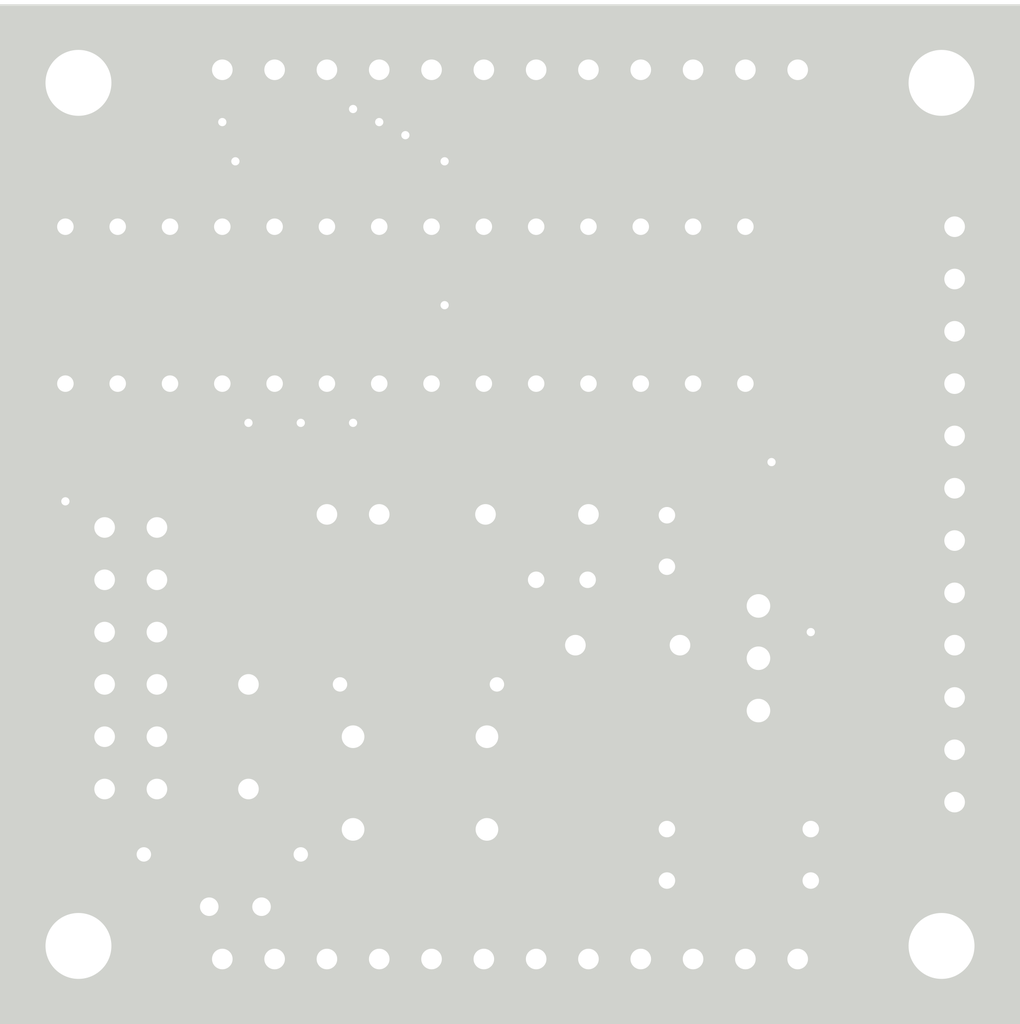
<source format=kicad_pcb>
(kicad_pcb (version 4) (host pcbnew 4.0.7+dfsg1-1~bpo9+1)

  (general
    (links 70)
    (no_connects 0)
    (area 108.585 30.775 158.115001 80.645001)
    (thickness 1.6)
    (drawings 40)
    (tracks 259)
    (zones 0)
    (modules 23)
    (nets 31)
  )

  (page A4)
  (layers
    (0 F.Cu signal)
    (31 B.Cu signal)
    (32 B.Adhes user)
    (33 F.Adhes user)
    (34 B.Paste user)
    (35 F.Paste user)
    (36 B.SilkS user)
    (37 F.SilkS user)
    (38 B.Mask user)
    (39 F.Mask user)
    (40 Dwgs.User user)
    (41 Cmts.User user)
    (42 Eco1.User user)
    (43 Eco2.User user)
    (44 Edge.Cuts user)
    (45 Margin user)
    (46 B.CrtYd user)
    (47 F.CrtYd user)
    (48 B.Fab user hide)
    (49 F.Fab user)
  )

  (setup
    (last_trace_width 0.25)
    (user_trace_width 0.5)
    (user_trace_width 0.5)
    (trace_clearance 0.2)
    (zone_clearance 0.508)
    (zone_45_only no)
    (trace_min 0.2)
    (segment_width 0.2)
    (edge_width 0.1)
    (via_size 0.6)
    (via_drill 0.4)
    (via_min_size 0.4)
    (via_min_drill 0.3)
    (uvia_size 0.3)
    (uvia_drill 0.1)
    (uvias_allowed no)
    (uvia_min_size 0.2)
    (uvia_min_drill 0.1)
    (pcb_text_width 0.3)
    (pcb_text_size 1.5 1.5)
    (mod_edge_width 0.15)
    (mod_text_size 1 1)
    (mod_text_width 0.15)
    (pad_size 1.5 1.5)
    (pad_drill 0.6)
    (pad_to_mask_clearance 0)
    (aux_axis_origin 0 0)
    (visible_elements FFFEFF7F)
    (pcbplotparams
      (layerselection 0x00030_80000001)
      (usegerberextensions false)
      (excludeedgelayer true)
      (linewidth 0.100000)
      (plotframeref false)
      (viasonmask false)
      (mode 1)
      (useauxorigin false)
      (hpglpennumber 1)
      (hpglpenspeed 20)
      (hpglpendiameter 15)
      (hpglpenoverlay 2)
      (psnegative false)
      (psa4output false)
      (plotreference true)
      (plotvalue true)
      (plotinvisibletext false)
      (padsonsilk false)
      (subtractmaskfromsilk false)
      (outputformat 1)
      (mirror false)
      (drillshape 1)
      (scaleselection 1)
      (outputdirectory ""))
  )

  (net 0 "")
  (net 1 /D10)
  (net 2 /D9)
  (net 3 /D8)
  (net 4 /D7)
  (net 5 /D6)
  (net 6 /D5)
  (net 7 /D4)
  (net 8 /A5)
  (net 9 /A4)
  (net 10 /D13)
  (net 11 /D12)
  (net 12 /D11)
  (net 13 /D1)
  (net 14 /D0)
  (net 15 /A3)
  (net 16 /A2)
  (net 17 /A1)
  (net 18 /A0)
  (net 19 /D3)
  (net 20 /VCC)
  (net 21 /VIN)
  (net 22 /D2)
  (net 23 "Net-(C2-Pad1)")
  (net 24 "Net-(C3-Pad2)")
  (net 25 /RESET)
  (net 26 "Net-(LED3-Pad2)")
  (net 27 "Net-(D1-Pad2)")
  (net 28 "Net-(D2-Pad2)")
  (net 29 /GND)
  (net 30 /AREF)

  (net_class Default "This is the default net class."
    (clearance 0.2)
    (trace_width 0.25)
    (via_dia 0.6)
    (via_drill 0.4)
    (uvia_dia 0.3)
    (uvia_drill 0.1)
    (add_net /A0)
    (add_net /A1)
    (add_net /A2)
    (add_net /A3)
    (add_net /A4)
    (add_net /A5)
    (add_net /AREF)
    (add_net /D0)
    (add_net /D1)
    (add_net /D10)
    (add_net /D11)
    (add_net /D12)
    (add_net /D13)
    (add_net /D2)
    (add_net /D3)
    (add_net /D4)
    (add_net /D5)
    (add_net /D6)
    (add_net /D7)
    (add_net /D8)
    (add_net /D9)
    (add_net /GND)
    (add_net /RESET)
    (add_net /VCC)
    (add_net /VIN)
    (add_net "Net-(C2-Pad1)")
    (add_net "Net-(C3-Pad2)")
    (add_net "Net-(D1-Pad2)")
    (add_net "Net-(D2-Pad2)")
    (add_net "Net-(LED3-Pad2)")
  )

  (module Socket_Strips:Socket_Strip_Straight_1x12_Pitch2.54mm (layer F.Cu) (tedit 5AE97A64) (tstamp 5AC36A5F)
    (at 119.38 34.29 90)
    (descr "Through hole straight socket strip, 1x12, 2.54mm pitch, single row")
    (tags "Through hole socket strip THT 1x12 2.54mm single row")
    (path /5AC3A80A)
    (fp_text reference O1 (at 0 -2.33 90) (layer F.Fab)
      (effects (font (size 1 1) (thickness 0.15)))
    )
    (fp_text value SerialOutput (at 2.54 17.145 180) (layer F.Fab)
      (effects (font (size 1 1) (thickness 0.15)))
    )
    (fp_line (start -1.27 -1.27) (end -1.27 29.21) (layer F.Fab) (width 0.1))
    (fp_line (start -1.27 29.21) (end 1.27 29.21) (layer F.Fab) (width 0.1))
    (fp_line (start 1.27 29.21) (end 1.27 -1.27) (layer F.Fab) (width 0.1))
    (fp_line (start 1.27 -1.27) (end -1.27 -1.27) (layer F.Fab) (width 0.1))
    (fp_line (start -1.33 1.27) (end -1.33 29.27) (layer F.SilkS) (width 0.12))
    (fp_line (start -1.33 29.27) (end 1.33 29.27) (layer F.SilkS) (width 0.12))
    (fp_line (start 1.33 29.27) (end 1.33 1.27) (layer F.SilkS) (width 0.12))
    (fp_line (start 1.33 1.27) (end -1.33 1.27) (layer F.SilkS) (width 0.12))
    (fp_line (start -1.33 0) (end -1.33 -1.33) (layer F.SilkS) (width 0.12))
    (fp_line (start -1.33 -1.33) (end 0 -1.33) (layer F.SilkS) (width 0.12))
    (fp_line (start -1.8 -1.8) (end -1.8 29.75) (layer F.CrtYd) (width 0.05))
    (fp_line (start -1.8 29.75) (end 1.8 29.75) (layer F.CrtYd) (width 0.05))
    (fp_line (start 1.8 29.75) (end 1.8 -1.8) (layer F.CrtYd) (width 0.05))
    (fp_line (start 1.8 -1.8) (end -1.8 -1.8) (layer F.CrtYd) (width 0.05))
    (fp_text user %R (at 0 -2.33 90) (layer F.Fab) hide
      (effects (font (size 1 1) (thickness 0.15)))
    )
    (pad 1 thru_hole rect (at 0 0 90) (size 1.7 1.7) (drill 1) (layers *.Cu *.Mask)
      (net 21 /VIN))
    (pad 2 thru_hole oval (at 0 2.54 90) (size 1.7 1.7) (drill 1) (layers *.Cu *.Mask)
      (net 20 /VCC))
    (pad 3 thru_hole oval (at 0 5.08 90) (size 1.7 1.7) (drill 1) (layers *.Cu *.Mask)
      (net 29 /GND))
    (pad 4 thru_hole oval (at 0 7.62 90) (size 1.7 1.7) (drill 1) (layers *.Cu *.Mask))
    (pad 5 thru_hole oval (at 0 10.16 90) (size 1.7 1.7) (drill 1) (layers *.Cu *.Mask)
      (net 10 /D13))
    (pad 6 thru_hole oval (at 0 12.7 90) (size 1.7 1.7) (drill 1) (layers *.Cu *.Mask)
      (net 11 /D12))
    (pad 7 thru_hole oval (at 0 15.24 90) (size 1.7 1.7) (drill 1) (layers *.Cu *.Mask)
      (net 12 /D11))
    (pad 8 thru_hole oval (at 0 17.78 90) (size 1.7 1.7) (drill 1) (layers *.Cu *.Mask)
      (net 1 /D10))
    (pad 9 thru_hole oval (at 0 20.32 90) (size 1.7 1.7) (drill 1) (layers *.Cu *.Mask)
      (net 9 /A4))
    (pad 10 thru_hole oval (at 0 22.86 90) (size 1.7 1.7) (drill 1) (layers *.Cu *.Mask)
      (net 8 /A5))
    (pad 11 thru_hole oval (at 0 25.4 90) (size 1.7 1.7) (drill 1) (layers *.Cu *.Mask)
      (net 13 /D1))
    (pad 12 thru_hole oval (at 0 27.94 90) (size 1.7 1.7) (drill 1) (layers *.Cu *.Mask)
      (net 14 /D0))
    (model ${KISYS3DMOD}/Socket_Strips.3dshapes/Socket_Strip_Straight_1x12_Pitch2.54mm.wrl
      (at (xyz 0 -0.55 0))
      (scale (xyz 1 1 1))
      (rotate (xyz 0 0 270))
    )
  )

  (module Housings_DIP:DIP-28_W7.62mm (layer F.Cu) (tedit 5AE97B3E) (tstamp 5AC0A789)
    (at 111.76 49.53 90)
    (descr "28-lead dip package, row spacing 7.62 mm (300 mils)")
    (tags "DIL DIP PDIP 2.54mm 7.62mm 300mil")
    (path /5ABEDA30)
    (fp_text reference U1 (at 3.81 1.27 180) (layer F.SilkS)
      (effects (font (size 1 1) (thickness 0.15)))
    )
    (fp_text value ATMEGA328-PU (at 5.08 8.255 180) (layer F.SilkS)
      (effects (font (size 1 1) (thickness 0.15)))
    )
    (fp_text user %R (at 3.81 33.02 180) (layer F.Fab)
      (effects (font (size 1 1) (thickness 0.15)))
    )
    (fp_line (start 1.635 -1.27) (end 6.985 -1.27) (layer F.Fab) (width 0.1))
    (fp_line (start 6.985 -1.27) (end 6.985 34.29) (layer F.Fab) (width 0.1))
    (fp_line (start 6.985 34.29) (end 0.635 34.29) (layer F.Fab) (width 0.1))
    (fp_line (start 0.635 34.29) (end 0.635 -0.27) (layer F.Fab) (width 0.1))
    (fp_line (start 0.635 -0.27) (end 1.635 -1.27) (layer F.Fab) (width 0.1))
    (fp_line (start 2.81 -1.39) (end 1.04 -1.39) (layer F.SilkS) (width 0.12))
    (fp_line (start 1.04 -1.39) (end 1.04 34.41) (layer F.SilkS) (width 0.12))
    (fp_line (start 1.04 34.41) (end 6.58 34.41) (layer F.SilkS) (width 0.12))
    (fp_line (start 6.58 34.41) (end 6.58 -1.39) (layer F.SilkS) (width 0.12))
    (fp_line (start 6.58 -1.39) (end 4.81 -1.39) (layer F.SilkS) (width 0.12))
    (fp_line (start -1.1 -1.6) (end -1.1 34.6) (layer F.CrtYd) (width 0.05))
    (fp_line (start -1.1 34.6) (end 8.7 34.6) (layer F.CrtYd) (width 0.05))
    (fp_line (start 8.7 34.6) (end 8.7 -1.6) (layer F.CrtYd) (width 0.05))
    (fp_line (start 8.7 -1.6) (end -1.1 -1.6) (layer F.CrtYd) (width 0.05))
    (fp_arc (start 3.81 -1.39) (end 2.81 -1.39) (angle -180) (layer F.SilkS) (width 0.12))
    (pad 1 thru_hole rect (at 0 0 90) (size 1.6 1.6) (drill 0.8) (layers *.Cu *.Mask)
      (net 25 /RESET))
    (pad 15 thru_hole oval (at 7.62 33.02 90) (size 1.6 1.6) (drill 0.8) (layers *.Cu *.Mask)
      (net 2 /D9))
    (pad 2 thru_hole oval (at 0 2.54 90) (size 1.6 1.6) (drill 0.8) (layers *.Cu *.Mask)
      (net 14 /D0))
    (pad 16 thru_hole oval (at 7.62 30.48 90) (size 1.6 1.6) (drill 0.8) (layers *.Cu *.Mask)
      (net 1 /D10))
    (pad 3 thru_hole oval (at 0 5.08 90) (size 1.6 1.6) (drill 0.8) (layers *.Cu *.Mask)
      (net 13 /D1))
    (pad 17 thru_hole oval (at 7.62 27.94 90) (size 1.6 1.6) (drill 0.8) (layers *.Cu *.Mask)
      (net 12 /D11))
    (pad 4 thru_hole oval (at 0 7.62 90) (size 1.6 1.6) (drill 0.8) (layers *.Cu *.Mask)
      (net 22 /D2))
    (pad 18 thru_hole oval (at 7.62 25.4 90) (size 1.6 1.6) (drill 0.8) (layers *.Cu *.Mask)
      (net 11 /D12))
    (pad 5 thru_hole oval (at 0 10.16 90) (size 1.6 1.6) (drill 0.8) (layers *.Cu *.Mask)
      (net 19 /D3))
    (pad 19 thru_hole oval (at 7.62 22.86 90) (size 1.6 1.6) (drill 0.8) (layers *.Cu *.Mask)
      (net 10 /D13))
    (pad 6 thru_hole oval (at 0 12.7 90) (size 1.6 1.6) (drill 0.8) (layers *.Cu *.Mask)
      (net 7 /D4))
    (pad 20 thru_hole oval (at 7.62 20.32 90) (size 1.6 1.6) (drill 0.8) (layers *.Cu *.Mask)
      (net 20 /VCC))
    (pad 7 thru_hole oval (at 0 15.24 90) (size 1.6 1.6) (drill 0.8) (layers *.Cu *.Mask)
      (net 20 /VCC))
    (pad 21 thru_hole oval (at 7.62 17.78 90) (size 1.6 1.6) (drill 0.8) (layers *.Cu *.Mask)
      (net 30 /AREF))
    (pad 8 thru_hole oval (at 0 17.78 90) (size 1.6 1.6) (drill 0.8) (layers *.Cu *.Mask)
      (net 29 /GND))
    (pad 22 thru_hole oval (at 7.62 15.24 90) (size 1.6 1.6) (drill 0.8) (layers *.Cu *.Mask)
      (net 29 /GND))
    (pad 9 thru_hole oval (at 0 20.32 90) (size 1.6 1.6) (drill 0.8) (layers *.Cu *.Mask)
      (net 23 "Net-(C2-Pad1)"))
    (pad 23 thru_hole oval (at 7.62 12.7 90) (size 1.6 1.6) (drill 0.8) (layers *.Cu *.Mask)
      (net 18 /A0))
    (pad 10 thru_hole oval (at 0 22.86 90) (size 1.6 1.6) (drill 0.8) (layers *.Cu *.Mask)
      (net 24 "Net-(C3-Pad2)"))
    (pad 24 thru_hole oval (at 7.62 10.16 90) (size 1.6 1.6) (drill 0.8) (layers *.Cu *.Mask)
      (net 17 /A1))
    (pad 11 thru_hole oval (at 0 25.4 90) (size 1.6 1.6) (drill 0.8) (layers *.Cu *.Mask)
      (net 6 /D5))
    (pad 25 thru_hole oval (at 7.62 7.62 90) (size 1.6 1.6) (drill 0.8) (layers *.Cu *.Mask)
      (net 16 /A2))
    (pad 12 thru_hole oval (at 0 27.94 90) (size 1.6 1.6) (drill 0.8) (layers *.Cu *.Mask)
      (net 5 /D6))
    (pad 26 thru_hole oval (at 7.62 5.08 90) (size 1.6 1.6) (drill 0.8) (layers *.Cu *.Mask)
      (net 15 /A3))
    (pad 13 thru_hole oval (at 0 30.48 90) (size 1.6 1.6) (drill 0.8) (layers *.Cu *.Mask)
      (net 4 /D7))
    (pad 27 thru_hole oval (at 7.62 2.54 90) (size 1.6 1.6) (drill 0.8) (layers *.Cu *.Mask)
      (net 9 /A4))
    (pad 14 thru_hole oval (at 0 33.02 90) (size 1.6 1.6) (drill 0.8) (layers *.Cu *.Mask)
      (net 3 /D8))
    (pad 28 thru_hole oval (at 7.62 0 90) (size 1.6 1.6) (drill 0.8) (layers *.Cu *.Mask)
      (net 8 /A5))
    (model ${KISYS3DMOD}/Housings_DIP.3dshapes/DIP-28_W7.62mm.wrl
      (at (xyz 0 0 0))
      (scale (xyz 1 1 1))
      (rotate (xyz 0 0 0))
    )
  )

  (module Crystals:Resonator-2pin_w6.0mm_h3.0mm (layer F.Cu) (tedit 5AC37298) (tstamp 5AC0A7BD)
    (at 137.16 55.88 180)
    (descr "Ceramic Resomator/Filter 6.0x3.0mm^2, length*width=6.0x3.0mm^2 package, package length=6.0mm, package width=3.0mm, 2 pins")
    (tags "THT ceramic resonator filter")
    (path /5AC142C0)
    (fp_text reference Y1 (at 2.54 0 180) (layer F.Fab)
      (effects (font (size 1 1) (thickness 0.15)))
    )
    (fp_text value 16MHz (at 2.54 0 180) (layer F.SilkS)
      (effects (font (size 1 1) (thickness 0.15)))
    )
    (fp_text user %R (at 2.54 0 180) (layer F.Fab)
      (effects (font (size 1 1) (thickness 0.15)))
    )
    (fp_line (start 1 -1.5) (end 4 -1.5) (layer F.Fab) (width 0.1))
    (fp_line (start 1 1.5) (end 4 1.5) (layer F.Fab) (width 0.1))
    (fp_line (start 1 -1.5) (end 4 -1.5) (layer F.Fab) (width 0.1))
    (fp_line (start 1 1.5) (end 4 1.5) (layer F.Fab) (width 0.1))
    (fp_line (start 1 -1.7) (end 4 -1.7) (layer F.SilkS) (width 0.12))
    (fp_line (start 1 1.7) (end 4 1.7) (layer F.SilkS) (width 0.12))
    (fp_line (start -1.1 -2) (end -1.1 2) (layer F.CrtYd) (width 0.05))
    (fp_line (start -1.1 2) (end 6 2) (layer F.CrtYd) (width 0.05))
    (fp_line (start 6 2) (end 6 -2) (layer F.CrtYd) (width 0.05))
    (fp_line (start 6 -2) (end -1.1 -2) (layer F.CrtYd) (width 0.05))
    (fp_arc (start 1 0) (end 1 -1.5) (angle -180) (layer F.Fab) (width 0.1))
    (fp_arc (start 4 0) (end 4 -1.5) (angle 180) (layer F.Fab) (width 0.1))
    (fp_arc (start 1 0) (end 1 -1.5) (angle -180) (layer F.Fab) (width 0.1))
    (fp_arc (start 4 0) (end 4 -1.5) (angle 180) (layer F.Fab) (width 0.1))
    (fp_arc (start 1 0) (end 1 -1.7) (angle -51.9) (layer F.SilkS) (width 0.12))
    (fp_arc (start 4 0) (end 4 -1.7) (angle 51.9) (layer F.SilkS) (width 0.12))
    (fp_arc (start 1 0) (end 1 1.7) (angle 51.9) (layer F.SilkS) (width 0.12))
    (fp_arc (start 4 0) (end 4 1.7) (angle -51.9) (layer F.SilkS) (width 0.12))
    (pad 1 thru_hole circle (at 0 0 180) (size 1.7 1.7) (drill 1) (layers *.Cu *.Mask)
      (net 24 "Net-(C3-Pad2)"))
    (pad 2 thru_hole circle (at 5 0 180) (size 1.7 1.7) (drill 1) (layers *.Cu *.Mask)
      (net 23 "Net-(C2-Pad1)"))
    (model ${KISYS3DMOD}/Crystals.3dshapes/Resonator-2pin_w6.0mm_h3.0mm.wrl
      (at (xyz 0 0 0))
      (scale (xyz 0.393701 0.393701 0.393701))
      (rotate (xyz 0 0 0))
    )
  )

  (module Capacitors_THT:C_Disc_D3.0mm_W1.6mm_P2.50mm (layer F.Cu) (tedit 5AC3BEB6) (tstamp 5AC0E433)
    (at 134.62 59.055)
    (descr "C, Disc series, Radial, pin pitch=2.50mm, , diameter*width=3.0*1.6mm^2, Capacitor, http://www.vishay.com/docs/45233/krseries.pdf")
    (tags "C Disc series Radial pin pitch 2.50mm  diameter 3.0mm width 1.6mm Capacitor")
    (path /5AC14819)
    (fp_text reference C2 (at 1.27 0) (layer F.Fab)
      (effects (font (size 1 1) (thickness 0.15)))
    )
    (fp_text value 22pF (at 1.27 0) (layer F.SilkS)
      (effects (font (size 1 1) (thickness 0.15)))
    )
    (fp_line (start -0.25 -0.8) (end -0.25 0.8) (layer F.Fab) (width 0.1))
    (fp_line (start -0.25 0.8) (end 2.75 0.8) (layer F.Fab) (width 0.1))
    (fp_line (start 2.75 0.8) (end 2.75 -0.8) (layer F.Fab) (width 0.1))
    (fp_line (start 2.75 -0.8) (end -0.25 -0.8) (layer F.Fab) (width 0.1))
    (fp_line (start 0.663 -0.861) (end 1.837 -0.861) (layer F.SilkS) (width 0.12))
    (fp_line (start 0.663 0.861) (end 1.837 0.861) (layer F.SilkS) (width 0.12))
    (fp_line (start -1.05 -1.15) (end -1.05 1.15) (layer F.CrtYd) (width 0.05))
    (fp_line (start -1.05 1.15) (end 3.55 1.15) (layer F.CrtYd) (width 0.05))
    (fp_line (start 3.55 1.15) (end 3.55 -1.15) (layer F.CrtYd) (width 0.05))
    (fp_line (start 3.55 -1.15) (end -1.05 -1.15) (layer F.CrtYd) (width 0.05))
    (fp_text user %R (at 1.25 0) (layer F.Fab)
      (effects (font (size 1 1) (thickness 0.15)))
    )
    (pad 1 thru_hole circle (at 0 0) (size 1.6 1.6) (drill 0.8) (layers *.Cu *.Mask)
      (net 23 "Net-(C2-Pad1)"))
    (pad 2 thru_hole circle (at 2.5 0) (size 1.6 1.6) (drill 0.8) (layers *.Cu *.Mask)
      (net 29 /GND))
    (model ${KISYS3DMOD}/Capacitors_THT.3dshapes/C_Disc_D3.0mm_W1.6mm_P2.50mm.wrl
      (at (xyz 0 0 0))
      (scale (xyz 1 1 1))
      (rotate (xyz 0 0 0))
    )
  )

  (module Capacitors_THT:C_Disc_D3.0mm_W1.6mm_P2.50mm (layer F.Cu) (tedit 5AC3BEBA) (tstamp 5AC0E438)
    (at 140.97 58.42 90)
    (descr "C, Disc series, Radial, pin pitch=2.50mm, , diameter*width=3.0*1.6mm^2, Capacitor, http://www.vishay.com/docs/45233/krseries.pdf")
    (tags "C Disc series Radial pin pitch 2.50mm  diameter 3.0mm width 1.6mm Capacitor")
    (path /5AC146E6)
    (fp_text reference C3 (at 1.27 0 90) (layer F.Fab)
      (effects (font (size 1 1) (thickness 0.15)))
    )
    (fp_text value 22pF (at 1.27 0 90) (layer F.SilkS)
      (effects (font (size 1 1) (thickness 0.15)))
    )
    (fp_line (start -0.25 -0.8) (end -0.25 0.8) (layer F.Fab) (width 0.1))
    (fp_line (start -0.25 0.8) (end 2.75 0.8) (layer F.Fab) (width 0.1))
    (fp_line (start 2.75 0.8) (end 2.75 -0.8) (layer F.Fab) (width 0.1))
    (fp_line (start 2.75 -0.8) (end -0.25 -0.8) (layer F.Fab) (width 0.1))
    (fp_line (start 0.663 -0.861) (end 1.837 -0.861) (layer F.SilkS) (width 0.12))
    (fp_line (start 0.663 0.861) (end 1.837 0.861) (layer F.SilkS) (width 0.12))
    (fp_line (start -1.05 -1.15) (end -1.05 1.15) (layer F.CrtYd) (width 0.05))
    (fp_line (start -1.05 1.15) (end 3.55 1.15) (layer F.CrtYd) (width 0.05))
    (fp_line (start 3.55 1.15) (end 3.55 -1.15) (layer F.CrtYd) (width 0.05))
    (fp_line (start 3.55 -1.15) (end -1.05 -1.15) (layer F.CrtYd) (width 0.05))
    (fp_text user %R (at 1.25 0 90) (layer F.Fab)
      (effects (font (size 1 1) (thickness 0.15)))
    )
    (pad 1 thru_hole circle (at 0 0 90) (size 1.6 1.6) (drill 0.8) (layers *.Cu *.Mask)
      (net 29 /GND))
    (pad 2 thru_hole circle (at 2.5 0 90) (size 1.6 1.6) (drill 0.8) (layers *.Cu *.Mask)
      (net 24 "Net-(C3-Pad2)"))
    (model ${KISYS3DMOD}/Capacitors_THT.3dshapes/C_Disc_D3.0mm_W1.6mm_P2.50mm.wrl
      (at (xyz 0 0 0))
      (scale (xyz 1 1 1))
      (rotate (xyz 0 0 0))
    )
  )

  (module Socket_Strips:Socket_Strip_Straight_1x12_Pitch2.54mm (layer F.Cu) (tedit 5AE97A73) (tstamp 5ACB7725)
    (at 154.94 41.91)
    (descr "Through hole straight socket strip, 1x12, 2.54mm pitch, single row")
    (tags "Through hole socket strip THT 1x12 2.54mm single row")
    (path /5AC3A751)
    (fp_text reference O2 (at 0 -2.33) (layer F.Fab)
      (effects (font (size 1 1) (thickness 0.15)))
    )
    (fp_text value Output (at 0 30.27) (layer F.Fab)
      (effects (font (size 1 1) (thickness 0.15)))
    )
    (fp_line (start -1.27 -1.27) (end -1.27 29.21) (layer F.Fab) (width 0.1))
    (fp_line (start -1.27 29.21) (end 1.27 29.21) (layer F.Fab) (width 0.1))
    (fp_line (start 1.27 29.21) (end 1.27 -1.27) (layer F.Fab) (width 0.1))
    (fp_line (start 1.27 -1.27) (end -1.27 -1.27) (layer F.Fab) (width 0.1))
    (fp_line (start -1.33 1.27) (end -1.33 29.27) (layer F.SilkS) (width 0.12))
    (fp_line (start -1.33 29.27) (end 1.33 29.27) (layer F.SilkS) (width 0.12))
    (fp_line (start 1.33 29.27) (end 1.33 1.27) (layer F.SilkS) (width 0.12))
    (fp_line (start 1.33 1.27) (end -1.33 1.27) (layer F.SilkS) (width 0.12))
    (fp_line (start -1.33 0) (end -1.33 -1.33) (layer F.SilkS) (width 0.12))
    (fp_line (start -1.33 -1.33) (end 0 -1.33) (layer F.SilkS) (width 0.12))
    (fp_line (start -1.8 -1.8) (end -1.8 29.75) (layer F.CrtYd) (width 0.05))
    (fp_line (start -1.8 29.75) (end 1.8 29.75) (layer F.CrtYd) (width 0.05))
    (fp_line (start 1.8 29.75) (end 1.8 -1.8) (layer F.CrtYd) (width 0.05))
    (fp_line (start 1.8 -1.8) (end -1.8 -1.8) (layer F.CrtYd) (width 0.05))
    (fp_text user %R (at 0 -2.33) (layer F.Fab) hide
      (effects (font (size 1 1) (thickness 0.15)))
    )
    (pad 1 thru_hole rect (at 0 0) (size 1.7 1.7) (drill 1) (layers *.Cu *.Mask)
      (net 21 /VIN))
    (pad 2 thru_hole oval (at 0 2.54) (size 1.7 1.7) (drill 1) (layers *.Cu *.Mask)
      (net 20 /VCC))
    (pad 3 thru_hole oval (at 0 5.08) (size 1.7 1.7) (drill 1) (layers *.Cu *.Mask)
      (net 29 /GND))
    (pad 4 thru_hole oval (at 0 7.62) (size 1.7 1.7) (drill 1) (layers *.Cu *.Mask))
    (pad 5 thru_hole oval (at 0 10.16) (size 1.7 1.7) (drill 1) (layers *.Cu *.Mask)
      (net 22 /D2))
    (pad 6 thru_hole oval (at 0 12.7) (size 1.7 1.7) (drill 1) (layers *.Cu *.Mask)
      (net 19 /D3))
    (pad 7 thru_hole oval (at 0 15.24) (size 1.7 1.7) (drill 1) (layers *.Cu *.Mask)
      (net 7 /D4))
    (pad 8 thru_hole oval (at 0 17.78) (size 1.7 1.7) (drill 1) (layers *.Cu *.Mask)
      (net 6 /D5))
    (pad 9 thru_hole oval (at 0 20.32) (size 1.7 1.7) (drill 1) (layers *.Cu *.Mask)
      (net 5 /D6))
    (pad 10 thru_hole oval (at 0 22.86) (size 1.7 1.7) (drill 1) (layers *.Cu *.Mask)
      (net 4 /D7))
    (pad 11 thru_hole oval (at 0 25.4) (size 1.7 1.7) (drill 1) (layers *.Cu *.Mask)
      (net 3 /D8))
    (pad 12 thru_hole oval (at 0 27.94) (size 1.7 1.7) (drill 1) (layers *.Cu *.Mask)
      (net 2 /D9))
    (model ${KISYS3DMOD}/Socket_Strips.3dshapes/Socket_Strip_Straight_1x12_Pitch2.54mm.wrl
      (at (xyz 0 -0.55 0))
      (scale (xyz 1 1 1))
      (rotate (xyz 0 0 270))
    )
  )

  (module Socket_Strips:Socket_Strip_Straight_1x12_Pitch2.54mm (layer F.Cu) (tedit 5AE97BB0) (tstamp 5ACB7743)
    (at 147.32 77.47 270)
    (descr "Through hole straight socket strip, 1x12, 2.54mm pitch, single row")
    (tags "Through hole socket strip THT 1x12 2.54mm single row")
    (path /5AC3A8AB)
    (fp_text reference O3 (at 0 -2.33 270) (layer F.Fab)
      (effects (font (size 1 1) (thickness 0.15)))
    )
    (fp_text value Output (at 0 30.27 270) (layer F.Fab)
      (effects (font (size 1 1) (thickness 0.15)))
    )
    (fp_line (start -1.27 -1.27) (end -1.27 29.21) (layer F.Fab) (width 0.1))
    (fp_line (start -1.27 29.21) (end 1.27 29.21) (layer F.Fab) (width 0.1))
    (fp_line (start 1.27 29.21) (end 1.27 -1.27) (layer F.Fab) (width 0.1))
    (fp_line (start 1.27 -1.27) (end -1.27 -1.27) (layer F.Fab) (width 0.1))
    (fp_line (start -1.33 1.27) (end -1.33 29.27) (layer F.SilkS) (width 0.12))
    (fp_line (start -1.33 29.27) (end 1.33 29.27) (layer F.SilkS) (width 0.12))
    (fp_line (start 1.33 29.27) (end 1.33 1.27) (layer F.SilkS) (width 0.12))
    (fp_line (start 1.33 1.27) (end -1.33 1.27) (layer F.SilkS) (width 0.12))
    (fp_line (start -1.33 0) (end -1.33 -1.33) (layer F.SilkS) (width 0.12))
    (fp_line (start -1.33 -1.33) (end 0 -1.33) (layer F.SilkS) (width 0.12))
    (fp_line (start -1.8 -1.8) (end -1.8 29.75) (layer F.CrtYd) (width 0.05))
    (fp_line (start -1.8 29.75) (end 1.8 29.75) (layer F.CrtYd) (width 0.05))
    (fp_line (start 1.8 29.75) (end 1.8 -1.8) (layer F.CrtYd) (width 0.05))
    (fp_line (start 1.8 -1.8) (end -1.8 -1.8) (layer F.CrtYd) (width 0.05))
    (fp_text user %R (at 0 -2.33 270) (layer F.Fab) hide
      (effects (font (size 1 1) (thickness 0.15)))
    )
    (pad 1 thru_hole rect (at 0 0 270) (size 1.7 1.7) (drill 1) (layers *.Cu *.Mask)
      (net 21 /VIN))
    (pad 2 thru_hole oval (at 0 2.54 270) (size 1.7 1.7) (drill 1) (layers *.Cu *.Mask)
      (net 20 /VCC))
    (pad 3 thru_hole oval (at 0 5.08 270) (size 1.7 1.7) (drill 1) (layers *.Cu *.Mask)
      (net 29 /GND))
    (pad 4 thru_hole oval (at 0 7.62 270) (size 1.7 1.7) (drill 1) (layers *.Cu *.Mask))
    (pad 5 thru_hole oval (at 0 10.16 270) (size 1.7 1.7) (drill 1) (layers *.Cu *.Mask)
      (net 18 /A0))
    (pad 6 thru_hole oval (at 0 12.7 270) (size 1.7 1.7) (drill 1) (layers *.Cu *.Mask)
      (net 17 /A1))
    (pad 7 thru_hole oval (at 0 15.24 270) (size 1.7 1.7) (drill 1) (layers *.Cu *.Mask)
      (net 16 /A2))
    (pad 8 thru_hole oval (at 0 17.78 270) (size 1.7 1.7) (drill 1) (layers *.Cu *.Mask)
      (net 15 /A3))
    (pad 9 thru_hole oval (at 0 20.32 270) (size 1.7 1.7) (drill 1) (layers *.Cu *.Mask)
      (net 9 /A4))
    (pad 10 thru_hole oval (at 0 22.86 270) (size 1.7 1.7) (drill 1) (layers *.Cu *.Mask)
      (net 8 /A5))
    (pad 11 thru_hole oval (at 0 25.4 270) (size 1.7 1.7) (drill 1) (layers *.Cu *.Mask))
    (pad 12 thru_hole oval (at 0 27.94 270) (size 1.7 1.7) (drill 1) (layers *.Cu *.Mask))
    (model ${KISYS3DMOD}/Socket_Strips.3dshapes/Socket_Strip_Straight_1x12_Pitch2.54mm.wrl
      (at (xyz 0 -0.55 0))
      (scale (xyz 1 1 1))
      (rotate (xyz 0 0 270))
    )
  )

  (module Mounting_Holes:MountingHole_3.2mm_M3 (layer F.Cu) (tedit 5AE97B50) (tstamp 5AD37429)
    (at 154.305 34.925)
    (descr "Mounting Hole 3.2mm, no annular, M3")
    (tags "mounting hole 3.2mm no annular m3")
    (fp_text reference X (at 0 0) (layer F.Fab)
      (effects (font (size 1 1) (thickness 0.15)))
    )
    (fp_text value M3 (at 0 2.54) (layer F.Fab)
      (effects (font (size 1 1) (thickness 0.15)))
    )
    (fp_circle (center 0 0) (end 3.2 0) (layer Cmts.User) (width 0.15))
    (fp_circle (center 0 0) (end 3.45 0) (layer F.CrtYd) (width 0.05))
    (pad 1 np_thru_hole circle (at 0 0) (size 3.2 3.2) (drill 3.2) (layers *.Cu *.Mask))
  )

  (module Mounting_Holes:MountingHole_3.2mm_M3 (layer F.Cu) (tedit 5AC36F82) (tstamp 5AD3745B)
    (at 154.305 76.835)
    (descr "Mounting Hole 3.2mm, no annular, M3")
    (tags "mounting hole 3.2mm no annular m3")
    (fp_text reference "" (at 0 -4.2) (layer F.Fab)
      (effects (font (size 1 1) (thickness 0.15)))
    )
    (fp_text value M3 (at 0 -2.54) (layer F.Fab)
      (effects (font (size 1 1) (thickness 0.15)))
    )
    (fp_circle (center 0 0) (end 3.2 0) (layer Cmts.User) (width 0.15))
    (fp_circle (center 0 0) (end 3.45 0) (layer F.CrtYd) (width 0.05))
    (pad 1 np_thru_hole circle (at 0 0) (size 3.2 3.2) (drill 3.2) (layers *.Cu *.Mask))
  )

  (module Mounting_Holes:MountingHole_3.2mm_M3 (layer F.Cu) (tedit 5AC36FB5) (tstamp 5AD37483)
    (at 112.395 76.835)
    (descr "Mounting Hole 3.2mm, no annular, M3")
    (tags "mounting hole 3.2mm no annular m3")
    (fp_text reference "" (at 0 -4.2) (layer F.Fab)
      (effects (font (size 1 1) (thickness 0.15)))
    )
    (fp_text value M3 (at 0 -2.54) (layer F.Fab)
      (effects (font (size 1 1) (thickness 0.15)))
    )
    (fp_circle (center 0 0) (end 3.2 0) (layer Cmts.User) (width 0.15))
    (fp_circle (center 0 0) (end 3.45 0) (layer F.CrtYd) (width 0.05))
    (pad 1 np_thru_hole circle (at 0 0) (size 3.2 3.2) (drill 3.2) (layers *.Cu *.Mask))
  )

  (module Mounting_Holes:MountingHole_3.2mm_M3 (layer F.Cu) (tedit 5AE97B5A) (tstamp 5AD374E5)
    (at 112.395 34.925)
    (descr "Mounting Hole 3.2mm, no annular, M3")
    (tags "mounting hole 3.2mm no annular m3")
    (fp_text reference X (at 0 0) (layer F.Fab)
      (effects (font (size 1 1) (thickness 0.15)))
    )
    (fp_text value M3 (at 0 2.54) (layer F.Fab)
      (effects (font (size 1 1) (thickness 0.15)))
    )
    (fp_circle (center 0 0) (end 3.2 0) (layer Cmts.User) (width 0.15))
    (fp_circle (center 0 0) (end 3.45 0) (layer F.CrtYd) (width 0.05))
    (pad 1 np_thru_hole circle (at 0 0) (size 3.2 3.2) (drill 3.2) (layers *.Cu *.Mask))
  )

  (module Capacitors_THT:CP_Radial_D6.3mm_P2.50mm (layer F.Cu) (tedit 5AC505E5) (tstamp 5AC4DD99)
    (at 147.955 73.66 90)
    (descr "CP, Radial series, Radial, pin pitch=2.50mm, , diameter=6.3mm, Electrolytic Capacitor")
    (tags "CP Radial series Radial pin pitch 2.50mm  diameter 6.3mm Electrolytic Capacitor")
    (path /5AC3FB09)
    (fp_text reference C4 (at 0 -1.905 180) (layer F.SilkS)
      (effects (font (size 1 1) (thickness 0.15)))
    )
    (fp_text value 0.47uF (at 1.25 4.46 90) (layer F.Fab)
      (effects (font (size 1 1) (thickness 0.15)))
    )
    (fp_arc (start 1.25 0) (end -1.767482 -1.18) (angle 137.3) (layer F.SilkS) (width 0.12))
    (fp_arc (start 1.25 0) (end -1.767482 1.18) (angle -137.3) (layer F.SilkS) (width 0.12))
    (fp_arc (start 1.25 0) (end 4.267482 -1.18) (angle 42.7) (layer F.SilkS) (width 0.12))
    (fp_circle (center 1.25 0) (end 4.4 0) (layer F.Fab) (width 0.1))
    (fp_line (start -2.2 0) (end -1 0) (layer F.Fab) (width 0.1))
    (fp_line (start -1.6 -0.65) (end -1.6 0.65) (layer F.Fab) (width 0.1))
    (fp_line (start 1.25 -3.2) (end 1.25 3.2) (layer F.SilkS) (width 0.12))
    (fp_line (start 1.29 -3.2) (end 1.29 3.2) (layer F.SilkS) (width 0.12))
    (fp_line (start 1.33 -3.2) (end 1.33 3.2) (layer F.SilkS) (width 0.12))
    (fp_line (start 1.37 -3.198) (end 1.37 3.198) (layer F.SilkS) (width 0.12))
    (fp_line (start 1.41 -3.197) (end 1.41 3.197) (layer F.SilkS) (width 0.12))
    (fp_line (start 1.45 -3.194) (end 1.45 3.194) (layer F.SilkS) (width 0.12))
    (fp_line (start 1.49 -3.192) (end 1.49 3.192) (layer F.SilkS) (width 0.12))
    (fp_line (start 1.53 -3.188) (end 1.53 -0.98) (layer F.SilkS) (width 0.12))
    (fp_line (start 1.53 0.98) (end 1.53 3.188) (layer F.SilkS) (width 0.12))
    (fp_line (start 1.57 -3.185) (end 1.57 -0.98) (layer F.SilkS) (width 0.12))
    (fp_line (start 1.57 0.98) (end 1.57 3.185) (layer F.SilkS) (width 0.12))
    (fp_line (start 1.61 -3.18) (end 1.61 -0.98) (layer F.SilkS) (width 0.12))
    (fp_line (start 1.61 0.98) (end 1.61 3.18) (layer F.SilkS) (width 0.12))
    (fp_line (start 1.65 -3.176) (end 1.65 -0.98) (layer F.SilkS) (width 0.12))
    (fp_line (start 1.65 0.98) (end 1.65 3.176) (layer F.SilkS) (width 0.12))
    (fp_line (start 1.69 -3.17) (end 1.69 -0.98) (layer F.SilkS) (width 0.12))
    (fp_line (start 1.69 0.98) (end 1.69 3.17) (layer F.SilkS) (width 0.12))
    (fp_line (start 1.73 -3.165) (end 1.73 -0.98) (layer F.SilkS) (width 0.12))
    (fp_line (start 1.73 0.98) (end 1.73 3.165) (layer F.SilkS) (width 0.12))
    (fp_line (start 1.77 -3.158) (end 1.77 -0.98) (layer F.SilkS) (width 0.12))
    (fp_line (start 1.77 0.98) (end 1.77 3.158) (layer F.SilkS) (width 0.12))
    (fp_line (start 1.81 -3.152) (end 1.81 -0.98) (layer F.SilkS) (width 0.12))
    (fp_line (start 1.81 0.98) (end 1.81 3.152) (layer F.SilkS) (width 0.12))
    (fp_line (start 1.85 -3.144) (end 1.85 -0.98) (layer F.SilkS) (width 0.12))
    (fp_line (start 1.85 0.98) (end 1.85 3.144) (layer F.SilkS) (width 0.12))
    (fp_line (start 1.89 -3.137) (end 1.89 -0.98) (layer F.SilkS) (width 0.12))
    (fp_line (start 1.89 0.98) (end 1.89 3.137) (layer F.SilkS) (width 0.12))
    (fp_line (start 1.93 -3.128) (end 1.93 -0.98) (layer F.SilkS) (width 0.12))
    (fp_line (start 1.93 0.98) (end 1.93 3.128) (layer F.SilkS) (width 0.12))
    (fp_line (start 1.971 -3.119) (end 1.971 -0.98) (layer F.SilkS) (width 0.12))
    (fp_line (start 1.971 0.98) (end 1.971 3.119) (layer F.SilkS) (width 0.12))
    (fp_line (start 2.011 -3.11) (end 2.011 -0.98) (layer F.SilkS) (width 0.12))
    (fp_line (start 2.011 0.98) (end 2.011 3.11) (layer F.SilkS) (width 0.12))
    (fp_line (start 2.051 -3.1) (end 2.051 -0.98) (layer F.SilkS) (width 0.12))
    (fp_line (start 2.051 0.98) (end 2.051 3.1) (layer F.SilkS) (width 0.12))
    (fp_line (start 2.091 -3.09) (end 2.091 -0.98) (layer F.SilkS) (width 0.12))
    (fp_line (start 2.091 0.98) (end 2.091 3.09) (layer F.SilkS) (width 0.12))
    (fp_line (start 2.131 -3.079) (end 2.131 -0.98) (layer F.SilkS) (width 0.12))
    (fp_line (start 2.131 0.98) (end 2.131 3.079) (layer F.SilkS) (width 0.12))
    (fp_line (start 2.171 -3.067) (end 2.171 -0.98) (layer F.SilkS) (width 0.12))
    (fp_line (start 2.171 0.98) (end 2.171 3.067) (layer F.SilkS) (width 0.12))
    (fp_line (start 2.211 -3.055) (end 2.211 -0.98) (layer F.SilkS) (width 0.12))
    (fp_line (start 2.211 0.98) (end 2.211 3.055) (layer F.SilkS) (width 0.12))
    (fp_line (start 2.251 -3.042) (end 2.251 -0.98) (layer F.SilkS) (width 0.12))
    (fp_line (start 2.251 0.98) (end 2.251 3.042) (layer F.SilkS) (width 0.12))
    (fp_line (start 2.291 -3.029) (end 2.291 -0.98) (layer F.SilkS) (width 0.12))
    (fp_line (start 2.291 0.98) (end 2.291 3.029) (layer F.SilkS) (width 0.12))
    (fp_line (start 2.331 -3.015) (end 2.331 -0.98) (layer F.SilkS) (width 0.12))
    (fp_line (start 2.331 0.98) (end 2.331 3.015) (layer F.SilkS) (width 0.12))
    (fp_line (start 2.371 -3.001) (end 2.371 -0.98) (layer F.SilkS) (width 0.12))
    (fp_line (start 2.371 0.98) (end 2.371 3.001) (layer F.SilkS) (width 0.12))
    (fp_line (start 2.411 -2.986) (end 2.411 -0.98) (layer F.SilkS) (width 0.12))
    (fp_line (start 2.411 0.98) (end 2.411 2.986) (layer F.SilkS) (width 0.12))
    (fp_line (start 2.451 -2.97) (end 2.451 -0.98) (layer F.SilkS) (width 0.12))
    (fp_line (start 2.451 0.98) (end 2.451 2.97) (layer F.SilkS) (width 0.12))
    (fp_line (start 2.491 -2.954) (end 2.491 -0.98) (layer F.SilkS) (width 0.12))
    (fp_line (start 2.491 0.98) (end 2.491 2.954) (layer F.SilkS) (width 0.12))
    (fp_line (start 2.531 -2.937) (end 2.531 -0.98) (layer F.SilkS) (width 0.12))
    (fp_line (start 2.531 0.98) (end 2.531 2.937) (layer F.SilkS) (width 0.12))
    (fp_line (start 2.571 -2.919) (end 2.571 -0.98) (layer F.SilkS) (width 0.12))
    (fp_line (start 2.571 0.98) (end 2.571 2.919) (layer F.SilkS) (width 0.12))
    (fp_line (start 2.611 -2.901) (end 2.611 -0.98) (layer F.SilkS) (width 0.12))
    (fp_line (start 2.611 0.98) (end 2.611 2.901) (layer F.SilkS) (width 0.12))
    (fp_line (start 2.651 -2.882) (end 2.651 -0.98) (layer F.SilkS) (width 0.12))
    (fp_line (start 2.651 0.98) (end 2.651 2.882) (layer F.SilkS) (width 0.12))
    (fp_line (start 2.691 -2.863) (end 2.691 -0.98) (layer F.SilkS) (width 0.12))
    (fp_line (start 2.691 0.98) (end 2.691 2.863) (layer F.SilkS) (width 0.12))
    (fp_line (start 2.731 -2.843) (end 2.731 -0.98) (layer F.SilkS) (width 0.12))
    (fp_line (start 2.731 0.98) (end 2.731 2.843) (layer F.SilkS) (width 0.12))
    (fp_line (start 2.771 -2.822) (end 2.771 -0.98) (layer F.SilkS) (width 0.12))
    (fp_line (start 2.771 0.98) (end 2.771 2.822) (layer F.SilkS) (width 0.12))
    (fp_line (start 2.811 -2.8) (end 2.811 -0.98) (layer F.SilkS) (width 0.12))
    (fp_line (start 2.811 0.98) (end 2.811 2.8) (layer F.SilkS) (width 0.12))
    (fp_line (start 2.851 -2.778) (end 2.851 -0.98) (layer F.SilkS) (width 0.12))
    (fp_line (start 2.851 0.98) (end 2.851 2.778) (layer F.SilkS) (width 0.12))
    (fp_line (start 2.891 -2.755) (end 2.891 -0.98) (layer F.SilkS) (width 0.12))
    (fp_line (start 2.891 0.98) (end 2.891 2.755) (layer F.SilkS) (width 0.12))
    (fp_line (start 2.931 -2.731) (end 2.931 -0.98) (layer F.SilkS) (width 0.12))
    (fp_line (start 2.931 0.98) (end 2.931 2.731) (layer F.SilkS) (width 0.12))
    (fp_line (start 2.971 -2.706) (end 2.971 -0.98) (layer F.SilkS) (width 0.12))
    (fp_line (start 2.971 0.98) (end 2.971 2.706) (layer F.SilkS) (width 0.12))
    (fp_line (start 3.011 -2.681) (end 3.011 -0.98) (layer F.SilkS) (width 0.12))
    (fp_line (start 3.011 0.98) (end 3.011 2.681) (layer F.SilkS) (width 0.12))
    (fp_line (start 3.051 -2.654) (end 3.051 -0.98) (layer F.SilkS) (width 0.12))
    (fp_line (start 3.051 0.98) (end 3.051 2.654) (layer F.SilkS) (width 0.12))
    (fp_line (start 3.091 -2.627) (end 3.091 -0.98) (layer F.SilkS) (width 0.12))
    (fp_line (start 3.091 0.98) (end 3.091 2.627) (layer F.SilkS) (width 0.12))
    (fp_line (start 3.131 -2.599) (end 3.131 -0.98) (layer F.SilkS) (width 0.12))
    (fp_line (start 3.131 0.98) (end 3.131 2.599) (layer F.SilkS) (width 0.12))
    (fp_line (start 3.171 -2.57) (end 3.171 -0.98) (layer F.SilkS) (width 0.12))
    (fp_line (start 3.171 0.98) (end 3.171 2.57) (layer F.SilkS) (width 0.12))
    (fp_line (start 3.211 -2.54) (end 3.211 -0.98) (layer F.SilkS) (width 0.12))
    (fp_line (start 3.211 0.98) (end 3.211 2.54) (layer F.SilkS) (width 0.12))
    (fp_line (start 3.251 -2.51) (end 3.251 -0.98) (layer F.SilkS) (width 0.12))
    (fp_line (start 3.251 0.98) (end 3.251 2.51) (layer F.SilkS) (width 0.12))
    (fp_line (start 3.291 -2.478) (end 3.291 -0.98) (layer F.SilkS) (width 0.12))
    (fp_line (start 3.291 0.98) (end 3.291 2.478) (layer F.SilkS) (width 0.12))
    (fp_line (start 3.331 -2.445) (end 3.331 -0.98) (layer F.SilkS) (width 0.12))
    (fp_line (start 3.331 0.98) (end 3.331 2.445) (layer F.SilkS) (width 0.12))
    (fp_line (start 3.371 -2.411) (end 3.371 -0.98) (layer F.SilkS) (width 0.12))
    (fp_line (start 3.371 0.98) (end 3.371 2.411) (layer F.SilkS) (width 0.12))
    (fp_line (start 3.411 -2.375) (end 3.411 -0.98) (layer F.SilkS) (width 0.12))
    (fp_line (start 3.411 0.98) (end 3.411 2.375) (layer F.SilkS) (width 0.12))
    (fp_line (start 3.451 -2.339) (end 3.451 -0.98) (layer F.SilkS) (width 0.12))
    (fp_line (start 3.451 0.98) (end 3.451 2.339) (layer F.SilkS) (width 0.12))
    (fp_line (start 3.491 -2.301) (end 3.491 2.301) (layer F.SilkS) (width 0.12))
    (fp_line (start 3.531 -2.262) (end 3.531 2.262) (layer F.SilkS) (width 0.12))
    (fp_line (start 3.571 -2.222) (end 3.571 2.222) (layer F.SilkS) (width 0.12))
    (fp_line (start 3.611 -2.18) (end 3.611 2.18) (layer F.SilkS) (width 0.12))
    (fp_line (start 3.651 -2.137) (end 3.651 2.137) (layer F.SilkS) (width 0.12))
    (fp_line (start 3.691 -2.092) (end 3.691 2.092) (layer F.SilkS) (width 0.12))
    (fp_line (start 3.731 -2.045) (end 3.731 2.045) (layer F.SilkS) (width 0.12))
    (fp_line (start 3.771 -1.997) (end 3.771 1.997) (layer F.SilkS) (width 0.12))
    (fp_line (start 3.811 -1.946) (end 3.811 1.946) (layer F.SilkS) (width 0.12))
    (fp_line (start 3.851 -1.894) (end 3.851 1.894) (layer F.SilkS) (width 0.12))
    (fp_line (start 3.891 -1.839) (end 3.891 1.839) (layer F.SilkS) (width 0.12))
    (fp_line (start 3.931 -1.781) (end 3.931 1.781) (layer F.SilkS) (width 0.12))
    (fp_line (start 3.971 -1.721) (end 3.971 1.721) (layer F.SilkS) (width 0.12))
    (fp_line (start 4.011 -1.658) (end 4.011 1.658) (layer F.SilkS) (width 0.12))
    (fp_line (start 4.051 -1.591) (end 4.051 1.591) (layer F.SilkS) (width 0.12))
    (fp_line (start 4.091 -1.52) (end 4.091 1.52) (layer F.SilkS) (width 0.12))
    (fp_line (start 4.131 -1.445) (end 4.131 1.445) (layer F.SilkS) (width 0.12))
    (fp_line (start 4.171 -1.364) (end 4.171 1.364) (layer F.SilkS) (width 0.12))
    (fp_line (start 4.211 -1.278) (end 4.211 1.278) (layer F.SilkS) (width 0.12))
    (fp_line (start 4.251 -1.184) (end 4.251 1.184) (layer F.SilkS) (width 0.12))
    (fp_line (start 4.291 -1.081) (end 4.291 1.081) (layer F.SilkS) (width 0.12))
    (fp_line (start 4.331 -0.966) (end 4.331 0.966) (layer F.SilkS) (width 0.12))
    (fp_line (start 4.371 -0.834) (end 4.371 0.834) (layer F.SilkS) (width 0.12))
    (fp_line (start 4.411 -0.676) (end 4.411 0.676) (layer F.SilkS) (width 0.12))
    (fp_line (start 4.451 -0.468) (end 4.451 0.468) (layer F.SilkS) (width 0.12))
    (fp_line (start -2.2 0) (end -1 0) (layer F.SilkS) (width 0.12))
    (fp_line (start -1.6 -0.65) (end -1.6 0.65) (layer F.SilkS) (width 0.12))
    (fp_line (start -2.25 -3.5) (end -2.25 3.5) (layer F.CrtYd) (width 0.05))
    (fp_line (start -2.25 3.5) (end 4.75 3.5) (layer F.CrtYd) (width 0.05))
    (fp_line (start 4.75 3.5) (end 4.75 -3.5) (layer F.CrtYd) (width 0.05))
    (fp_line (start 4.75 -3.5) (end -2.25 -3.5) (layer F.CrtYd) (width 0.05))
    (fp_text user %R (at 1.25 0 90) (layer F.Fab)
      (effects (font (size 1 1) (thickness 0.15)))
    )
    (pad 1 thru_hole rect (at 0 0 90) (size 1.6 1.6) (drill 0.8) (layers *.Cu *.Mask)
      (net 21 /VIN))
    (pad 2 thru_hole circle (at 2.5 0 90) (size 1.6 1.6) (drill 0.8) (layers *.Cu *.Mask)
      (net 29 /GND))
    (model ${KISYS3DMOD}/Capacitors_THT.3dshapes/CP_Radial_D6.3mm_P2.50mm.wrl
      (at (xyz 0 0 0))
      (scale (xyz 1 1 1))
      (rotate (xyz 0 0 0))
    )
  )

  (module Capacitors_THT:CP_Radial_D6.3mm_P2.50mm (layer F.Cu) (tedit 5AC505D5) (tstamp 5AC4DE2E)
    (at 140.97 73.66 90)
    (descr "CP, Radial series, Radial, pin pitch=2.50mm, , diameter=6.3mm, Electrolytic Capacitor")
    (tags "CP Radial series Radial pin pitch 2.50mm  diameter 6.3mm Electrolytic Capacitor")
    (path /5AC3FB72)
    (fp_text reference C5 (at 0 -1.905 180) (layer F.SilkS)
      (effects (font (size 1 1) (thickness 0.15)))
    )
    (fp_text value 100nF (at 1.25 4.46 90) (layer F.Fab)
      (effects (font (size 1 1) (thickness 0.15)))
    )
    (fp_arc (start 1.25 0) (end -1.767482 -1.18) (angle 137.3) (layer F.SilkS) (width 0.12))
    (fp_arc (start 1.25 0) (end -1.767482 1.18) (angle -137.3) (layer F.SilkS) (width 0.12))
    (fp_arc (start 1.25 0) (end 4.267482 -1.18) (angle 42.7) (layer F.SilkS) (width 0.12))
    (fp_circle (center 1.25 0) (end 4.4 0) (layer F.Fab) (width 0.1))
    (fp_line (start -2.2 0) (end -1 0) (layer F.Fab) (width 0.1))
    (fp_line (start -1.6 -0.65) (end -1.6 0.65) (layer F.Fab) (width 0.1))
    (fp_line (start 1.25 -3.2) (end 1.25 3.2) (layer F.SilkS) (width 0.12))
    (fp_line (start 1.29 -3.2) (end 1.29 3.2) (layer F.SilkS) (width 0.12))
    (fp_line (start 1.33 -3.2) (end 1.33 3.2) (layer F.SilkS) (width 0.12))
    (fp_line (start 1.37 -3.198) (end 1.37 3.198) (layer F.SilkS) (width 0.12))
    (fp_line (start 1.41 -3.197) (end 1.41 3.197) (layer F.SilkS) (width 0.12))
    (fp_line (start 1.45 -3.194) (end 1.45 3.194) (layer F.SilkS) (width 0.12))
    (fp_line (start 1.49 -3.192) (end 1.49 3.192) (layer F.SilkS) (width 0.12))
    (fp_line (start 1.53 -3.188) (end 1.53 -0.98) (layer F.SilkS) (width 0.12))
    (fp_line (start 1.53 0.98) (end 1.53 3.188) (layer F.SilkS) (width 0.12))
    (fp_line (start 1.57 -3.185) (end 1.57 -0.98) (layer F.SilkS) (width 0.12))
    (fp_line (start 1.57 0.98) (end 1.57 3.185) (layer F.SilkS) (width 0.12))
    (fp_line (start 1.61 -3.18) (end 1.61 -0.98) (layer F.SilkS) (width 0.12))
    (fp_line (start 1.61 0.98) (end 1.61 3.18) (layer F.SilkS) (width 0.12))
    (fp_line (start 1.65 -3.176) (end 1.65 -0.98) (layer F.SilkS) (width 0.12))
    (fp_line (start 1.65 0.98) (end 1.65 3.176) (layer F.SilkS) (width 0.12))
    (fp_line (start 1.69 -3.17) (end 1.69 -0.98) (layer F.SilkS) (width 0.12))
    (fp_line (start 1.69 0.98) (end 1.69 3.17) (layer F.SilkS) (width 0.12))
    (fp_line (start 1.73 -3.165) (end 1.73 -0.98) (layer F.SilkS) (width 0.12))
    (fp_line (start 1.73 0.98) (end 1.73 3.165) (layer F.SilkS) (width 0.12))
    (fp_line (start 1.77 -3.158) (end 1.77 -0.98) (layer F.SilkS) (width 0.12))
    (fp_line (start 1.77 0.98) (end 1.77 3.158) (layer F.SilkS) (width 0.12))
    (fp_line (start 1.81 -3.152) (end 1.81 -0.98) (layer F.SilkS) (width 0.12))
    (fp_line (start 1.81 0.98) (end 1.81 3.152) (layer F.SilkS) (width 0.12))
    (fp_line (start 1.85 -3.144) (end 1.85 -0.98) (layer F.SilkS) (width 0.12))
    (fp_line (start 1.85 0.98) (end 1.85 3.144) (layer F.SilkS) (width 0.12))
    (fp_line (start 1.89 -3.137) (end 1.89 -0.98) (layer F.SilkS) (width 0.12))
    (fp_line (start 1.89 0.98) (end 1.89 3.137) (layer F.SilkS) (width 0.12))
    (fp_line (start 1.93 -3.128) (end 1.93 -0.98) (layer F.SilkS) (width 0.12))
    (fp_line (start 1.93 0.98) (end 1.93 3.128) (layer F.SilkS) (width 0.12))
    (fp_line (start 1.971 -3.119) (end 1.971 -0.98) (layer F.SilkS) (width 0.12))
    (fp_line (start 1.971 0.98) (end 1.971 3.119) (layer F.SilkS) (width 0.12))
    (fp_line (start 2.011 -3.11) (end 2.011 -0.98) (layer F.SilkS) (width 0.12))
    (fp_line (start 2.011 0.98) (end 2.011 3.11) (layer F.SilkS) (width 0.12))
    (fp_line (start 2.051 -3.1) (end 2.051 -0.98) (layer F.SilkS) (width 0.12))
    (fp_line (start 2.051 0.98) (end 2.051 3.1) (layer F.SilkS) (width 0.12))
    (fp_line (start 2.091 -3.09) (end 2.091 -0.98) (layer F.SilkS) (width 0.12))
    (fp_line (start 2.091 0.98) (end 2.091 3.09) (layer F.SilkS) (width 0.12))
    (fp_line (start 2.131 -3.079) (end 2.131 -0.98) (layer F.SilkS) (width 0.12))
    (fp_line (start 2.131 0.98) (end 2.131 3.079) (layer F.SilkS) (width 0.12))
    (fp_line (start 2.171 -3.067) (end 2.171 -0.98) (layer F.SilkS) (width 0.12))
    (fp_line (start 2.171 0.98) (end 2.171 3.067) (layer F.SilkS) (width 0.12))
    (fp_line (start 2.211 -3.055) (end 2.211 -0.98) (layer F.SilkS) (width 0.12))
    (fp_line (start 2.211 0.98) (end 2.211 3.055) (layer F.SilkS) (width 0.12))
    (fp_line (start 2.251 -3.042) (end 2.251 -0.98) (layer F.SilkS) (width 0.12))
    (fp_line (start 2.251 0.98) (end 2.251 3.042) (layer F.SilkS) (width 0.12))
    (fp_line (start 2.291 -3.029) (end 2.291 -0.98) (layer F.SilkS) (width 0.12))
    (fp_line (start 2.291 0.98) (end 2.291 3.029) (layer F.SilkS) (width 0.12))
    (fp_line (start 2.331 -3.015) (end 2.331 -0.98) (layer F.SilkS) (width 0.12))
    (fp_line (start 2.331 0.98) (end 2.331 3.015) (layer F.SilkS) (width 0.12))
    (fp_line (start 2.371 -3.001) (end 2.371 -0.98) (layer F.SilkS) (width 0.12))
    (fp_line (start 2.371 0.98) (end 2.371 3.001) (layer F.SilkS) (width 0.12))
    (fp_line (start 2.411 -2.986) (end 2.411 -0.98) (layer F.SilkS) (width 0.12))
    (fp_line (start 2.411 0.98) (end 2.411 2.986) (layer F.SilkS) (width 0.12))
    (fp_line (start 2.451 -2.97) (end 2.451 -0.98) (layer F.SilkS) (width 0.12))
    (fp_line (start 2.451 0.98) (end 2.451 2.97) (layer F.SilkS) (width 0.12))
    (fp_line (start 2.491 -2.954) (end 2.491 -0.98) (layer F.SilkS) (width 0.12))
    (fp_line (start 2.491 0.98) (end 2.491 2.954) (layer F.SilkS) (width 0.12))
    (fp_line (start 2.531 -2.937) (end 2.531 -0.98) (layer F.SilkS) (width 0.12))
    (fp_line (start 2.531 0.98) (end 2.531 2.937) (layer F.SilkS) (width 0.12))
    (fp_line (start 2.571 -2.919) (end 2.571 -0.98) (layer F.SilkS) (width 0.12))
    (fp_line (start 2.571 0.98) (end 2.571 2.919) (layer F.SilkS) (width 0.12))
    (fp_line (start 2.611 -2.901) (end 2.611 -0.98) (layer F.SilkS) (width 0.12))
    (fp_line (start 2.611 0.98) (end 2.611 2.901) (layer F.SilkS) (width 0.12))
    (fp_line (start 2.651 -2.882) (end 2.651 -0.98) (layer F.SilkS) (width 0.12))
    (fp_line (start 2.651 0.98) (end 2.651 2.882) (layer F.SilkS) (width 0.12))
    (fp_line (start 2.691 -2.863) (end 2.691 -0.98) (layer F.SilkS) (width 0.12))
    (fp_line (start 2.691 0.98) (end 2.691 2.863) (layer F.SilkS) (width 0.12))
    (fp_line (start 2.731 -2.843) (end 2.731 -0.98) (layer F.SilkS) (width 0.12))
    (fp_line (start 2.731 0.98) (end 2.731 2.843) (layer F.SilkS) (width 0.12))
    (fp_line (start 2.771 -2.822) (end 2.771 -0.98) (layer F.SilkS) (width 0.12))
    (fp_line (start 2.771 0.98) (end 2.771 2.822) (layer F.SilkS) (width 0.12))
    (fp_line (start 2.811 -2.8) (end 2.811 -0.98) (layer F.SilkS) (width 0.12))
    (fp_line (start 2.811 0.98) (end 2.811 2.8) (layer F.SilkS) (width 0.12))
    (fp_line (start 2.851 -2.778) (end 2.851 -0.98) (layer F.SilkS) (width 0.12))
    (fp_line (start 2.851 0.98) (end 2.851 2.778) (layer F.SilkS) (width 0.12))
    (fp_line (start 2.891 -2.755) (end 2.891 -0.98) (layer F.SilkS) (width 0.12))
    (fp_line (start 2.891 0.98) (end 2.891 2.755) (layer F.SilkS) (width 0.12))
    (fp_line (start 2.931 -2.731) (end 2.931 -0.98) (layer F.SilkS) (width 0.12))
    (fp_line (start 2.931 0.98) (end 2.931 2.731) (layer F.SilkS) (width 0.12))
    (fp_line (start 2.971 -2.706) (end 2.971 -0.98) (layer F.SilkS) (width 0.12))
    (fp_line (start 2.971 0.98) (end 2.971 2.706) (layer F.SilkS) (width 0.12))
    (fp_line (start 3.011 -2.681) (end 3.011 -0.98) (layer F.SilkS) (width 0.12))
    (fp_line (start 3.011 0.98) (end 3.011 2.681) (layer F.SilkS) (width 0.12))
    (fp_line (start 3.051 -2.654) (end 3.051 -0.98) (layer F.SilkS) (width 0.12))
    (fp_line (start 3.051 0.98) (end 3.051 2.654) (layer F.SilkS) (width 0.12))
    (fp_line (start 3.091 -2.627) (end 3.091 -0.98) (layer F.SilkS) (width 0.12))
    (fp_line (start 3.091 0.98) (end 3.091 2.627) (layer F.SilkS) (width 0.12))
    (fp_line (start 3.131 -2.599) (end 3.131 -0.98) (layer F.SilkS) (width 0.12))
    (fp_line (start 3.131 0.98) (end 3.131 2.599) (layer F.SilkS) (width 0.12))
    (fp_line (start 3.171 -2.57) (end 3.171 -0.98) (layer F.SilkS) (width 0.12))
    (fp_line (start 3.171 0.98) (end 3.171 2.57) (layer F.SilkS) (width 0.12))
    (fp_line (start 3.211 -2.54) (end 3.211 -0.98) (layer F.SilkS) (width 0.12))
    (fp_line (start 3.211 0.98) (end 3.211 2.54) (layer F.SilkS) (width 0.12))
    (fp_line (start 3.251 -2.51) (end 3.251 -0.98) (layer F.SilkS) (width 0.12))
    (fp_line (start 3.251 0.98) (end 3.251 2.51) (layer F.SilkS) (width 0.12))
    (fp_line (start 3.291 -2.478) (end 3.291 -0.98) (layer F.SilkS) (width 0.12))
    (fp_line (start 3.291 0.98) (end 3.291 2.478) (layer F.SilkS) (width 0.12))
    (fp_line (start 3.331 -2.445) (end 3.331 -0.98) (layer F.SilkS) (width 0.12))
    (fp_line (start 3.331 0.98) (end 3.331 2.445) (layer F.SilkS) (width 0.12))
    (fp_line (start 3.371 -2.411) (end 3.371 -0.98) (layer F.SilkS) (width 0.12))
    (fp_line (start 3.371 0.98) (end 3.371 2.411) (layer F.SilkS) (width 0.12))
    (fp_line (start 3.411 -2.375) (end 3.411 -0.98) (layer F.SilkS) (width 0.12))
    (fp_line (start 3.411 0.98) (end 3.411 2.375) (layer F.SilkS) (width 0.12))
    (fp_line (start 3.451 -2.339) (end 3.451 -0.98) (layer F.SilkS) (width 0.12))
    (fp_line (start 3.451 0.98) (end 3.451 2.339) (layer F.SilkS) (width 0.12))
    (fp_line (start 3.491 -2.301) (end 3.491 2.301) (layer F.SilkS) (width 0.12))
    (fp_line (start 3.531 -2.262) (end 3.531 2.262) (layer F.SilkS) (width 0.12))
    (fp_line (start 3.571 -2.222) (end 3.571 2.222) (layer F.SilkS) (width 0.12))
    (fp_line (start 3.611 -2.18) (end 3.611 2.18) (layer F.SilkS) (width 0.12))
    (fp_line (start 3.651 -2.137) (end 3.651 2.137) (layer F.SilkS) (width 0.12))
    (fp_line (start 3.691 -2.092) (end 3.691 2.092) (layer F.SilkS) (width 0.12))
    (fp_line (start 3.731 -2.045) (end 3.731 2.045) (layer F.SilkS) (width 0.12))
    (fp_line (start 3.771 -1.997) (end 3.771 1.997) (layer F.SilkS) (width 0.12))
    (fp_line (start 3.811 -1.946) (end 3.811 1.946) (layer F.SilkS) (width 0.12))
    (fp_line (start 3.851 -1.894) (end 3.851 1.894) (layer F.SilkS) (width 0.12))
    (fp_line (start 3.891 -1.839) (end 3.891 1.839) (layer F.SilkS) (width 0.12))
    (fp_line (start 3.931 -1.781) (end 3.931 1.781) (layer F.SilkS) (width 0.12))
    (fp_line (start 3.971 -1.721) (end 3.971 1.721) (layer F.SilkS) (width 0.12))
    (fp_line (start 4.011 -1.658) (end 4.011 1.658) (layer F.SilkS) (width 0.12))
    (fp_line (start 4.051 -1.591) (end 4.051 1.591) (layer F.SilkS) (width 0.12))
    (fp_line (start 4.091 -1.52) (end 4.091 1.52) (layer F.SilkS) (width 0.12))
    (fp_line (start 4.131 -1.445) (end 4.131 1.445) (layer F.SilkS) (width 0.12))
    (fp_line (start 4.171 -1.364) (end 4.171 1.364) (layer F.SilkS) (width 0.12))
    (fp_line (start 4.211 -1.278) (end 4.211 1.278) (layer F.SilkS) (width 0.12))
    (fp_line (start 4.251 -1.184) (end 4.251 1.184) (layer F.SilkS) (width 0.12))
    (fp_line (start 4.291 -1.081) (end 4.291 1.081) (layer F.SilkS) (width 0.12))
    (fp_line (start 4.331 -0.966) (end 4.331 0.966) (layer F.SilkS) (width 0.12))
    (fp_line (start 4.371 -0.834) (end 4.371 0.834) (layer F.SilkS) (width 0.12))
    (fp_line (start 4.411 -0.676) (end 4.411 0.676) (layer F.SilkS) (width 0.12))
    (fp_line (start 4.451 -0.468) (end 4.451 0.468) (layer F.SilkS) (width 0.12))
    (fp_line (start -2.2 0) (end -1 0) (layer F.SilkS) (width 0.12))
    (fp_line (start -1.6 -0.65) (end -1.6 0.65) (layer F.SilkS) (width 0.12))
    (fp_line (start -2.25 -3.5) (end -2.25 3.5) (layer F.CrtYd) (width 0.05))
    (fp_line (start -2.25 3.5) (end 4.75 3.5) (layer F.CrtYd) (width 0.05))
    (fp_line (start 4.75 3.5) (end 4.75 -3.5) (layer F.CrtYd) (width 0.05))
    (fp_line (start 4.75 -3.5) (end -2.25 -3.5) (layer F.CrtYd) (width 0.05))
    (fp_text user %R (at 1.25 0 90) (layer F.Fab)
      (effects (font (size 1 1) (thickness 0.15)))
    )
    (pad 1 thru_hole rect (at 0 0 90) (size 1.6 1.6) (drill 0.8) (layers *.Cu *.Mask)
      (net 20 /VCC))
    (pad 2 thru_hole circle (at 2.5 0 90) (size 1.6 1.6) (drill 0.8) (layers *.Cu *.Mask)
      (net 29 /GND))
    (model ${KISYS3DMOD}/Capacitors_THT.3dshapes/CP_Radial_D6.3mm_P2.50mm.wrl
      (at (xyz 0 0 0))
      (scale (xyz 1 1 1))
      (rotate (xyz 0 0 0))
    )
  )

  (module Resistors_THT:R_Axial_DIN0204_L3.6mm_D1.6mm_P7.62mm_Horizontal (layer F.Cu) (tedit 5AC4FB14) (tstamp 5AC4DE57)
    (at 115.57 72.39)
    (descr "Resistor, Axial_DIN0204 series, Axial, Horizontal, pin pitch=7.62mm, 0.16666666666666666W = 1/6W, length*diameter=3.6*1.6mm^2, http://cdn-reichelt.de/documents/datenblatt/B400/1_4W%23YAG.pdf")
    (tags "Resistor Axial_DIN0204 series Axial Horizontal pin pitch 7.62mm 0.16666666666666666W = 1/6W length 3.6mm diameter 1.6mm")
    (path /5AC0021E)
    (fp_text reference PR2 (at 3.81 0) (layer F.SilkS)
      (effects (font (size 1 1) (thickness 0.15)))
    )
    (fp_text value R (at 3.81 1.86) (layer F.Fab)
      (effects (font (size 1 1) (thickness 0.15)))
    )
    (fp_line (start 2.01 -0.8) (end 2.01 0.8) (layer F.Fab) (width 0.1))
    (fp_line (start 2.01 0.8) (end 5.61 0.8) (layer F.Fab) (width 0.1))
    (fp_line (start 5.61 0.8) (end 5.61 -0.8) (layer F.Fab) (width 0.1))
    (fp_line (start 5.61 -0.8) (end 2.01 -0.8) (layer F.Fab) (width 0.1))
    (fp_line (start 0 0) (end 2.01 0) (layer F.Fab) (width 0.1))
    (fp_line (start 7.62 0) (end 5.61 0) (layer F.Fab) (width 0.1))
    (fp_line (start 1.95 -0.86) (end 1.95 0.86) (layer F.SilkS) (width 0.12))
    (fp_line (start 1.95 0.86) (end 5.67 0.86) (layer F.SilkS) (width 0.12))
    (fp_line (start 5.67 0.86) (end 5.67 -0.86) (layer F.SilkS) (width 0.12))
    (fp_line (start 5.67 -0.86) (end 1.95 -0.86) (layer F.SilkS) (width 0.12))
    (fp_line (start 0.88 0) (end 1.95 0) (layer F.SilkS) (width 0.12))
    (fp_line (start 6.74 0) (end 5.67 0) (layer F.SilkS) (width 0.12))
    (fp_line (start -0.95 -1.15) (end -0.95 1.15) (layer F.CrtYd) (width 0.05))
    (fp_line (start -0.95 1.15) (end 8.6 1.15) (layer F.CrtYd) (width 0.05))
    (fp_line (start 8.6 1.15) (end 8.6 -1.15) (layer F.CrtYd) (width 0.05))
    (fp_line (start 8.6 -1.15) (end -0.95 -1.15) (layer F.CrtYd) (width 0.05))
    (pad 1 thru_hole circle (at 0 0) (size 1.4 1.4) (drill 0.7) (layers *.Cu *.Mask)
      (net 26 "Net-(LED3-Pad2)"))
    (pad 2 thru_hole oval (at 7.62 0) (size 1.4 1.4) (drill 0.7) (layers *.Cu *.Mask)
      (net 20 /VCC))
    (model ${KISYS3DMOD}/Resistors_THT.3dshapes/R_Axial_DIN0204_L3.6mm_D1.6mm_P7.62mm_Horizontal.wrl
      (at (xyz 0 0 0))
      (scale (xyz 0.393701 0.393701 0.393701))
      (rotate (xyz 0 0 0))
    )
  )

  (module Resistors_THT:R_Axial_DIN0204_L3.6mm_D1.6mm_P7.62mm_Horizontal (layer F.Cu) (tedit 5AC4FB17) (tstamp 5AC4DE6D)
    (at 125.095 64.135)
    (descr "Resistor, Axial_DIN0204 series, Axial, Horizontal, pin pitch=7.62mm, 0.16666666666666666W = 1/6W, length*diameter=3.6*1.6mm^2, http://cdn-reichelt.de/documents/datenblatt/B400/1_4W%23YAG.pdf")
    (tags "Resistor Axial_DIN0204 series Axial Horizontal pin pitch 7.62mm 0.16666666666666666W = 1/6W length 3.6mm diameter 1.6mm")
    (path /5AC17197)
    (fp_text reference R1 (at 3.81 0) (layer F.SilkS)
      (effects (font (size 1 1) (thickness 0.15)))
    )
    (fp_text value 10K (at 3.81 1.86) (layer F.Fab)
      (effects (font (size 1 1) (thickness 0.15)))
    )
    (fp_line (start 2.01 -0.8) (end 2.01 0.8) (layer F.Fab) (width 0.1))
    (fp_line (start 2.01 0.8) (end 5.61 0.8) (layer F.Fab) (width 0.1))
    (fp_line (start 5.61 0.8) (end 5.61 -0.8) (layer F.Fab) (width 0.1))
    (fp_line (start 5.61 -0.8) (end 2.01 -0.8) (layer F.Fab) (width 0.1))
    (fp_line (start 0 0) (end 2.01 0) (layer F.Fab) (width 0.1))
    (fp_line (start 7.62 0) (end 5.61 0) (layer F.Fab) (width 0.1))
    (fp_line (start 1.95 -0.86) (end 1.95 0.86) (layer F.SilkS) (width 0.12))
    (fp_line (start 1.95 0.86) (end 5.67 0.86) (layer F.SilkS) (width 0.12))
    (fp_line (start 5.67 0.86) (end 5.67 -0.86) (layer F.SilkS) (width 0.12))
    (fp_line (start 5.67 -0.86) (end 1.95 -0.86) (layer F.SilkS) (width 0.12))
    (fp_line (start 0.88 0) (end 1.95 0) (layer F.SilkS) (width 0.12))
    (fp_line (start 6.74 0) (end 5.67 0) (layer F.SilkS) (width 0.12))
    (fp_line (start -0.95 -1.15) (end -0.95 1.15) (layer F.CrtYd) (width 0.05))
    (fp_line (start -0.95 1.15) (end 8.6 1.15) (layer F.CrtYd) (width 0.05))
    (fp_line (start 8.6 1.15) (end 8.6 -1.15) (layer F.CrtYd) (width 0.05))
    (fp_line (start 8.6 -1.15) (end -0.95 -1.15) (layer F.CrtYd) (width 0.05))
    (pad 1 thru_hole circle (at 0 0) (size 1.4 1.4) (drill 0.7) (layers *.Cu *.Mask)
      (net 25 /RESET))
    (pad 2 thru_hole oval (at 7.62 0) (size 1.4 1.4) (drill 0.7) (layers *.Cu *.Mask)
      (net 20 /VCC))
    (model ${KISYS3DMOD}/Resistors_THT.3dshapes/R_Axial_DIN0204_L3.6mm_D1.6mm_P7.62mm_Horizontal.wrl
      (at (xyz 0 0 0))
      (scale (xyz 0.393701 0.393701 0.393701))
      (rotate (xyz 0 0 0))
    )
  )

  (module Buttons_Switches_THT:SW_PUSH_6mm (layer F.Cu) (tedit 5AC50041) (tstamp 5AC4DE8C)
    (at 125.73 66.675)
    (descr https://www.omron.com/ecb/products/pdf/en-b3f.pdf)
    (tags "tact sw push 6mm")
    (path /5AC1786A)
    (fp_text reference RESET1 (at 3.175 2.54) (layer F.SilkS)
      (effects (font (size 1 1) (thickness 0.15)))
    )
    (fp_text value SW_Push (at 3.75 6.7) (layer F.Fab)
      (effects (font (size 1 1) (thickness 0.15)))
    )
    (fp_text user %R (at 3.175 2.54) (layer F.Fab)
      (effects (font (size 1 1) (thickness 0.15)))
    )
    (fp_line (start 3.25 -0.75) (end 6.25 -0.75) (layer F.Fab) (width 0.1))
    (fp_line (start 6.25 -0.75) (end 6.25 5.25) (layer F.Fab) (width 0.1))
    (fp_line (start 6.25 5.25) (end 0.25 5.25) (layer F.Fab) (width 0.1))
    (fp_line (start 0.25 5.25) (end 0.25 -0.75) (layer F.Fab) (width 0.1))
    (fp_line (start 0.25 -0.75) (end 3.25 -0.75) (layer F.Fab) (width 0.1))
    (fp_line (start 7.75 6) (end 8 6) (layer F.CrtYd) (width 0.05))
    (fp_line (start 8 6) (end 8 5.75) (layer F.CrtYd) (width 0.05))
    (fp_line (start 7.75 -1.5) (end 8 -1.5) (layer F.CrtYd) (width 0.05))
    (fp_line (start 8 -1.5) (end 8 -1.25) (layer F.CrtYd) (width 0.05))
    (fp_line (start -1.5 -1.25) (end -1.5 -1.5) (layer F.CrtYd) (width 0.05))
    (fp_line (start -1.5 -1.5) (end -1.25 -1.5) (layer F.CrtYd) (width 0.05))
    (fp_line (start -1.5 5.75) (end -1.5 6) (layer F.CrtYd) (width 0.05))
    (fp_line (start -1.5 6) (end -1.25 6) (layer F.CrtYd) (width 0.05))
    (fp_line (start -1.25 -1.5) (end 7.75 -1.5) (layer F.CrtYd) (width 0.05))
    (fp_line (start -1.5 5.75) (end -1.5 -1.25) (layer F.CrtYd) (width 0.05))
    (fp_line (start 7.75 6) (end -1.25 6) (layer F.CrtYd) (width 0.05))
    (fp_line (start 8 -1.25) (end 8 5.75) (layer F.CrtYd) (width 0.05))
    (fp_line (start 1 5.5) (end 5.5 5.5) (layer F.SilkS) (width 0.12))
    (fp_line (start -0.25 1.5) (end -0.25 3) (layer F.SilkS) (width 0.12))
    (fp_line (start 5.5 -1) (end 1 -1) (layer F.SilkS) (width 0.12))
    (fp_line (start 6.75 3) (end 6.75 1.5) (layer F.SilkS) (width 0.12))
    (fp_circle (center 3.25 2.25) (end 1.25 2.5) (layer F.Fab) (width 0.1))
    (pad 2 thru_hole circle (at 0 4.5 90) (size 2 2) (drill 1.1) (layers *.Cu *.Mask)
      (net 29 /GND))
    (pad 1 thru_hole circle (at 0 0 90) (size 2 2) (drill 1.1) (layers *.Cu *.Mask)
      (net 25 /RESET))
    (pad 2 thru_hole circle (at 6.5 4.5 90) (size 2 2) (drill 1.1) (layers *.Cu *.Mask)
      (net 29 /GND))
    (pad 1 thru_hole circle (at 6.5 0 90) (size 2 2) (drill 1.1) (layers *.Cu *.Mask)
      (net 25 /RESET))
    (model ${KISYS3DMOD}/Buttons_Switches_THT.3dshapes/SW_PUSH_6mm.wrl
      (at (xyz 0.005 0 0))
      (scale (xyz 0.3937 0.3937 0.3937))
      (rotate (xyz 0 0 0))
    )
  )

  (module Power_Integrations:TO-220 (layer F.Cu) (tedit 5AE97AF2) (tstamp 5AC4DE9D)
    (at 145.415 62.865 270)
    (descr "Non Isolated JEDEC TO-220 Package")
    (tags "Power Integration YN Package")
    (path /5AC19C6E)
    (fp_text reference U2 (at 0 -4.318 270) (layer F.Fab)
      (effects (font (size 1 1) (thickness 0.15)))
    )
    (fp_text value L7805 (at 0 -4.318 270) (layer F.Fab)
      (effects (font (size 1 1) (thickness 0.15)))
    )
    (fp_line (start 4.826 -1.651) (end 4.826 1.778) (layer F.SilkS) (width 0.15))
    (fp_line (start -4.826 -1.651) (end -4.826 1.778) (layer F.SilkS) (width 0.15))
    (fp_line (start 5.334 -2.794) (end -5.334 -2.794) (layer F.SilkS) (width 0.15))
    (fp_line (start 1.778 -1.778) (end 1.778 -3.048) (layer F.SilkS) (width 0.15))
    (fp_line (start -1.778 -1.778) (end -1.778 -3.048) (layer F.SilkS) (width 0.15))
    (fp_line (start -5.334 -1.651) (end 5.334 -1.651) (layer F.SilkS) (width 0.15))
    (fp_line (start 5.334 1.778) (end -5.334 1.778) (layer F.SilkS) (width 0.15))
    (fp_line (start -5.334 -3.048) (end -5.334 1.778) (layer F.SilkS) (width 0.15))
    (fp_line (start 5.334 -3.048) (end 5.334 1.778) (layer F.SilkS) (width 0.15))
    (fp_line (start 5.334 -3.048) (end -5.334 -3.048) (layer F.SilkS) (width 0.15))
    (pad 2 thru_hole oval (at 0 0 270) (size 2.032 2.54) (drill 1.143) (layers *.Cu *.Mask)
      (net 29 /GND))
    (pad 3 thru_hole oval (at 2.54 0 270) (size 2.032 2.54) (drill 1.143) (layers *.Cu *.Mask)
      (net 28 "Net-(D2-Pad2)"))
    (pad 1 thru_hole oval (at -2.54 0 270) (size 2.032 2.54) (drill 1.143) (layers *.Cu *.Mask)
      (net 21 /VIN))
  )

  (module LEDs:LED_Rectangular_W3.0mm_H2.0mm (layer F.Cu) (tedit 5AC4FB2A) (tstamp 5AC4F3AF)
    (at 121.285 74.93 180)
    (descr "LED_Rectangular, Rectangular,  Rectangular size 3.0x2.0mm^2, 2 pins, http://www.kingbright.com/attachments/file/psearch/000/00/00/L-169XCGDK(Ver.9B).pdf")
    (tags "LED_Rectangular Rectangular  Rectangular size 3.0x2.0mm^2 2 pins")
    (path /5AC002AF)
    (fp_text reference LED3 (at 1.27 0 180) (layer F.SilkS)
      (effects (font (size 1 1) (thickness 0.15)))
    )
    (fp_text value POWER (at 1.27 2.06 180) (layer F.Fab)
      (effects (font (size 1 1) (thickness 0.15)))
    )
    (fp_line (start -0.23 -1) (end -0.23 1) (layer F.Fab) (width 0.1))
    (fp_line (start -0.23 1) (end 2.77 1) (layer F.Fab) (width 0.1))
    (fp_line (start 2.77 1) (end 2.77 -1) (layer F.Fab) (width 0.1))
    (fp_line (start 2.77 -1) (end -0.23 -1) (layer F.Fab) (width 0.1))
    (fp_line (start 1.08 -1.06) (end 1.811 -1.06) (layer F.SilkS) (width 0.12))
    (fp_line (start 1.08 1.06) (end 1.811 1.06) (layer F.SilkS) (width 0.12))
    (fp_line (start -1.15 -1.35) (end -1.15 1.35) (layer F.CrtYd) (width 0.05))
    (fp_line (start -1.15 1.35) (end 3.7 1.35) (layer F.CrtYd) (width 0.05))
    (fp_line (start 3.7 1.35) (end 3.7 -1.35) (layer F.CrtYd) (width 0.05))
    (fp_line (start 3.7 -1.35) (end -1.15 -1.35) (layer F.CrtYd) (width 0.05))
    (pad 1 thru_hole rect (at 0 0 180) (size 1.8 1.8) (drill 0.9) (layers *.Cu *.Mask)
      (net 29 /GND))
    (pad 2 thru_hole circle (at 2.54 0 180) (size 1.8 1.8) (drill 0.9) (layers *.Cu *.Mask)
      (net 26 "Net-(LED3-Pad2)"))
    (model ${KISYS3DMOD}/LEDs.3dshapes/LED_Rectangular_W3.0mm_H2.0mm.wrl
      (at (xyz 0 0 0))
      (scale (xyz 0.393701 0.393701 0.393701))
      (rotate (xyz 0 0 0))
    )
  )

  (module Diodes_THT:D_T-1_P5.08mm_Horizontal (layer F.Cu) (tedit 5AC4FAA9) (tstamp 5AC4F68A)
    (at 120.65 69.215 90)
    (descr "D, T-1 series, Axial, Horizontal, pin pitch=5.08mm, , length*diameter=3.2*2.6mm^2, , http://www.diodes.com/_files/packages/T-1.pdf")
    (tags "D T-1 series Axial Horizontal pin pitch 5.08mm  length 3.2mm diameter 2.6mm")
    (path /5AC4FB56)
    (fp_text reference D1 (at 2.54 0 90) (layer F.SilkS)
      (effects (font (size 1 1) (thickness 0.15)))
    )
    (fp_text value D (at 2.54 2.36 90) (layer F.Fab)
      (effects (font (size 1 1) (thickness 0.15)))
    )
    (fp_text user %R (at 2.54 0 90) (layer F.Fab)
      (effects (font (size 1 1) (thickness 0.15)))
    )
    (fp_line (start 0.94 -1.3) (end 0.94 1.3) (layer F.Fab) (width 0.1))
    (fp_line (start 0.94 1.3) (end 4.14 1.3) (layer F.Fab) (width 0.1))
    (fp_line (start 4.14 1.3) (end 4.14 -1.3) (layer F.Fab) (width 0.1))
    (fp_line (start 4.14 -1.3) (end 0.94 -1.3) (layer F.Fab) (width 0.1))
    (fp_line (start 0 0) (end 0.94 0) (layer F.Fab) (width 0.1))
    (fp_line (start 5.08 0) (end 4.14 0) (layer F.Fab) (width 0.1))
    (fp_line (start 1.42 -1.3) (end 1.42 1.3) (layer F.Fab) (width 0.1))
    (fp_line (start 0.88 -1.18) (end 0.88 -1.36) (layer F.SilkS) (width 0.12))
    (fp_line (start 0.88 -1.36) (end 4.2 -1.36) (layer F.SilkS) (width 0.12))
    (fp_line (start 4.2 -1.36) (end 4.2 -1.18) (layer F.SilkS) (width 0.12))
    (fp_line (start 0.88 1.18) (end 0.88 1.36) (layer F.SilkS) (width 0.12))
    (fp_line (start 0.88 1.36) (end 4.2 1.36) (layer F.SilkS) (width 0.12))
    (fp_line (start 4.2 1.36) (end 4.2 1.18) (layer F.SilkS) (width 0.12))
    (fp_line (start 1.42 -1.36) (end 1.42 1.36) (layer F.SilkS) (width 0.12))
    (fp_line (start -1.25 -1.65) (end -1.25 1.65) (layer F.CrtYd) (width 0.05))
    (fp_line (start -1.25 1.65) (end 6.35 1.65) (layer F.CrtYd) (width 0.05))
    (fp_line (start 6.35 1.65) (end 6.35 -1.65) (layer F.CrtYd) (width 0.05))
    (fp_line (start 6.35 -1.65) (end -1.25 -1.65) (layer F.CrtYd) (width 0.05))
    (pad 1 thru_hole rect (at 0 0 90) (size 2 2) (drill 1) (layers *.Cu *.Mask)
      (net 20 /VCC))
    (pad 2 thru_hole oval (at 5.08 0 90) (size 2 2) (drill 1) (layers *.Cu *.Mask)
      (net 27 "Net-(D1-Pad2)"))
    (model ${KISYS3DMOD}/Diodes_THT.3dshapes/D_T-1_P5.08mm_Horizontal.wrl
      (at (xyz 0 0 0))
      (scale (xyz 0.393701 0.393701 0.393701))
      (rotate (xyz 0 0 0))
    )
  )

  (module Diodes_THT:D_T-1_P5.08mm_Horizontal (layer F.Cu) (tedit 5AC4FAB0) (tstamp 5AC4F6A3)
    (at 136.525 62.23)
    (descr "D, T-1 series, Axial, Horizontal, pin pitch=5.08mm, , length*diameter=3.2*2.6mm^2, , http://www.diodes.com/_files/packages/T-1.pdf")
    (tags "D T-1 series Axial Horizontal pin pitch 5.08mm  length 3.2mm diameter 2.6mm")
    (path /5AC4FCDF)
    (fp_text reference D2 (at 2.54 0) (layer F.SilkS)
      (effects (font (size 1 1) (thickness 0.15)))
    )
    (fp_text value D (at 2.54 2.36) (layer F.Fab)
      (effects (font (size 1 1) (thickness 0.15)))
    )
    (fp_text user %R (at 2.54 0) (layer F.Fab)
      (effects (font (size 1 1) (thickness 0.15)))
    )
    (fp_line (start 0.94 -1.3) (end 0.94 1.3) (layer F.Fab) (width 0.1))
    (fp_line (start 0.94 1.3) (end 4.14 1.3) (layer F.Fab) (width 0.1))
    (fp_line (start 4.14 1.3) (end 4.14 -1.3) (layer F.Fab) (width 0.1))
    (fp_line (start 4.14 -1.3) (end 0.94 -1.3) (layer F.Fab) (width 0.1))
    (fp_line (start 0 0) (end 0.94 0) (layer F.Fab) (width 0.1))
    (fp_line (start 5.08 0) (end 4.14 0) (layer F.Fab) (width 0.1))
    (fp_line (start 1.42 -1.3) (end 1.42 1.3) (layer F.Fab) (width 0.1))
    (fp_line (start 0.88 -1.18) (end 0.88 -1.36) (layer F.SilkS) (width 0.12))
    (fp_line (start 0.88 -1.36) (end 4.2 -1.36) (layer F.SilkS) (width 0.12))
    (fp_line (start 4.2 -1.36) (end 4.2 -1.18) (layer F.SilkS) (width 0.12))
    (fp_line (start 0.88 1.18) (end 0.88 1.36) (layer F.SilkS) (width 0.12))
    (fp_line (start 0.88 1.36) (end 4.2 1.36) (layer F.SilkS) (width 0.12))
    (fp_line (start 4.2 1.36) (end 4.2 1.18) (layer F.SilkS) (width 0.12))
    (fp_line (start 1.42 -1.36) (end 1.42 1.36) (layer F.SilkS) (width 0.12))
    (fp_line (start -1.25 -1.65) (end -1.25 1.65) (layer F.CrtYd) (width 0.05))
    (fp_line (start -1.25 1.65) (end 6.35 1.65) (layer F.CrtYd) (width 0.05))
    (fp_line (start 6.35 1.65) (end 6.35 -1.65) (layer F.CrtYd) (width 0.05))
    (fp_line (start 6.35 -1.65) (end -1.25 -1.65) (layer F.CrtYd) (width 0.05))
    (pad 1 thru_hole rect (at 0 0) (size 2 2) (drill 1) (layers *.Cu *.Mask)
      (net 20 /VCC))
    (pad 2 thru_hole oval (at 5.08 0) (size 2 2) (drill 1) (layers *.Cu *.Mask)
      (net 28 "Net-(D2-Pad2)"))
    (model ${KISYS3DMOD}/Diodes_THT.3dshapes/D_T-1_P5.08mm_Horizontal.wrl
      (at (xyz 0 0 0))
      (scale (xyz 0.393701 0.393701 0.393701))
      (rotate (xyz 0 0 0))
    )
  )

  (module Pin_Headers:Pin_Header_Straight_1x06_Pitch2.54mm (layer F.Cu) (tedit 59650532) (tstamp 5AFEA681)
    (at 116.205 69.215 180)
    (descr "Through hole straight pin header, 1x06, 2.54mm pitch, single row")
    (tags "Through hole pin header THT 1x06 2.54mm single row")
    (path /5AFEAAC5)
    (fp_text reference J1 (at 0 -2.33 180) (layer F.SilkS)
      (effects (font (size 1 1) (thickness 0.15)))
    )
    (fp_text value ICSP (at 0 15.03 180) (layer F.Fab)
      (effects (font (size 1 1) (thickness 0.15)))
    )
    (fp_line (start -0.635 -1.27) (end 1.27 -1.27) (layer F.Fab) (width 0.1))
    (fp_line (start 1.27 -1.27) (end 1.27 13.97) (layer F.Fab) (width 0.1))
    (fp_line (start 1.27 13.97) (end -1.27 13.97) (layer F.Fab) (width 0.1))
    (fp_line (start -1.27 13.97) (end -1.27 -0.635) (layer F.Fab) (width 0.1))
    (fp_line (start -1.27 -0.635) (end -0.635 -1.27) (layer F.Fab) (width 0.1))
    (fp_line (start -1.33 14.03) (end 1.33 14.03) (layer F.SilkS) (width 0.12))
    (fp_line (start -1.33 1.27) (end -1.33 14.03) (layer F.SilkS) (width 0.12))
    (fp_line (start 1.33 1.27) (end 1.33 14.03) (layer F.SilkS) (width 0.12))
    (fp_line (start -1.33 1.27) (end 1.33 1.27) (layer F.SilkS) (width 0.12))
    (fp_line (start -1.33 0) (end -1.33 -1.33) (layer F.SilkS) (width 0.12))
    (fp_line (start -1.33 -1.33) (end 0 -1.33) (layer F.SilkS) (width 0.12))
    (fp_line (start -1.8 -1.8) (end -1.8 14.5) (layer F.CrtYd) (width 0.05))
    (fp_line (start -1.8 14.5) (end 1.8 14.5) (layer F.CrtYd) (width 0.05))
    (fp_line (start 1.8 14.5) (end 1.8 -1.8) (layer F.CrtYd) (width 0.05))
    (fp_line (start 1.8 -1.8) (end -1.8 -1.8) (layer F.CrtYd) (width 0.05))
    (fp_text user %R (at 0 6.35 270) (layer F.Fab)
      (effects (font (size 1 1) (thickness 0.15)))
    )
    (pad 1 thru_hole rect (at 0 0 180) (size 1.7 1.7) (drill 1) (layers *.Cu *.Mask)
      (net 29 /GND))
    (pad 2 thru_hole oval (at 0 2.54 180) (size 1.7 1.7) (drill 1) (layers *.Cu *.Mask)
      (net 29 /GND))
    (pad 3 thru_hole oval (at 0 5.08 180) (size 1.7 1.7) (drill 1) (layers *.Cu *.Mask)
      (net 27 "Net-(D1-Pad2)"))
    (pad 4 thru_hole oval (at 0 7.62 180) (size 1.7 1.7) (drill 1) (layers *.Cu *.Mask)
      (net 13 /D1))
    (pad 5 thru_hole oval (at 0 10.16 180) (size 1.7 1.7) (drill 1) (layers *.Cu *.Mask)
      (net 14 /D0))
    (pad 6 thru_hole oval (at 0 12.7 180) (size 1.7 1.7) (drill 1) (layers *.Cu *.Mask)
      (net 25 /RESET))
    (model ${KISYS3DMOD}/Pin_Headers.3dshapes/Pin_Header_Straight_1x06_Pitch2.54mm.wrl
      (at (xyz 0 0 0))
      (scale (xyz 1 1 1))
      (rotate (xyz 0 0 0))
    )
  )

  (module Pin_Headers:Pin_Header_Straight_1x06_Pitch2.54mm (layer F.Cu) (tedit 59650532) (tstamp 5AFEA69B)
    (at 113.665 69.215 180)
    (descr "Through hole straight pin header, 1x06, 2.54mm pitch, single row")
    (tags "Through hole pin header THT 1x06 2.54mm single row")
    (path /5AFEAC6B)
    (fp_text reference J2 (at 0 -2.33 180) (layer F.SilkS)
      (effects (font (size 1 1) (thickness 0.15)))
    )
    (fp_text value ICSP (at 0 15.03 180) (layer F.Fab)
      (effects (font (size 1 1) (thickness 0.15)))
    )
    (fp_line (start -0.635 -1.27) (end 1.27 -1.27) (layer F.Fab) (width 0.1))
    (fp_line (start 1.27 -1.27) (end 1.27 13.97) (layer F.Fab) (width 0.1))
    (fp_line (start 1.27 13.97) (end -1.27 13.97) (layer F.Fab) (width 0.1))
    (fp_line (start -1.27 13.97) (end -1.27 -0.635) (layer F.Fab) (width 0.1))
    (fp_line (start -1.27 -0.635) (end -0.635 -1.27) (layer F.Fab) (width 0.1))
    (fp_line (start -1.33 14.03) (end 1.33 14.03) (layer F.SilkS) (width 0.12))
    (fp_line (start -1.33 1.27) (end -1.33 14.03) (layer F.SilkS) (width 0.12))
    (fp_line (start 1.33 1.27) (end 1.33 14.03) (layer F.SilkS) (width 0.12))
    (fp_line (start -1.33 1.27) (end 1.33 1.27) (layer F.SilkS) (width 0.12))
    (fp_line (start -1.33 0) (end -1.33 -1.33) (layer F.SilkS) (width 0.12))
    (fp_line (start -1.33 -1.33) (end 0 -1.33) (layer F.SilkS) (width 0.12))
    (fp_line (start -1.8 -1.8) (end -1.8 14.5) (layer F.CrtYd) (width 0.05))
    (fp_line (start -1.8 14.5) (end 1.8 14.5) (layer F.CrtYd) (width 0.05))
    (fp_line (start 1.8 14.5) (end 1.8 -1.8) (layer F.CrtYd) (width 0.05))
    (fp_line (start 1.8 -1.8) (end -1.8 -1.8) (layer F.CrtYd) (width 0.05))
    (fp_text user %R (at 0 6.35 270) (layer F.Fab)
      (effects (font (size 1 1) (thickness 0.15)))
    )
    (pad 1 thru_hole rect (at 0 0 180) (size 1.7 1.7) (drill 1) (layers *.Cu *.Mask)
      (net 29 /GND))
    (pad 2 thru_hole oval (at 0 2.54 180) (size 1.7 1.7) (drill 1) (layers *.Cu *.Mask)
      (net 29 /GND))
    (pad 3 thru_hole oval (at 0 5.08 180) (size 1.7 1.7) (drill 1) (layers *.Cu *.Mask)
      (net 27 "Net-(D1-Pad2)"))
    (pad 4 thru_hole oval (at 0 7.62 180) (size 1.7 1.7) (drill 1) (layers *.Cu *.Mask)
      (net 14 /D0))
    (pad 5 thru_hole oval (at 0 10.16 180) (size 1.7 1.7) (drill 1) (layers *.Cu *.Mask)
      (net 13 /D1))
    (pad 6 thru_hole oval (at 0 12.7 180) (size 1.7 1.7) (drill 1) (layers *.Cu *.Mask)
      (net 25 /RESET))
    (model ${KISYS3DMOD}/Pin_Headers.3dshapes/Pin_Header_Straight_1x06_Pitch2.54mm.wrl
      (at (xyz 0 0 0))
      (scale (xyz 1 1 1))
      (rotate (xyz 0 0 0))
    )
  )

  (module Pin_Headers:Pin_Header_Straight_1x02_Pitch2.54mm (layer F.Cu) (tedit 59650532) (tstamp 5AFEA6B1)
    (at 127 55.88 270)
    (descr "Through hole straight pin header, 1x02, 2.54mm pitch, single row")
    (tags "Through hole pin header THT 1x02 2.54mm single row")
    (path /5AFEC722)
    (fp_text reference J3 (at 0 -2.33 270) (layer F.SilkS)
      (effects (font (size 1 1) (thickness 0.15)))
    )
    (fp_text value Conn_01x02 (at 0 4.87 270) (layer F.Fab)
      (effects (font (size 1 1) (thickness 0.15)))
    )
    (fp_line (start -0.635 -1.27) (end 1.27 -1.27) (layer F.Fab) (width 0.1))
    (fp_line (start 1.27 -1.27) (end 1.27 3.81) (layer F.Fab) (width 0.1))
    (fp_line (start 1.27 3.81) (end -1.27 3.81) (layer F.Fab) (width 0.1))
    (fp_line (start -1.27 3.81) (end -1.27 -0.635) (layer F.Fab) (width 0.1))
    (fp_line (start -1.27 -0.635) (end -0.635 -1.27) (layer F.Fab) (width 0.1))
    (fp_line (start -1.33 3.87) (end 1.33 3.87) (layer F.SilkS) (width 0.12))
    (fp_line (start -1.33 1.27) (end -1.33 3.87) (layer F.SilkS) (width 0.12))
    (fp_line (start 1.33 1.27) (end 1.33 3.87) (layer F.SilkS) (width 0.12))
    (fp_line (start -1.33 1.27) (end 1.33 1.27) (layer F.SilkS) (width 0.12))
    (fp_line (start -1.33 0) (end -1.33 -1.33) (layer F.SilkS) (width 0.12))
    (fp_line (start -1.33 -1.33) (end 0 -1.33) (layer F.SilkS) (width 0.12))
    (fp_line (start -1.8 -1.8) (end -1.8 4.35) (layer F.CrtYd) (width 0.05))
    (fp_line (start -1.8 4.35) (end 1.8 4.35) (layer F.CrtYd) (width 0.05))
    (fp_line (start 1.8 4.35) (end 1.8 -1.8) (layer F.CrtYd) (width 0.05))
    (fp_line (start 1.8 -1.8) (end -1.8 -1.8) (layer F.CrtYd) (width 0.05))
    (fp_text user %R (at 0 1.27 360) (layer F.Fab)
      (effects (font (size 1 1) (thickness 0.15)))
    )
    (pad 1 thru_hole rect (at 0 0 270) (size 1.7 1.7) (drill 1) (layers *.Cu *.Mask)
      (net 20 /VCC))
    (pad 2 thru_hole oval (at 0 2.54 270) (size 1.7 1.7) (drill 1) (layers *.Cu *.Mask)
      (net 30 /AREF))
    (model ${KISYS3DMOD}/Pin_Headers.3dshapes/Pin_Header_Straight_1x02_Pitch2.54mm.wrl
      (at (xyz 0 0 0))
      (scale (xyz 1 1 1))
      (rotate (xyz 0 0 0))
    )
  )

  (gr_text VCC (at 127 51.435 270) (layer F.SilkS)
    (effects (font (size 1 1) (thickness 0.2)) (justify left))
  )
  (gr_text AREF (at 124.46 50.8 270) (layer F.SilkS)
    (effects (font (size 1 1) (thickness 0.2)) (justify left))
  )
  (gr_text S (at 124.46 73.025) (layer F.SilkS)
    (effects (font (size 1 1) (thickness 0.2)))
  )
  (gr_text S (at 127 73.025) (layer F.SilkS)
    (effects (font (size 1 1) (thickness 0.2)))
  )
  (gr_text ANALOG (at 133.35 79.375) (layer F.SilkS)
    (effects (font (size 1 1) (thickness 0.2)))
  )
  (gr_text RST (at 119.38 56.515) (layer F.SilkS)
    (effects (font (size 1 1) (thickness 0.2)))
  )
  (gr_text TXD (at 119.38 61.595) (layer F.SilkS)
    (effects (font (size 1 1) (thickness 0.2)))
  )
  (gr_text RXD (at 119.38 59.055) (layer F.SilkS)
    (effects (font (size 1 1) (thickness 0.2)))
  )
  (gr_text "MISO D12" (at 132.08 35.814 270) (layer F.SilkS)
    (effects (font (size 1 0.7) (thickness 0.16)) (justify left))
  )
  (gr_text A0 (at 137.16 74.93) (layer F.SilkS)
    (effects (font (size 1 1) (thickness 0.2)))
  )
  (gr_text A1 (at 134.62 74.93) (layer F.SilkS)
    (effects (font (size 1 1) (thickness 0.2)))
  )
  (gr_text A5 (at 124.46 74.93) (layer F.SilkS)
    (effects (font (size 1 1) (thickness 0.2)))
  )
  (gr_text A4 (at 127 74.93) (layer F.SilkS)
    (effects (font (size 1 1) (thickness 0.2)))
  )
  (gr_text A3 (at 129.54 74.93) (layer F.SilkS)
    (effects (font (size 1 1) (thickness 0.2)))
  )
  (gr_text A2 (at 132.08 74.93) (layer F.SilkS)
    (effects (font (size 1 1) (thickness 0.2)))
  )
  (gr_text "Diyduino v1.1\nhttp://nickthecoder.co.uk" (at 142.875 45.72) (layer B.SilkS)
    (effects (font (size 1.5 1.5) (thickness 0.3)) (justify left mirror))
  )
  (gr_text RXD (at 110.49 61.595) (layer F.SilkS)
    (effects (font (size 1 1) (thickness 0.2)))
  )
  (gr_text "SCK D13" (at 129.54 35.814 270) (layer F.SilkS)
    (effects (font (size 1 0.7) (thickness 0.16)) (justify left))
  )
  (gr_text RESET (at 128.905 61.595) (layer F.SilkS)
    (effects (font (size 1 1) (thickness 0.2)))
  )
  (gr_text GND (at 110.49 66.675) (layer F.SilkS)
    (effects (font (size 1 1) (thickness 0.2)))
  )
  (gr_text VCC (at 110.49 64.135) (layer F.SilkS)
    (effects (font (size 1 1) (thickness 0.2)))
  )
  (gr_text TXD (at 110.49 59.055) (layer F.SilkS)
    (effects (font (size 1 1) (thickness 0.2)))
  )
  (gr_text RST (at 110.49 56.515) (layer F.SilkS)
    (effects (font (size 1 1) (thickness 0.2)))
  )
  (gr_text GND (at 110.49 69.215) (layer F.SilkS)
    (effects (font (size 1 1) (thickness 0.2)))
  )
  (gr_text "RXD D0" (at 147.32 36.195 270) (layer F.SilkS)
    (effects (font (size 1 0.8) (thickness 0.2)) (justify left))
  )
  (gr_text "SCL A5" (at 142.24 36.195 270) (layer F.SilkS)
    (effects (font (size 1 0.8) (thickness 0.2)) (justify left))
  )
  (gr_text "SDA A4" (at 139.7 36.195 270) (layer F.SilkS)
    (effects (font (size 1 0.8) (thickness 0.2)) (justify left))
  )
  (gr_text "TXD D1" (at 144.78 36.195 270) (layer F.SilkS)
    (effects (font (size 1 0.8) (thickness 0.2)) (justify left))
  )
  (gr_text D10 (at 137.16 36.195 270) (layer F.SilkS)
    (effects (font (size 1 1) (thickness 0.2)) (justify left))
  )
  (gr_text "MOSI D11" (at 134.62 35.814 270) (layer F.SilkS)
    (effects (font (size 0.9 0.7) (thickness 0.16)) (justify left))
  )
  (gr_text D9 (at 151.765 69.85) (layer F.SilkS)
    (effects (font (size 1 1) (thickness 0.2)))
  )
  (gr_text D8 (at 151.765 67.31) (layer F.SilkS)
    (effects (font (size 1 1) (thickness 0.2)))
  )
  (gr_text D7 (at 151.765 64.77) (layer F.SilkS)
    (effects (font (size 1 1) (thickness 0.2)))
  )
  (gr_text D6 (at 151.765 62.23) (layer F.SilkS)
    (effects (font (size 1 1) (thickness 0.2)))
  )
  (gr_text D5 (at 151.765 59.69) (layer F.SilkS)
    (effects (font (size 1 1) (thickness 0.2)))
  )
  (gr_text D4 (at 151.765 57.15) (layer F.SilkS)
    (effects (font (size 1 1) (thickness 0.2)))
  )
  (gr_text D3 (at 151.765 54.61) (layer F.SilkS)
    (effects (font (size 1 1) (thickness 0.2)))
  )
  (gr_text D2 (at 151.765 52.07) (layer F.SilkS)
    (effects (font (size 1 1) (thickness 0.2)))
  )
  (gr_text SERIAL (at 121.285 37.465) (layer F.SilkS)
    (effects (font (size 1.5 1.5) (thickness 0.3)))
  )
  (gr_text DIGITAL (at 151.765 45.72 90) (layer F.SilkS)
    (effects (font (size 1.5 1.5) (thickness 0.3)))
  )

  (segment (start 137.16 34.29) (end 137.16 36.83) (width 0.25) (layer F.Cu) (net 1) (status 10))
  (segment (start 137.16 36.83) (end 142.24 41.91) (width 0.25) (layer F.Cu) (net 1) (tstamp 5AC51468) (status 20))
  (segment (start 154.94 69.85) (end 147.955 62.865) (width 0.25) (layer F.Cu) (net 2) (status 10))
  (segment (start 147.955 62.865) (end 147.955 61.595) (width 0.25) (layer F.Cu) (net 2) (tstamp 5AC50EC1))
  (via (at 147.955 61.595) (size 0.6) (drill 0.4) (layers F.Cu B.Cu) (net 2))
  (segment (start 146.05 41.91) (end 144.78 41.91) (width 0.25) (layer B.Cu) (net 2) (tstamp 5AC508B5) (status 20))
  (segment (start 147.955 43.815) (end 146.05 41.91) (width 0.25) (layer B.Cu) (net 2) (tstamp 5AC508B4))
  (segment (start 147.955 61.595) (end 147.955 43.815) (width 0.25) (layer B.Cu) (net 2) (tstamp 5AC508B3))
  (segment (start 154.94 67.31) (end 144.78 57.15) (width 0.25) (layer F.Cu) (net 3) (status 10))
  (segment (start 144.78 57.15) (end 144.78 49.53) (width 0.25) (layer F.Cu) (net 3) (tstamp 5AC5089E) (status 20))
  (segment (start 142.24 49.53) (end 146.05 53.34) (width 0.25) (layer B.Cu) (net 4) (status 10))
  (via (at 146.05 53.34) (size 0.6) (drill 0.4) (layers F.Cu B.Cu) (net 4))
  (segment (start 146.05 55.88) (end 154.94 64.77) (width 0.25) (layer F.Cu) (net 4) (status 20))
  (segment (start 154.94 64.77) (end 154.305 64.77) (width 0.25) (layer F.Cu) (net 4) (status 30))
  (segment (start 146.05 55.88) (end 146.05 53.34) (width 0.25) (layer F.Cu) (net 4) (tstamp 5AC508AB))
  (segment (start 140.97 47.625) (end 144.78 47.625) (width 0.25) (layer F.Cu) (net 5))
  (segment (start 139.7 49.53) (end 139.7 48.895) (width 0.25) (layer F.Cu) (net 5) (status 30))
  (segment (start 139.7 48.895) (end 140.97 47.625) (width 0.25) (layer F.Cu) (net 5) (tstamp 5AC4ECA9) (status 10))
  (segment (start 150.495 57.785) (end 154.94 62.23) (width 0.25) (layer F.Cu) (net 5) (tstamp 5AC4ECB0) (status 20))
  (segment (start 150.495 53.34) (end 150.495 57.785) (width 0.25) (layer F.Cu) (net 5) (tstamp 5AC4ECAE))
  (segment (start 144.78 47.625) (end 150.495 53.34) (width 0.25) (layer F.Cu) (net 5) (tstamp 5AC4ECE0))
  (segment (start 140.335 46.355) (end 144.78 46.355) (width 0.25) (layer F.Cu) (net 6))
  (segment (start 154.94 59.69) (end 151.765 56.515) (width 0.25) (layer F.Cu) (net 6) (status 10))
  (segment (start 151.765 53.34) (end 144.78 46.355) (width 0.25) (layer F.Cu) (net 6) (tstamp 5AC4ECA3))
  (segment (start 151.765 56.515) (end 151.765 53.34) (width 0.25) (layer F.Cu) (net 6) (tstamp 5AC4ECA2))
  (segment (start 140.335 46.355) (end 137.16 49.53) (width 0.25) (layer F.Cu) (net 6) (tstamp 5AC4ECE2) (status 20))
  (segment (start 124.46 49.53) (end 124.46 48.895) (width 0.25) (layer F.Cu) (net 7) (status 30))
  (segment (start 124.46 48.895) (end 128.27 45.085) (width 0.25) (layer F.Cu) (net 7) (tstamp 5AC4ED65) (status 10))
  (segment (start 154.94 57.15) (end 153.035 55.245) (width 0.25) (layer F.Cu) (net 7) (status 10))
  (segment (start 144.78 45.085) (end 128.27 45.085) (width 0.25) (layer F.Cu) (net 7) (tstamp 5AC4EC9A))
  (segment (start 153.035 53.34) (end 144.78 45.085) (width 0.25) (layer F.Cu) (net 7) (tstamp 5AC4EC98))
  (segment (start 153.035 55.245) (end 153.035 53.34) (width 0.25) (layer F.Cu) (net 7) (tstamp 5AC4EC97))
  (segment (start 111.76 41.91) (end 116.84 36.83) (width 0.25) (layer B.Cu) (net 8))
  (segment (start 123.19 76.2) (end 123.19 74.295) (width 0.25) (layer F.Cu) (net 8))
  (segment (start 120.015 71.12) (end 112.395 71.12) (width 0.25) (layer F.Cu) (net 8) (tstamp 5AC5F383))
  (segment (start 123.19 74.295) (end 120.015 71.12) (width 0.25) (layer F.Cu) (net 8) (tstamp 5AC5F382))
  (segment (start 111.76 41.91) (end 111.76 42.545) (width 0.25) (layer B.Cu) (net 8))
  (segment (start 111.76 42.545) (end 113.03 43.815) (width 0.25) (layer B.Cu) (net 8) (tstamp 5AC51C63))
  (segment (start 113.03 53.975) (end 111.76 55.245) (width 0.25) (layer B.Cu) (net 8) (tstamp 5AC51C69))
  (segment (start 113.03 43.815) (end 113.03 53.975) (width 0.25) (layer B.Cu) (net 8) (tstamp 5AC51C65))
  (segment (start 140.335 36.83) (end 127 36.83) (width 0.25) (layer B.Cu) (net 8))
  (segment (start 142.24 34.925) (end 140.335 36.83) (width 0.25) (layer B.Cu) (net 8) (tstamp 5AC51AE6) (status 10))
  (via (at 127 36.83) (size 0.6) (drill 0.4) (layers F.Cu B.Cu) (net 8))
  (segment (start 119.38 36.83) (end 116.84 36.83) (width 0.25) (layer B.Cu) (net 8) (tstamp 5AC51AF1))
  (via (at 119.38 36.83) (size 0.6) (drill 0.4) (layers F.Cu B.Cu) (net 8))
  (segment (start 127 36.83) (end 119.38 36.83) (width 0.25) (layer F.Cu) (net 8) (tstamp 5AC51B5B))
  (segment (start 142.24 34.29) (end 142.24 34.925) (width 0.25) (layer B.Cu) (net 8) (status 30))
  (segment (start 112.395 71.12) (end 111.76 70.485) (width 0.25) (layer F.Cu) (net 8) (tstamp 5AC5F388))
  (segment (start 124.46 77.47) (end 123.19 76.2) (width 0.25) (layer F.Cu) (net 8) (status 10))
  (segment (start 111.76 70.485) (end 111.76 55.245) (width 0.25) (layer F.Cu) (net 8) (tstamp 5AC51967))
  (via (at 111.76 55.245) (size 0.6) (drill 0.4) (layers F.Cu B.Cu) (net 8))
  (segment (start 116.84 77.47) (end 116.84 75.565) (width 0.25) (layer F.Cu) (net 9))
  (segment (start 113.665 72.39) (end 111.76 72.39) (width 0.25) (layer F.Cu) (net 9) (tstamp 5AC5F38D))
  (segment (start 116.84 75.565) (end 113.665 72.39) (width 0.25) (layer F.Cu) (net 9) (tstamp 5AC5F38C))
  (segment (start 138.43 36.195) (end 125.73 36.195) (width 0.25) (layer B.Cu) (net 9))
  (segment (start 118.745 36.195) (end 120.015 36.195) (width 0.25) (layer F.Cu) (net 9) (tstamp 5AC51A5A))
  (via (at 125.73 36.195) (size 0.6) (drill 0.4) (layers F.Cu B.Cu) (net 9))
  (segment (start 125.73 36.195) (end 120.015 36.195) (width 0.25) (layer F.Cu) (net 9) (tstamp 5AC51B50))
  (segment (start 114.3 41.91) (end 114.3 40.64) (width 0.25) (layer F.Cu) (net 9) (status 10))
  (segment (start 114.3 40.64) (end 118.745 36.195) (width 0.25) (layer F.Cu) (net 9) (tstamp 5AC51A57))
  (segment (start 139.7 34.29) (end 139.7 34.925) (width 0.25) (layer B.Cu) (net 9) (status 30))
  (segment (start 139.7 34.925) (end 138.43 36.195) (width 0.25) (layer B.Cu) (net 9) (tstamp 5AC519FE) (status 10))
  (segment (start 114.3 41.275) (end 114.3 41.91) (width 0.25) (layer F.Cu) (net 9) (tstamp 5AC51A0E) (status 30))
  (segment (start 114.3 42.545) (end 110.49 46.355) (width 0.25) (layer F.Cu) (net 9) (tstamp 5AC51931) (status 10))
  (segment (start 125.095 79.375) (end 127 77.47) (width 0.25) (layer F.Cu) (net 9) (tstamp 5AC51958) (status 20))
  (segment (start 114.3 41.91) (end 114.3 42.545) (width 0.25) (layer F.Cu) (net 9) (status 30))
  (segment (start 127 77.47) (end 127 76.835) (width 0.25) (layer F.Cu) (net 9) (status 30))
  (segment (start 118.745 79.375) (end 116.84 77.47) (width 0.25) (layer F.Cu) (net 9))
  (segment (start 111.76 72.39) (end 110.49 71.12) (width 0.25) (layer F.Cu) (net 9) (tstamp 5AC5F391))
  (segment (start 110.49 46.355) (end 110.49 71.12) (width 0.25) (layer F.Cu) (net 9) (tstamp 5AC51933))
  (segment (start 118.745 79.375) (end 125.095 79.375) (width 0.25) (layer F.Cu) (net 9) (tstamp 5AC51955))
  (segment (start 134.62 41.91) (end 129.54 36.83) (width 0.25) (layer F.Cu) (net 10) (status 10))
  (segment (start 129.54 36.83) (end 129.54 34.29) (width 0.25) (layer F.Cu) (net 10) (tstamp 5AC51849) (status 20))
  (segment (start 132.08 34.29) (end 132.08 36.83) (width 0.25) (layer F.Cu) (net 11) (status 10))
  (segment (start 132.08 36.83) (end 137.16 41.91) (width 0.25) (layer F.Cu) (net 11) (tstamp 5AC51478) (status 20))
  (segment (start 134.62 34.29) (end 134.62 36.83) (width 0.25) (layer F.Cu) (net 12) (status 10))
  (segment (start 134.62 36.83) (end 139.7 41.91) (width 0.25) (layer F.Cu) (net 12) (tstamp 5AC51474) (status 20))
  (segment (start 116.84 53.975) (end 116.84 54.61) (width 0.25) (layer F.Cu) (net 13))
  (segment (start 116.84 54.61) (end 118.11 55.88) (width 0.25) (layer F.Cu) (net 13) (tstamp 5AFEA7F7))
  (segment (start 116.84 53.34) (end 116.84 53.975) (width 0.25) (layer F.Cu) (net 13))
  (segment (start 142.24 37.465) (end 128.27 37.465) (width 0.25) (layer B.Cu) (net 13))
  (segment (start 128.27 37.465) (end 119.38 37.465) (width 0.25) (layer F.Cu) (net 13) (tstamp 5AC51B61))
  (via (at 128.27 37.465) (size 0.6) (drill 0.4) (layers F.Cu B.Cu) (net 13))
  (segment (start 115.57 41.275) (end 119.38 37.465) (width 0.25) (layer F.Cu) (net 13))
  (segment (start 116.84 46.355) (end 116.84 49.53) (width 0.25) (layer F.Cu) (net 13) (tstamp 5AC51A53) (status 20))
  (segment (start 115.57 45.085) (end 116.84 46.355) (width 0.25) (layer F.Cu) (net 13) (tstamp 5AC51A4F))
  (segment (start 115.57 41.275) (end 115.57 45.085) (width 0.25) (layer F.Cu) (net 13) (tstamp 5AC51A44))
  (segment (start 144.78 34.925) (end 142.24 37.465) (width 0.25) (layer B.Cu) (net 13) (tstamp 5AC51A39) (status 10))
  (segment (start 144.78 34.29) (end 144.78 34.925) (width 0.25) (layer B.Cu) (net 13) (status 30))
  (segment (start 116.205 61.595) (end 116.84 61.595) (width 0.25) (layer F.Cu) (net 13) (status 30))
  (segment (start 116.84 61.595) (end 118.11 60.325) (width 0.25) (layer F.Cu) (net 13) (tstamp 5AC50B6D) (status 10))
  (segment (start 118.11 60.325) (end 118.11 55.88) (width 0.25) (layer F.Cu) (net 13) (tstamp 5AC50B6E))
  (segment (start 116.84 53.34) (end 116.84 49.53) (width 0.25) (layer F.Cu) (net 13) (tstamp 5AC50B72) (status 20))
  (segment (start 116.205 61.595) (end 113.665 59.055) (width 0.25) (layer B.Cu) (net 13) (status 30))
  (segment (start 128.905 38.735) (end 130.175 38.735) (width 0.25) (layer F.Cu) (net 14))
  (segment (start 142.875 38.735) (end 143.51 38.1) (width 0.25) (layer B.Cu) (net 14) (tstamp 5AC51C1D))
  (segment (start 142.24 38.735) (end 142.875 38.735) (width 0.25) (layer B.Cu) (net 14) (tstamp 5AC51C1B))
  (segment (start 130.175 38.735) (end 142.24 38.735) (width 0.25) (layer B.Cu) (net 14) (tstamp 5AC51C1A))
  (via (at 130.175 38.735) (size 0.6) (drill 0.4) (layers F.Cu B.Cu) (net 14))
  (segment (start 147.32 34.29) (end 143.51 38.1) (width 0.25) (layer B.Cu) (net 14))
  (segment (start 120.015 38.735) (end 118.745 40.005) (width 0.25) (layer B.Cu) (net 14) (tstamp 5AC51BF4))
  (via (at 120.015 38.735) (size 0.6) (drill 0.4) (layers F.Cu B.Cu) (net 14))
  (segment (start 128.905 38.735) (end 120.015 38.735) (width 0.25) (layer F.Cu) (net 14) (tstamp 5AC51BE7))
  (segment (start 147.32 34.29) (end 147.32 34.925) (width 0.25) (layer B.Cu) (net 14) (status 30))
  (segment (start 118.745 40.005) (end 118.11 40.64) (width 0.25) (layer B.Cu) (net 14) (tstamp 5AC51A82))
  (segment (start 114.3 47.625) (end 114.3 49.53) (width 0.25) (layer B.Cu) (net 14) (tstamp 5AC51A85) (status 20))
  (segment (start 118.11 43.815) (end 114.3 47.625) (width 0.25) (layer B.Cu) (net 14) (tstamp 5AC51A84))
  (segment (start 118.11 40.64) (end 118.11 43.815) (width 0.25) (layer B.Cu) (net 14) (tstamp 5AC51A83))
  (segment (start 116.205 59.055) (end 114.935 57.785) (width 0.25) (layer B.Cu) (net 14) (status 10))
  (segment (start 114.935 50.165) (end 114.3 49.53) (width 0.25) (layer B.Cu) (net 14) (tstamp 5AC50E7B) (status 20))
  (segment (start 114.935 57.785) (end 114.935 50.165) (width 0.25) (layer B.Cu) (net 14) (tstamp 5AC50E7A))
  (segment (start 114.3 49.53) (end 114.3 48.895) (width 0.25) (layer B.Cu) (net 14) (status 30))
  (segment (start 113.665 61.595) (end 116.205 59.055) (width 0.25) (layer F.Cu) (net 14) (status 30))
  (segment (start 118.11 52.705) (end 118.11 54.61) (width 0.25) (layer F.Cu) (net 15))
  (segment (start 118.11 54.61) (end 128.27 64.77) (width 0.25) (layer F.Cu) (net 15) (tstamp 5AFEA7FC))
  (segment (start 118.11 52.705) (end 118.11 50.8) (width 0.25) (layer F.Cu) (net 15) (tstamp 5AE97B03))
  (segment (start 116.84 41.91) (end 116.84 43.815) (width 0.25) (layer F.Cu) (net 15) (status 10))
  (segment (start 116.84 43.815) (end 118.11 45.085) (width 0.25) (layer F.Cu) (net 15) (tstamp 5AC518D0))
  (segment (start 118.11 45.085) (end 118.11 50.8) (width 0.25) (layer F.Cu) (net 15) (tstamp 5AC518D1))
  (segment (start 129.54 77.47) (end 129.54 75.565) (width 0.25) (layer F.Cu) (net 15) (status 10))
  (segment (start 128.27 74.295) (end 128.27 64.77) (width 0.25) (layer F.Cu) (net 15) (tstamp 5AC50BE3))
  (segment (start 129.54 75.565) (end 128.27 74.295) (width 0.25) (layer F.Cu) (net 15) (tstamp 5AC50BE1))
  (segment (start 120.65 53.975) (end 120.65 55.88) (width 0.25) (layer F.Cu) (net 16))
  (segment (start 120.65 55.88) (end 128.905 64.135) (width 0.25) (layer F.Cu) (net 16) (tstamp 5AFEA806))
  (segment (start 120.65 51.435) (end 120.65 53.975) (width 0.25) (layer F.Cu) (net 16))
  (segment (start 128.905 73.66) (end 128.905 64.135) (width 0.25) (layer F.Cu) (net 16))
  (segment (start 132.08 76.835) (end 128.905 73.66) (width 0.25) (layer F.Cu) (net 16) (tstamp 5AC50B4B) (status 10))
  (segment (start 132.08 77.47) (end 132.08 76.835) (width 0.25) (layer F.Cu) (net 16) (status 30))
  (via (at 120.65 51.435) (size 0.6) (drill 0.4) (layers F.Cu B.Cu) (net 16))
  (segment (start 120.65 51.435) (end 120.65 46.99) (width 0.25) (layer B.Cu) (net 16) (tstamp 5AC50B51))
  (segment (start 120.65 46.99) (end 119.38 45.72) (width 0.25) (layer B.Cu) (net 16) (tstamp 5AC50B52))
  (segment (start 119.38 45.72) (end 119.38 41.91) (width 0.25) (layer B.Cu) (net 16) (tstamp 5AC50B53) (status 20))
  (segment (start 123.19 55.245) (end 123.19 57.15) (width 0.25) (layer F.Cu) (net 17))
  (segment (start 123.19 57.15) (end 129.54 63.5) (width 0.25) (layer F.Cu) (net 17) (tstamp 5AFEA80B))
  (segment (start 123.19 55.245) (end 123.19 51.435) (width 0.25) (layer F.Cu) (net 17) (tstamp 5AE97B0A))
  (segment (start 129.54 71.755) (end 129.54 63.5) (width 0.25) (layer F.Cu) (net 17))
  (segment (start 134.62 76.835) (end 129.54 71.755) (width 0.25) (layer F.Cu) (net 17) (tstamp 5AC50B3C) (status 10))
  (segment (start 134.62 77.47) (end 134.62 76.835) (width 0.25) (layer F.Cu) (net 17) (status 30))
  (segment (start 121.92 44.45) (end 121.92 41.91) (width 0.25) (layer B.Cu) (net 17) (tstamp 5AC50B44) (status 20))
  (via (at 123.19 51.435) (size 0.6) (drill 0.4) (layers F.Cu B.Cu) (net 17))
  (segment (start 123.19 51.435) (end 123.19 45.72) (width 0.25) (layer B.Cu) (net 17) (tstamp 5AC50B42))
  (segment (start 123.19 45.72) (end 121.92 44.45) (width 0.25) (layer B.Cu) (net 17) (tstamp 5AC50B43))
  (segment (start 125.73 51.435) (end 125.73 58.42) (width 0.25) (layer F.Cu) (net 18))
  (segment (start 125.73 58.42) (end 126.365 59.055) (width 0.25) (layer F.Cu) (net 18) (tstamp 5AFEA86A))
  (segment (start 126.365 59.055) (end 130.175 62.865) (width 0.25) (layer F.Cu) (net 18) (tstamp 5AFEA811))
  (segment (start 137.16 77.47) (end 137.16 75.565) (width 0.25) (layer F.Cu) (net 18) (status 10))
  (segment (start 132.08 73.025) (end 130.175 71.12) (width 0.25) (layer F.Cu) (net 18) (tstamp 5AC50B2F))
  (segment (start 134.62 73.025) (end 132.08 73.025) (width 0.25) (layer F.Cu) (net 18) (tstamp 5AC50B2D))
  (segment (start 137.16 75.565) (end 134.62 73.025) (width 0.25) (layer F.Cu) (net 18) (tstamp 5AC50B2B))
  (segment (start 130.175 71.12) (end 130.175 62.865) (width 0.25) (layer F.Cu) (net 18))
  (segment (start 124.46 43.18) (end 124.46 41.91) (width 0.25) (layer B.Cu) (net 18) (tstamp 5AC50B38) (status 20))
  (segment (start 125.73 44.45) (end 124.46 43.18) (width 0.25) (layer B.Cu) (net 18) (tstamp 5AC50B37))
  (segment (start 125.73 51.435) (end 125.73 44.45) (width 0.25) (layer B.Cu) (net 18) (tstamp 5AC50B36))
  (via (at 125.73 51.435) (size 0.6) (drill 0.4) (layers F.Cu B.Cu) (net 18))
  (segment (start 121.92 49.53) (end 121.92 48.895) (width 0.25) (layer F.Cu) (net 19) (status 30))
  (segment (start 121.92 48.895) (end 126.365 44.45) (width 0.25) (layer F.Cu) (net 19) (tstamp 5AC4ED6C) (status 10))
  (segment (start 154.94 54.61) (end 154.94 53.975) (width 0.25) (layer F.Cu) (net 19) (status 30))
  (segment (start 154.94 53.975) (end 145.415 44.45) (width 0.25) (layer F.Cu) (net 19) (tstamp 5AC4EC7F) (status 10))
  (segment (start 145.415 44.45) (end 126.365 44.45) (width 0.25) (layer F.Cu) (net 19) (tstamp 5AC4EC80))
  (segment (start 127 55.88) (end 130.175 59.055) (width 0.5) (layer F.Cu) (net 20))
  (segment (start 127 49.53) (end 127 55.88) (width 0.5) (layer F.Cu) (net 20))
  (segment (start 154.94 44.45) (end 152.4 41.91) (width 0.5) (layer B.Cu) (net 20))
  (segment (start 152.4 39.37) (end 150.495 37.465) (width 0.5) (layer B.Cu) (net 20) (tstamp 5AFEA79A))
  (segment (start 152.4 41.91) (end 152.4 39.37) (width 0.5) (layer B.Cu) (net 20) (tstamp 5AFEA799))
  (segment (start 150.495 37.465) (end 150.495 36.83) (width 0.5) (layer B.Cu) (net 20) (tstamp 5AFEA79D))
  (segment (start 150.495 36.83) (end 150.495 35.56) (width 0.5) (layer B.Cu) (net 20) (tstamp 5AC5F3CD))
  (segment (start 153.67 73.025) (end 152.4 73.025) (width 0.5) (layer B.Cu) (net 20))
  (segment (start 149.86 75.565) (end 149.86 78.105) (width 0.5) (layer B.Cu) (net 20) (tstamp 5AC5F3B7))
  (segment (start 152.4 73.025) (end 149.86 75.565) (width 0.5) (layer B.Cu) (net 20) (tstamp 5AC5F3B5))
  (segment (start 123.19 72.39) (end 123.19 71.755) (width 0.25) (layer F.Cu) (net 20))
  (segment (start 123.19 71.755) (end 120.65 69.215) (width 0.25) (layer F.Cu) (net 20) (tstamp 5AC5F37F))
  (segment (start 120.65 69.215) (end 127 69.215) (width 0.5) (layer B.Cu) (net 20))
  (segment (start 127 69.215) (end 131.445 73.66) (width 0.5) (layer B.Cu) (net 20) (tstamp 5AC5F374))
  (segment (start 148.59 79.375) (end 149.86 78.105) (width 0.5) (layer B.Cu) (net 20))
  (segment (start 144.78 78.74) (end 145.415 79.375) (width 0.5) (layer B.Cu) (net 20) (tstamp 5AC4E85C))
  (segment (start 145.415 79.375) (end 148.59 79.375) (width 0.5) (layer B.Cu) (net 20) (tstamp 5AC4E85D))
  (segment (start 144.78 77.47) (end 144.78 78.74) (width 0.5) (layer B.Cu) (net 20) (status 10))
  (segment (start 132.715 64.135) (end 134.62 64.135) (width 0.25) (layer F.Cu) (net 20) (status 10))
  (segment (start 134.62 64.135) (end 136.525 62.23) (width 0.25) (layer F.Cu) (net 20) (tstamp 5AC50CAD) (status 20))
  (segment (start 136.525 62.23) (end 133.35 62.23) (width 0.5) (layer F.Cu) (net 20) (status 10))
  (segment (start 133.35 62.23) (end 130.175 59.055) (width 0.5) (layer F.Cu) (net 20) (tstamp 5AC50BB9))
  (segment (start 140.97 73.66) (end 136.525 69.215) (width 0.5) (layer F.Cu) (net 20) (status 10))
  (segment (start 136.525 69.215) (end 136.525 62.23) (width 0.5) (layer F.Cu) (net 20) (tstamp 5AC50BB6) (status 20))
  (segment (start 144.78 77.47) (end 140.97 73.66) (width 0.5) (layer F.Cu) (net 20) (status 30))
  (segment (start 131.445 73.66) (end 140.97 73.66) (width 0.5) (layer B.Cu) (net 20) (tstamp 5AC5F378) (status 20))
  (segment (start 127 48.895) (end 130.175 45.72) (width 0.25) (layer F.Cu) (net 20) (tstamp 5AC4F496) (status 10))
  (segment (start 130.175 45.72) (end 132.08 43.815) (width 0.25) (layer B.Cu) (net 20) (tstamp 5AC4F49D))
  (via (at 130.175 45.72) (size 0.6) (drill 0.4) (layers F.Cu B.Cu) (net 20))
  (segment (start 132.08 43.815) (end 132.08 41.91) (width 0.25) (layer B.Cu) (net 20) (tstamp 5AC4ED7D) (status 20))
  (segment (start 127 49.53) (end 127 48.895) (width 0.25) (layer F.Cu) (net 20) (status 30))
  (segment (start 154.94 44.45) (end 155.575 44.45) (width 0.5) (layer B.Cu) (net 20) (status 30))
  (segment (start 155.575 44.45) (end 156.845 45.72) (width 0.5) (layer B.Cu) (net 20) (tstamp 5AC4E83C) (status 10))
  (segment (start 156.845 45.72) (end 156.845 71.12) (width 0.5) (layer B.Cu) (net 20) (tstamp 5AC4E83D))
  (segment (start 156.845 71.12) (end 154.94 73.025) (width 0.5) (layer B.Cu) (net 20) (tstamp 5AC4E83E))
  (segment (start 154.94 73.025) (end 153.67 73.025) (width 0.5) (layer B.Cu) (net 20) (tstamp 5AC4E83F))
  (segment (start 121.92 34.29) (end 121.92 33.655) (width 0.5) (layer B.Cu) (net 20) (status 30))
  (segment (start 121.92 33.655) (end 123.19 32.385) (width 0.5) (layer B.Cu) (net 20) (tstamp 5AC4E82F) (status 10))
  (segment (start 150.495 33.655) (end 150.495 35.56) (width 0.5) (layer B.Cu) (net 20) (tstamp 5AC4E832))
  (segment (start 149.225 32.385) (end 150.495 33.655) (width 0.5) (layer B.Cu) (net 20) (tstamp 5AC4E831))
  (segment (start 123.19 32.385) (end 149.225 32.385) (width 0.5) (layer B.Cu) (net 20) (tstamp 5AC4E830))
  (segment (start 145.415 60.325) (end 144.78 60.325) (width 0.5) (layer B.Cu) (net 21))
  (segment (start 144.78 60.325) (end 143.51 61.595) (width 0.5) (layer B.Cu) (net 21) (tstamp 5AE97C56))
  (segment (start 143.51 61.595) (end 143.51 69.215) (width 0.5) (layer B.Cu) (net 21) (tstamp 5AE97C58))
  (segment (start 143.51 69.215) (end 147.955 73.66) (width 0.5) (layer B.Cu) (net 21) (tstamp 5AE97C5F))
  (segment (start 154.94 41.91) (end 150.495 37.465) (width 0.5) (layer F.Cu) (net 21))
  (segment (start 150.495 37.465) (end 150.495 35.56) (width 0.5) (layer F.Cu) (net 21) (tstamp 5AC5F3D4))
  (segment (start 147.32 77.47) (end 152.4 72.39) (width 0.5) (layer F.Cu) (net 21))
  (segment (start 152.4 72.39) (end 153.67 72.39) (width 0.5) (layer F.Cu) (net 21) (tstamp 5AC5F3A7))
  (segment (start 153.67 72.39) (end 155.575 72.39) (width 0.5) (layer F.Cu) (net 21) (tstamp 5AC51D6C))
  (segment (start 147.32 77.47) (end 147.32 74.295) (width 0.5) (layer F.Cu) (net 21) (status 30))
  (segment (start 147.32 74.295) (end 147.955 73.66) (width 0.5) (layer F.Cu) (net 21) (tstamp 5AC50B8F) (status 30))
  (segment (start 150.495 35.56) (end 150.495 33.655) (width 0.5) (layer F.Cu) (net 21) (tstamp 5AC386FF))
  (segment (start 150.495 33.655) (end 149.225 32.385) (width 0.5) (layer F.Cu) (net 21) (tstamp 5AC38700))
  (segment (start 121.285 32.385) (end 149.225 32.385) (width 0.5) (layer F.Cu) (net 21) (tstamp 5AD37E73))
  (segment (start 149.225 32.385) (end 150.495 33.655) (width 0.5) (layer F.Cu) (net 21) (tstamp 5AD37E74))
  (segment (start 156.845 43.815) (end 154.94 41.91) (width 0.5) (layer F.Cu) (net 21) (tstamp 5AC386F4) (status 20))
  (segment (start 156.845 71.12) (end 156.845 43.815) (width 0.5) (layer F.Cu) (net 21) (tstamp 5AC386F3))
  (segment (start 155.575 72.39) (end 156.845 71.12) (width 0.5) (layer F.Cu) (net 21) (tstamp 5AC51D71))
  (segment (start 119.38 34.29) (end 121.285 32.385) (width 0.5) (layer F.Cu) (net 21) (status 10))
  (segment (start 118.745 34.925) (end 119.38 34.29) (width 0.5) (layer F.Cu) (net 21) (tstamp 5AD37E6D) (status 30))
  (segment (start 155.575 41.91) (end 155.575 41.275) (width 0.25) (layer F.Cu) (net 21) (status 30))
  (segment (start 147.32 77.47) (end 147.955 77.47) (width 0.25) (layer F.Cu) (net 21) (status 30))
  (segment (start 119.38 49.53) (end 119.38 48.895) (width 0.25) (layer F.Cu) (net 22) (status 30))
  (segment (start 119.38 48.895) (end 124.46 43.815) (width 0.25) (layer F.Cu) (net 22) (tstamp 5AC4ED73) (status 10))
  (segment (start 154.94 52.07) (end 146.685 43.815) (width 0.25) (layer F.Cu) (net 22) (status 10))
  (segment (start 146.685 43.815) (end 124.46 43.815) (width 0.25) (layer F.Cu) (net 22))
  (segment (start 132.16 55.88) (end 132.16 49.61) (width 0.5) (layer F.Cu) (net 23))
  (segment (start 132.16 49.61) (end 132.08 49.53) (width 0.5) (layer F.Cu) (net 23) (tstamp 5AE97BDA))
  (segment (start 132.16 55.88) (end 132.16 56.595) (width 0.5) (layer F.Cu) (net 23))
  (segment (start 132.16 56.595) (end 134.62 59.055) (width 0.5) (layer F.Cu) (net 23) (tstamp 5AE97BD4))
  (segment (start 132.08 55.96) (end 132.16 55.88) (width 0.25) (layer F.Cu) (net 23) (tstamp 5AC4EC5F) (status 30))
  (segment (start 132.16 49.61) (end 132.08 49.53) (width 0.25) (layer F.Cu) (net 23) (tstamp 5AC4EC5C) (status 30))
  (segment (start 134.62 49.53) (end 134.62 53.34) (width 0.5) (layer F.Cu) (net 24))
  (segment (start 134.62 53.34) (end 137.16 55.88) (width 0.5) (layer F.Cu) (net 24) (tstamp 5AE97BDD))
  (segment (start 137.16 55.88) (end 140.93 55.88) (width 0.5) (layer F.Cu) (net 24))
  (segment (start 140.93 55.88) (end 140.97 55.92) (width 0.5) (layer F.Cu) (net 24) (tstamp 5AE97BD7))
  (segment (start 140.93 55.88) (end 140.97 55.92) (width 0.25) (layer F.Cu) (net 24) (tstamp 5AE97AF6))
  (segment (start 140.295 55.88) (end 140.335 55.92) (width 0.25) (layer F.Cu) (net 24) (tstamp 5AE9796A))
  (segment (start 111.76 52.705) (end 111.76 49.53) (width 0.25) (layer F.Cu) (net 25) (tstamp 5AC50E76) (status 20))
  (segment (start 125.095 64.135) (end 125.095 66.04) (width 0.25) (layer F.Cu) (net 25) (status 30))
  (segment (start 125.095 66.04) (end 125.73 66.675) (width 0.25) (layer F.Cu) (net 25) (tstamp 5AC50CB1) (status 30))
  (segment (start 125.73 66.675) (end 125.095 66.675) (width 0.25) (layer B.Cu) (net 25) (status 30))
  (segment (start 125.095 66.675) (end 122.555 64.135) (width 0.25) (layer B.Cu) (net 25) (tstamp 5AC50C89) (status 10))
  (segment (start 122.555 62.865) (end 116.205 56.515) (width 0.25) (layer B.Cu) (net 25) (tstamp 5AC50C8C) (status 20))
  (segment (start 122.555 64.135) (end 122.555 62.865) (width 0.25) (layer B.Cu) (net 25) (tstamp 5AC50C8A))
  (segment (start 125.73 66.675) (end 132.23 66.675) (width 0.25) (layer B.Cu) (net 25) (status 30))
  (segment (start 113.665 54.61) (end 111.76 52.705) (width 0.25) (layer F.Cu) (net 25) (tstamp 5AC50E74))
  (segment (start 113.665 56.515) (end 113.665 54.61) (width 0.25) (layer F.Cu) (net 25) (status 10))
  (segment (start 113.665 56.515) (end 116.205 56.515) (width 0.25) (layer F.Cu) (net 25) (status 30))
  (segment (start 115.57 72.39) (end 116.205 72.39) (width 0.25) (layer F.Cu) (net 26))
  (segment (start 116.205 72.39) (end 118.745 74.93) (width 0.25) (layer F.Cu) (net 26) (tstamp 5AC5F393))
  (segment (start 118.11 74.295) (end 118.745 74.295) (width 0.25) (layer B.Cu) (net 26) (tstamp 5AC50CB5) (status 30))
  (segment (start 113.665 64.135) (end 116.205 64.135) (width 0.5) (layer F.Cu) (net 27) (status 30))
  (segment (start 116.205 64.135) (end 120.65 64.135) (width 0.5) (layer F.Cu) (net 27) (status 30))
  (segment (start 145.415 65.405) (end 144.78 65.405) (width 0.5) (layer F.Cu) (net 28))
  (segment (start 144.78 65.405) (end 141.605 62.23) (width 0.5) (layer F.Cu) (net 28) (tstamp 5AE97C4A))
  (segment (start 124.46 55.88) (end 128.27 52.07) (width 0.25) (layer B.Cu) (net 30))
  (segment (start 128.27 43.18) (end 129.54 41.91) (width 0.25) (layer B.Cu) (net 30) (tstamp 5AFEA875))
  (segment (start 128.27 52.07) (end 128.27 43.18) (width 0.25) (layer B.Cu) (net 30) (tstamp 5AFEA874))

  (zone (net 0) (net_name "") (layer Edge.Cuts) (tstamp 5AD37D5F) (hatch edge 0.508)
    (connect_pads (clearance 0.508))
    (min_thickness 0.001)
    (fill yes (arc_segments 16) (thermal_gap 0.508) (thermal_bridge_width 0.508))
    (polygon
      (pts
        (xy 158.115 80.645) (xy 108.585 80.645) (xy 108.585 31.115) (xy 158.115 31.115)
      )
    )
    (filled_polygon
      (pts
        (xy 158.1145 80.6445) (xy 108.5855 80.6445) (xy 108.5855 31.1155) (xy 158.1145 31.1155)
      )
    )
  )
  (zone (net 29) (net_name /GND) (layer B.Cu) (tstamp 5AC5F41D) (hatch edge 0.508)
    (connect_pads (clearance 0.508))
    (min_thickness 0.254)
    (fill yes (arc_segments 16) (thermal_gap 0.508) (thermal_bridge_width 0.508))
    (polygon
      (pts
        (xy 156.845 79.375) (xy 109.855 79.375) (xy 109.855 32.385) (xy 156.845 32.385)
      )
    )
    (filled_polygon
      (pts
        (xy 121.455023 32.868397) (xy 121.351715 32.888946) (xy 120.869946 33.210853) (xy 120.84215 33.252452) (xy 120.833162 33.204683)
        (xy 120.69409 32.988559) (xy 120.48189 32.843569) (xy 120.23 32.79256) (xy 118.53 32.79256) (xy 118.294683 32.836838)
        (xy 118.078559 32.97591) (xy 117.933569 33.18811) (xy 117.88256 33.44) (xy 117.88256 35.14) (xy 117.926838 35.375317)
        (xy 118.06591 35.591441) (xy 118.27811 35.736431) (xy 118.53 35.78744) (xy 120.23 35.78744) (xy 120.465317 35.743162)
        (xy 120.681441 35.60409) (xy 120.826431 35.39189) (xy 120.840086 35.324459) (xy 120.869946 35.369147) (xy 121.351715 35.691054)
        (xy 121.92 35.804093) (xy 122.488285 35.691054) (xy 122.970054 35.369147) (xy 123.197702 35.028447) (xy 123.264817 35.171358)
        (xy 123.693076 35.561645) (xy 124.10311 35.731476) (xy 124.333 35.610155) (xy 124.333 34.417) (xy 124.313 34.417)
        (xy 124.313 34.163) (xy 124.333 34.163) (xy 124.333 34.143) (xy 124.587 34.143) (xy 124.587 34.163)
        (xy 124.607 34.163) (xy 124.607 34.417) (xy 124.587 34.417) (xy 124.587 35.610155) (xy 124.81689 35.731476)
        (xy 124.929423 35.684866) (xy 124.795162 36.008201) (xy 124.794838 36.380167) (xy 124.936883 36.723943) (xy 125.199673 36.987192)
        (xy 125.543201 37.129838) (xy 125.915167 37.130162) (xy 126.083597 37.060568) (xy 126.206883 37.358943) (xy 126.469673 37.622192)
        (xy 126.813201 37.764838) (xy 127.185167 37.765162) (xy 127.353597 37.695568) (xy 127.476883 37.993943) (xy 127.739673 38.257192)
        (xy 128.083201 38.399838) (xy 128.455167 38.400162) (xy 128.798943 38.258117) (xy 128.832118 38.225) (xy 129.374367 38.225)
        (xy 129.240162 38.548201) (xy 129.239838 38.920167) (xy 129.381883 39.263943) (xy 129.644673 39.527192) (xy 129.988201 39.669838)
        (xy 130.360167 39.670162) (xy 130.703943 39.528117) (xy 130.737118 39.495) (xy 142.875 39.495) (xy 143.165839 39.437148)
        (xy 143.412401 39.272401) (xy 146.953592 35.73121) (xy 147.32 35.804093) (xy 147.888285 35.691054) (xy 148.370054 35.369147)
        (xy 148.691961 34.887378) (xy 148.805 34.319093) (xy 148.805 34.260907) (xy 148.691961 33.692622) (xy 148.409575 33.27)
        (xy 148.85842 33.27) (xy 149.61 34.021579) (xy 149.61 37.464995) (xy 149.609999 37.465) (xy 149.659728 37.715)
        (xy 149.677367 37.803675) (xy 149.805424 37.995327) (xy 149.86921 38.09079) (xy 151.515 39.736579) (xy 151.515 41.909995)
        (xy 151.514999 41.91) (xy 151.57119 42.192484) (xy 151.582367 42.248675) (xy 151.696842 42.42) (xy 151.77421 42.53579)
        (xy 153.469461 44.23104) (xy 153.425907 44.45) (xy 153.538946 45.018285) (xy 153.860853 45.500054) (xy 154.201553 45.727702)
        (xy 154.058642 45.794817) (xy 153.668355 46.223076) (xy 153.498524 46.63311) (xy 153.619845 46.863) (xy 154.813 46.863)
        (xy 154.813 46.843) (xy 155.067 46.843) (xy 155.067 46.863) (xy 155.087 46.863) (xy 155.087 47.117)
        (xy 155.067 47.117) (xy 155.067 47.137) (xy 154.813 47.137) (xy 154.813 47.117) (xy 153.619845 47.117)
        (xy 153.498524 47.34689) (xy 153.668355 47.756924) (xy 154.058642 48.185183) (xy 154.201553 48.252298) (xy 153.860853 48.479946)
        (xy 153.538946 48.961715) (xy 153.425907 49.53) (xy 153.538946 50.098285) (xy 153.860853 50.580054) (xy 154.190026 50.8)
        (xy 153.860853 51.019946) (xy 153.538946 51.501715) (xy 153.425907 52.07) (xy 153.538946 52.638285) (xy 153.860853 53.120054)
        (xy 154.190026 53.34) (xy 153.860853 53.559946) (xy 153.538946 54.041715) (xy 153.425907 54.61) (xy 153.538946 55.178285)
        (xy 153.860853 55.660054) (xy 154.190026 55.88) (xy 153.860853 56.099946) (xy 153.538946 56.581715) (xy 153.425907 57.15)
        (xy 153.538946 57.718285) (xy 153.860853 58.200054) (xy 154.190026 58.42) (xy 153.860853 58.639946) (xy 153.538946 59.121715)
        (xy 153.425907 59.69) (xy 153.538946 60.258285) (xy 153.860853 60.740054) (xy 154.190026 60.96) (xy 153.860853 61.179946)
        (xy 153.538946 61.661715) (xy 153.425907 62.23) (xy 153.538946 62.798285) (xy 153.860853 63.280054) (xy 154.190026 63.5)
        (xy 153.860853 63.719946) (xy 153.538946 64.201715) (xy 153.425907 64.77) (xy 153.538946 65.338285) (xy 153.860853 65.820054)
        (xy 154.190026 66.04) (xy 153.860853 66.259946) (xy 153.538946 66.741715) (xy 153.425907 67.31) (xy 153.538946 67.878285)
        (xy 153.860853 68.360054) (xy 154.190026 68.58) (xy 153.860853 68.799946) (xy 153.538946 69.281715) (xy 153.425907 69.85)
        (xy 153.538946 70.418285) (xy 153.860853 70.900054) (xy 154.342622 71.221961) (xy 154.910907 71.335) (xy 154.969093 71.335)
        (xy 155.480058 71.233363) (xy 154.57342 72.14) (xy 152.4 72.14) (xy 152.061325 72.207367) (xy 151.77421 72.39921)
        (xy 151.774208 72.399213) (xy 149.23421 74.93921) (xy 149.042367 75.226325) (xy 149.042367 75.226326) (xy 148.974999 75.565)
        (xy 148.975 75.565005) (xy 148.975 77.738421) (xy 148.81744 77.895981) (xy 148.81744 76.62) (xy 148.773162 76.384683)
        (xy 148.63409 76.168559) (xy 148.42189 76.023569) (xy 148.17 75.97256) (xy 146.47 75.97256) (xy 146.234683 76.016838)
        (xy 146.018559 76.15591) (xy 145.873569 76.36811) (xy 145.859914 76.435541) (xy 145.830054 76.390853) (xy 145.348285 76.068946)
        (xy 144.78 75.955907) (xy 144.211715 76.068946) (xy 143.729946 76.390853) (xy 143.502298 76.731553) (xy 143.435183 76.588642)
        (xy 143.006924 76.198355) (xy 142.59689 76.028524) (xy 142.367 76.149845) (xy 142.367 77.343) (xy 142.387 77.343)
        (xy 142.387 77.597) (xy 142.367 77.597) (xy 142.367 78.790155) (xy 142.59689 78.911476) (xy 143.006924 78.741645)
        (xy 143.435183 78.351358) (xy 143.502298 78.208447) (xy 143.729946 78.549147) (xy 143.895 78.659432) (xy 143.895 78.739995)
        (xy 143.894999 78.74) (xy 143.930094 78.916431) (xy 143.962367 79.078675) (xy 144.075506 79.248) (xy 109.982 79.248)
        (xy 109.982 77.277619) (xy 110.159613 77.277619) (xy 110.499155 78.099372) (xy 111.127321 78.728636) (xy 111.948481 79.069611)
        (xy 112.837619 79.070387) (xy 113.659372 78.730845) (xy 114.288636 78.102679) (xy 114.629611 77.281519) (xy 114.630387 76.392381)
        (xy 114.290845 75.570628) (xy 113.954796 75.233991) (xy 117.209735 75.233991) (xy 117.442932 75.798371) (xy 117.874357 76.230551)
        (xy 118.314843 76.413457) (xy 118.008039 76.872622) (xy 117.895 77.440907) (xy 117.895 77.499093) (xy 118.008039 78.067378)
        (xy 118.329946 78.549147) (xy 118.811715 78.871054) (xy 119.38 78.984093) (xy 119.948285 78.871054) (xy 120.430054 78.549147)
        (xy 120.65 78.219974) (xy 120.869946 78.549147) (xy 121.351715 78.871054) (xy 121.92 78.984093) (xy 122.488285 78.871054)
        (xy 122.970054 78.549147) (xy 123.19 78.219974) (xy 123.409946 78.549147) (xy 123.891715 78.871054) (xy 124.46 78.984093)
        (xy 125.028285 78.871054) (xy 125.510054 78.549147) (xy 125.73 78.219974) (xy 125.949946 78.549147) (xy 126.431715 78.871054)
        (xy 127 78.984093) (xy 127.568285 78.871054) (xy 128.050054 78.549147) (xy 128.27 78.219974) (xy 128.489946 78.549147)
        (xy 128.971715 78.871054) (xy 129.54 78.984093) (xy 130.108285 78.871054) (xy 130.590054 78.549147) (xy 130.81 78.219974)
        (xy 131.029946 78.549147) (xy 131.511715 78.871054) (xy 132.08 78.984093) (xy 132.648285 78.871054) (xy 133.130054 78.549147)
        (xy 133.35 78.219974) (xy 133.569946 78.549147) (xy 134.051715 78.871054) (xy 134.62 78.984093) (xy 135.188285 78.871054)
        (xy 135.670054 78.549147) (xy 135.89 78.219974) (xy 136.109946 78.549147) (xy 136.591715 78.871054) (xy 137.16 78.984093)
        (xy 137.728285 78.871054) (xy 138.210054 78.549147) (xy 138.43 78.219974) (xy 138.649946 78.549147) (xy 139.131715 78.871054)
        (xy 139.7 78.984093) (xy 140.268285 78.871054) (xy 140.750054 78.549147) (xy 140.977702 78.208447) (xy 141.044817 78.351358)
        (xy 141.473076 78.741645) (xy 141.88311 78.911476) (xy 142.113 78.790155) (xy 142.113 77.597) (xy 142.093 77.597)
        (xy 142.093 77.343) (xy 142.113 77.343) (xy 142.113 76.149845) (xy 141.88311 76.028524) (xy 141.473076 76.198355)
        (xy 141.044817 76.588642) (xy 140.977702 76.731553) (xy 140.750054 76.390853) (xy 140.268285 76.068946) (xy 139.7 75.955907)
        (xy 139.131715 76.068946) (xy 138.649946 76.390853) (xy 138.43 76.720026) (xy 138.210054 76.390853) (xy 137.728285 76.068946)
        (xy 137.16 75.955907) (xy 136.591715 76.068946) (xy 136.109946 76.390853) (xy 135.89 76.720026) (xy 135.670054 76.390853)
        (xy 135.188285 76.068946) (xy 134.62 75.955907) (xy 134.051715 76.068946) (xy 133.569946 76.390853) (xy 133.35 76.720026)
        (xy 133.130054 76.390853) (xy 132.648285 76.068946) (xy 132.08 75.955907) (xy 131.511715 76.068946) (xy 131.029946 76.390853)
        (xy 130.81 76.720026) (xy 130.590054 76.390853) (xy 130.108285 76.068946) (xy 129.54 75.955907) (xy 128.971715 76.068946)
        (xy 128.489946 76.390853) (xy 128.27 76.720026) (xy 128.050054 76.390853) (xy 127.568285 76.068946) (xy 127 75.955907)
        (xy 126.431715 76.068946) (xy 125.949946 76.390853) (xy 125.73 76.720026) (xy 125.510054 76.390853) (xy 125.028285 76.068946)
        (xy 124.46 75.955907) (xy 123.891715 76.068946) (xy 123.409946 76.390853) (xy 123.19 76.720026) (xy 122.970054 76.390853)
        (xy 122.701569 76.211457) (xy 122.723327 76.189699) (xy 122.82 75.95631) (xy 122.82 75.21575) (xy 122.66125 75.057)
        (xy 121.412 75.057) (xy 121.412 75.077) (xy 121.158 75.077) (xy 121.158 75.057) (xy 121.138 75.057)
        (xy 121.138 74.803) (xy 121.158 74.803) (xy 121.158 73.55375) (xy 120.99925 73.395) (xy 120.258691 73.395)
        (xy 120.025302 73.491673) (xy 119.846673 73.670301) (xy 119.790881 73.804994) (xy 119.615643 73.629449) (xy 119.05167 73.395267)
        (xy 118.441009 73.394735) (xy 118.09369 73.538244) (xy 117.819161 73.592852) (xy 117.572599 73.757599) (xy 117.407852 74.004161)
        (xy 117.353125 74.27929) (xy 117.210267 74.62333) (xy 117.209735 75.233991) (xy 113.954796 75.233991) (xy 113.662679 74.941364)
        (xy 112.841519 74.600389) (xy 111.952381 74.599613) (xy 111.130628 74.939155) (xy 110.501364 75.567321) (xy 110.160389 76.388481)
        (xy 110.159613 77.277619) (xy 109.982 77.277619) (xy 109.982 72.654383) (xy 114.234769 72.654383) (xy 114.437582 73.145229)
        (xy 114.812796 73.521098) (xy 115.303287 73.724768) (xy 115.834383 73.725231) (xy 116.325229 73.522418) (xy 116.701098 73.147204)
        (xy 116.904768 72.656713) (xy 116.905231 72.125617) (xy 116.702418 71.634771) (xy 116.327204 71.258902) (xy 115.836713 71.055232)
        (xy 115.305617 71.054769) (xy 114.814771 71.257582) (xy 114.438902 71.632796) (xy 114.235232 72.123287) (xy 114.234769 72.654383)
        (xy 109.982 72.654383) (xy 109.982 69.50075) (xy 112.18 69.50075) (xy 112.18 70.19131) (xy 112.276673 70.424699)
        (xy 112.455302 70.603327) (xy 112.688691 70.7) (xy 113.37925 70.7) (xy 113.538 70.54125) (xy 113.538 69.342)
        (xy 113.792 69.342) (xy 113.792 70.54125) (xy 113.95075 70.7) (xy 114.641309 70.7) (xy 114.874698 70.603327)
        (xy 114.935 70.543025) (xy 114.995302 70.603327) (xy 115.228691 70.7) (xy 115.91925 70.7) (xy 116.078 70.54125)
        (xy 116.078 69.342) (xy 116.332 69.342) (xy 116.332 70.54125) (xy 116.49075 70.7) (xy 117.181309 70.7)
        (xy 117.414698 70.603327) (xy 117.593327 70.424699) (xy 117.69 70.19131) (xy 117.69 69.50075) (xy 117.53125 69.342)
        (xy 116.332 69.342) (xy 116.078 69.342) (xy 113.792 69.342) (xy 113.538 69.342) (xy 112.33875 69.342)
        (xy 112.18 69.50075) (xy 109.982 69.50075) (xy 109.982 68.23869) (xy 112.18 68.23869) (xy 112.18 68.92925)
        (xy 112.33875 69.088) (xy 113.538 69.088) (xy 113.538 66.802) (xy 113.792 66.802) (xy 113.792 69.088)
        (xy 116.078 69.088) (xy 116.078 66.802) (xy 116.332 66.802) (xy 116.332 69.088) (xy 117.53125 69.088)
        (xy 117.69 68.92925) (xy 117.69 68.23869) (xy 117.680188 68.215) (xy 119.00256 68.215) (xy 119.00256 70.215)
        (xy 119.046838 70.450317) (xy 119.18591 70.666441) (xy 119.39811 70.811431) (xy 119.65 70.86244) (xy 121.65 70.86244)
        (xy 121.885317 70.818162) (xy 122.101441 70.67909) (xy 122.246431 70.46689) (xy 122.29744 70.215) (xy 122.29744 70.1)
        (xy 124.475392 70.1) (xy 124.577466 70.202074) (xy 124.310613 70.300736) (xy 124.084092 70.910461) (xy 124.102483 71.407486)
        (xy 123.727036 71.156621) (xy 123.216154 71.055) (xy 123.163846 71.055) (xy 122.652964 71.156621) (xy 122.219858 71.446012)
        (xy 121.930467 71.879118) (xy 121.828846 72.39) (xy 121.930467 72.900882) (xy 122.219858 73.333988) (xy 122.311169 73.395)
        (xy 121.57075 73.395) (xy 121.412 73.55375) (xy 121.412 74.803) (xy 122.66125 74.803) (xy 122.82 74.64425)
        (xy 122.82 73.90369) (xy 122.723327 73.670301) (xy 122.682225 73.629199) (xy 123.163846 73.725) (xy 123.216154 73.725)
        (xy 123.727036 73.623379) (xy 124.160142 73.333988) (xy 124.449533 72.900882) (xy 124.551154 72.39) (xy 124.538729 72.327532)
        (xy 124.757073 72.327532) (xy 124.855736 72.594387) (xy 125.465461 72.820908) (xy 126.11546 72.796856) (xy 126.604264 72.594387)
        (xy 126.702927 72.327532) (xy 125.73 71.354605) (xy 124.757073 72.327532) (xy 124.538729 72.327532) (xy 124.497091 72.11821)
        (xy 124.577468 72.147927) (xy 125.550395 71.175) (xy 125.536253 71.160858) (xy 125.715858 70.981253) (xy 125.73 70.995395)
        (xy 125.744143 70.981253) (xy 125.923748 71.160858) (xy 125.909605 71.175) (xy 126.882532 72.147927) (xy 127.149387 72.049264)
        (xy 127.375908 71.439539) (xy 127.352966 70.819546) (xy 130.819208 74.285787) (xy 130.81921 74.28579) (xy 131.079935 74.46)
        (xy 131.106325 74.477633) (xy 131.445 74.545001) (xy 131.445005 74.545) (xy 139.538554 74.545) (xy 139.566838 74.695317)
        (xy 139.70591 74.911441) (xy 139.91811 75.056431) (xy 140.17 75.10744) (xy 141.77 75.10744) (xy 142.005317 75.063162)
        (xy 142.221441 74.92409) (xy 142.366431 74.71189) (xy 142.41744 74.46) (xy 142.41744 72.86) (xy 142.373162 72.624683)
        (xy 142.23409 72.408559) (xy 142.02189 72.263569) (xy 141.783799 72.215354) (xy 141.798139 72.167745) (xy 140.97 71.339605)
        (xy 140.141861 72.167745) (xy 140.156145 72.215167) (xy 139.934683 72.256838) (xy 139.718559 72.39591) (xy 139.573569 72.60811)
        (xy 139.539773 72.775) (xy 132.668225 72.775) (xy 133.104264 72.594387) (xy 133.202927 72.327532) (xy 132.23 71.354605)
        (xy 132.215858 71.368748) (xy 132.036253 71.189143) (xy 132.050395 71.175) (xy 132.409605 71.175) (xy 133.382532 72.147927)
        (xy 133.649387 72.049264) (xy 133.875908 71.439539) (xy 133.857543 70.943223) (xy 139.523035 70.943223) (xy 139.550222 71.513454)
        (xy 139.716136 71.914005) (xy 139.962255 71.988139) (xy 140.790395 71.16) (xy 141.149605 71.16) (xy 141.977745 71.988139)
        (xy 142.223864 71.914005) (xy 142.416965 71.376777) (xy 142.389778 70.806546) (xy 142.223864 70.405995) (xy 141.977745 70.331861)
        (xy 141.149605 71.16) (xy 140.790395 71.16) (xy 139.962255 70.331861) (xy 139.716136 70.405995) (xy 139.523035 70.943223)
        (xy 133.857543 70.943223) (xy 133.851856 70.78954) (xy 133.649387 70.300736) (xy 133.382532 70.202073) (xy 132.409605 71.175)
        (xy 132.050395 71.175) (xy 131.077468 70.202073) (xy 130.810613 70.300736) (xy 130.584092 70.910461) (xy 130.608144 71.56046)
        (xy 130.615996 71.579417) (xy 129.059048 70.022468) (xy 131.257073 70.022468) (xy 132.23 70.995395) (xy 133.07314 70.152255)
        (xy 140.141861 70.152255) (xy 140.97 70.980395) (xy 141.798139 70.152255) (xy 141.724005 69.906136) (xy 141.186777 69.713035)
        (xy 140.616546 69.740222) (xy 140.215995 69.906136) (xy 140.141861 70.152255) (xy 133.07314 70.152255) (xy 133.202927 70.022468)
        (xy 133.104264 69.755613) (xy 132.494539 69.529092) (xy 131.84454 69.553144) (xy 131.355736 69.755613) (xy 131.257073 70.022468)
        (xy 129.059048 70.022468) (xy 127.62579 68.58921) (xy 127.338675 68.397367) (xy 127.282484 68.38619) (xy 127 68.329999)
        (xy 126.999995 68.33) (xy 122.29744 68.33) (xy 122.29744 68.215) (xy 122.253162 67.979683) (xy 122.11409 67.763559)
        (xy 121.90189 67.618569) (xy 121.65 67.56756) (xy 119.65 67.56756) (xy 119.414683 67.611838) (xy 119.198559 67.75091)
        (xy 119.053569 67.96311) (xy 119.00256 68.215) (xy 117.680188 68.215) (xy 117.593327 68.005301) (xy 117.414698 67.826673)
        (xy 117.205122 67.739864) (xy 117.476645 67.441924) (xy 117.646476 67.03189) (xy 117.525155 66.802) (xy 116.332 66.802)
        (xy 116.078 66.802) (xy 113.792 66.802) (xy 113.538 66.802) (xy 112.344845 66.802) (xy 112.223524 67.03189)
        (xy 112.393355 67.441924) (xy 112.664878 67.739864) (xy 112.455302 67.826673) (xy 112.276673 68.005301) (xy 112.18 68.23869)
        (xy 109.982 68.23869) (xy 109.982 48.73) (xy 110.31256 48.73) (xy 110.31256 50.33) (xy 110.356838 50.565317)
        (xy 110.49591 50.781441) (xy 110.70811 50.926431) (xy 110.96 50.97744) (xy 112.27 50.97744) (xy 112.27 53.660198)
        (xy 111.62032 54.309878) (xy 111.574833 54.309838) (xy 111.231057 54.451883) (xy 110.967808 54.714673) (xy 110.825162 55.058201)
        (xy 110.824838 55.430167) (xy 110.966883 55.773943) (xy 111.229673 56.037192) (xy 111.573201 56.179838) (xy 111.945167 56.180162)
        (xy 112.241898 56.057555) (xy 112.150907 56.515) (xy 112.263946 57.083285) (xy 112.585853 57.565054) (xy 112.915026 57.785)
        (xy 112.585853 58.004946) (xy 112.263946 58.486715) (xy 112.150907 59.055) (xy 112.263946 59.623285) (xy 112.585853 60.105054)
        (xy 112.915026 60.325) (xy 112.585853 60.544946) (xy 112.263946 61.026715) (xy 112.150907 61.595) (xy 112.263946 62.163285)
        (xy 112.585853 62.645054) (xy 112.915026 62.865) (xy 112.585853 63.084946) (xy 112.263946 63.566715) (xy 112.150907 64.135)
        (xy 112.263946 64.703285) (xy 112.585853 65.185054) (xy 112.926553 65.412702) (xy 112.783642 65.479817) (xy 112.393355 65.908076)
        (xy 112.223524 66.31811) (xy 112.344845 66.548) (xy 113.538 66.548) (xy 113.538 66.528) (xy 113.792 66.528)
        (xy 113.792 66.548) (xy 116.078 66.548) (xy 116.078 66.528) (xy 116.332 66.528) (xy 116.332 66.548)
        (xy 117.525155 66.548) (xy 117.646476 66.31811) (xy 117.476645 65.908076) (xy 117.086358 65.479817) (xy 116.943447 65.412702)
        (xy 117.284147 65.185054) (xy 117.606054 64.703285) (xy 117.719093 64.135) (xy 117.606054 63.566715) (xy 117.284147 63.084946)
        (xy 116.954974 62.865) (xy 117.284147 62.645054) (xy 117.606054 62.163285) (xy 117.719093 61.595) (xy 117.606054 61.026715)
        (xy 117.284147 60.544946) (xy 116.954974 60.325) (xy 117.284147 60.105054) (xy 117.606054 59.623285) (xy 117.710981 59.095783)
        (xy 121.190722 62.575524) (xy 120.65 62.467968) (xy 120.024313 62.592425) (xy 119.49388 62.946848) (xy 119.139457 63.477281)
        (xy 119.015 64.102968) (xy 119.015 64.167032) (xy 119.139457 64.792719) (xy 119.49388 65.323152) (xy 120.024313 65.677575)
        (xy 120.65 65.802032) (xy 121.275687 65.677575) (xy 121.80612 65.323152) (xy 122.15148 64.806282) (xy 124.094933 66.749735)
        (xy 124.094716 66.998795) (xy 124.343106 67.599943) (xy 124.802637 68.060278) (xy 125.403352 68.309716) (xy 126.053795 68.310284)
        (xy 126.654943 68.061894) (xy 127.115278 67.602363) (xy 127.184773 67.435) (xy 130.774953 67.435) (xy 130.843106 67.599943)
        (xy 131.302637 68.060278) (xy 131.903352 68.309716) (xy 132.553795 68.310284) (xy 133.154943 68.061894) (xy 133.615278 67.602363)
        (xy 133.864716 67.001648) (xy 133.865284 66.351205) (xy 133.616894 65.750057) (xy 133.238559 65.37106) (xy 133.252036 65.368379)
        (xy 133.685142 65.078988) (xy 133.974533 64.645882) (xy 134.076154 64.135) (xy 133.974533 63.624118) (xy 133.685142 63.191012)
        (xy 133.252036 62.901621) (xy 132.741154 62.8) (xy 132.688846 62.8) (xy 132.177964 62.901621) (xy 131.744858 63.191012)
        (xy 131.455467 63.624118) (xy 131.353846 64.135) (xy 131.455467 64.645882) (xy 131.744858 65.078988) (xy 131.770192 65.095916)
        (xy 131.305057 65.288106) (xy 130.844722 65.747637) (xy 130.775227 65.915) (xy 127.185047 65.915) (xy 127.116894 65.750057)
        (xy 126.657363 65.289722) (xy 126.071558 65.046475) (xy 126.226098 64.892204) (xy 126.429768 64.401713) (xy 126.430231 63.870617)
        (xy 126.227418 63.379771) (xy 125.852204 63.003902) (xy 125.361713 62.800232) (xy 124.830617 62.799769) (xy 124.339771 63.002582)
        (xy 123.963902 63.377796) (xy 123.760232 63.868287) (xy 123.759886 64.265084) (xy 123.315 63.820198) (xy 123.315 62.865)
        (xy 123.257148 62.574161) (xy 123.092401 62.327599) (xy 121.994802 61.23) (xy 134.87756 61.23) (xy 134.87756 63.23)
        (xy 134.921838 63.465317) (xy 135.06091 63.681441) (xy 135.27311 63.826431) (xy 135.525 63.87744) (xy 137.525 63.87744)
        (xy 137.760317 63.833162) (xy 137.976441 63.69409) (xy 138.121431 63.48189) (xy 138.17244 63.23) (xy 138.17244 61.23)
        (xy 138.128162 60.994683) (xy 137.98909 60.778559) (xy 137.77689 60.633569) (xy 137.525 60.58256) (xy 135.525 60.58256)
        (xy 135.289683 60.626838) (xy 135.073559 60.76591) (xy 134.928569 60.97811) (xy 134.87756 61.23) (xy 121.994802 61.23)
        (xy 120.103989 59.339187) (xy 133.184752 59.339187) (xy 133.402757 59.8668) (xy 133.806077 60.270824) (xy 134.333309 60.48975)
        (xy 134.904187 60.490248) (xy 135.4318 60.272243) (xy 135.641663 60.062745) (xy 136.291861 60.062745) (xy 136.365995 60.308864)
        (xy 136.903223 60.501965) (xy 137.473454 60.474778) (xy 137.874005 60.308864) (xy 137.948139 60.062745) (xy 137.12 59.234605)
        (xy 136.291861 60.062745) (xy 135.641663 60.062745) (xy 135.835824 59.868923) (xy 135.863423 59.802456) (xy 135.866136 59.809005)
        (xy 136.112255 59.883139) (xy 136.940395 59.055) (xy 137.299605 59.055) (xy 138.127745 59.883139) (xy 138.373864 59.809005)
        (xy 138.510903 59.427745) (xy 140.141861 59.427745) (xy 140.215995 59.673864) (xy 140.753223 59.866965) (xy 141.323454 59.839778)
        (xy 141.724005 59.673864) (xy 141.798139 59.427745) (xy 140.97 58.599605) (xy 140.141861 59.427745) (xy 138.510903 59.427745)
        (xy 138.566965 59.271777) (xy 138.539778 58.701546) (xy 138.373864 58.300995) (xy 138.127745 58.226861) (xy 137.299605 59.055)
        (xy 136.940395 59.055) (xy 136.112255 58.226861) (xy 135.866136 58.300995) (xy 135.863804 58.307483) (xy 135.837243 58.2432)
        (xy 135.64164 58.047255) (xy 136.291861 58.047255) (xy 137.12 58.875395) (xy 137.792171 58.203223) (xy 139.523035 58.203223)
        (xy 139.550222 58.773454) (xy 139.716136 59.174005) (xy 139.962255 59.248139) (xy 140.790395 58.42) (xy 141.149605 58.42)
        (xy 141.977745 59.248139) (xy 142.223864 59.174005) (xy 142.416965 58.636777) (xy 142.389778 58.066546) (xy 142.223864 57.665995)
        (xy 141.977745 57.591861) (xy 141.149605 58.42) (xy 140.790395 58.42) (xy 139.962255 57.591861) (xy 139.716136 57.665995)
        (xy 139.523035 58.203223) (xy 137.792171 58.203223) (xy 137.948139 58.047255) (xy 137.874005 57.801136) (xy 137.336777 57.608035)
        (xy 136.766546 57.635222) (xy 136.365995 57.801136) (xy 136.291861 58.047255) (xy 135.64164 58.047255) (xy 135.433923 57.839176)
        (xy 134.906691 57.62025) (xy 134.335813 57.619752) (xy 133.8082 57.837757) (xy 133.404176 58.241077) (xy 133.18525 58.768309)
        (xy 133.184752 59.339187) (xy 120.103989 59.339187) (xy 117.64621 56.881408) (xy 117.719093 56.515) (xy 117.606054 55.946715)
        (xy 117.284147 55.464946) (xy 116.802378 55.143039) (xy 116.234093 55.03) (xy 116.175907 55.03) (xy 115.695 55.125658)
        (xy 115.695 50.377801) (xy 115.825302 50.572811) (xy 116.290849 50.88388) (xy 116.84 50.993113) (xy 117.389151 50.88388)
        (xy 117.854698 50.572811) (xy 118.11 50.190725) (xy 118.365302 50.572811) (xy 118.830849 50.88388) (xy 119.38 50.993113)
        (xy 119.866067 50.896428) (xy 119.857808 50.904673) (xy 119.715162 51.248201) (xy 119.714838 51.620167) (xy 119.856883 51.963943)
        (xy 120.119673 52.227192) (xy 120.463201 52.369838) (xy 120.835167 52.370162) (xy 121.178943 52.228117) (xy 121.442192 51.965327)
        (xy 121.584838 51.621799) (xy 121.585162 51.249833) (xy 121.443117 50.906057) (xy 121.433399 50.896322) (xy 121.92 50.993113)
        (xy 122.406067 50.896428) (xy 122.397808 50.904673) (xy 122.255162 51.248201) (xy 122.254838 51.620167) (xy 122.396883 51.963943)
        (xy 122.659673 52.227192) (xy 123.003201 52.369838) (xy 123.375167 52.370162) (xy 123.718943 52.228117) (xy 123.982192 51.965327)
        (xy 124.124838 51.621799) (xy 124.125162 51.249833) (xy 123.983117 50.906057) (xy 123.973399 50.896322) (xy 124.46 50.993113)
        (xy 124.946067 50.896428) (xy 124.937808 50.904673) (xy 124.795162 51.248201) (xy 124.794838 51.620167) (xy 124.936883 51.963943)
        (xy 125.199673 52.227192) (xy 125.543201 52.369838) (xy 125.915167 52.370162) (xy 126.258943 52.228117) (xy 126.522192 51.965327)
        (xy 126.664838 51.621799) (xy 126.665162 51.249833) (xy 126.523117 50.906057) (xy 126.513399 50.896322) (xy 127 50.993113)
        (xy 127.51 50.891668) (xy 127.51 51.755198) (xy 124.826408 54.43879) (xy 124.46 54.365907) (xy 123.891715 54.478946)
        (xy 123.409946 54.800853) (xy 123.088039 55.282622) (xy 122.975 55.850907) (xy 122.975 55.909093) (xy 123.088039 56.477378)
        (xy 123.409946 56.959147) (xy 123.891715 57.281054) (xy 124.46 57.394093) (xy 125.028285 57.281054) (xy 125.510054 56.959147)
        (xy 125.53785 56.917548) (xy 125.546838 56.965317) (xy 125.68591 57.181441) (xy 125.89811 57.326431) (xy 126.15 57.37744)
        (xy 127.85 57.37744) (xy 128.085317 57.333162) (xy 128.301441 57.19409) (xy 128.446431 56.98189) (xy 128.49744 56.73)
        (xy 128.49744 56.174089) (xy 130.674743 56.174089) (xy 130.900344 56.720086) (xy 131.317717 57.138188) (xy 131.863319 57.364742)
        (xy 132.454089 57.365257) (xy 133.000086 57.139656) (xy 133.418188 56.722283) (xy 133.644742 56.176681) (xy 133.644744 56.174089)
        (xy 135.674743 56.174089) (xy 135.900344 56.720086) (xy 136.317717 57.138188) (xy 136.863319 57.364742) (xy 137.454089 57.365257)
        (xy 138.000086 57.139656) (xy 138.418188 56.722283) (xy 138.63332 56.204187) (xy 139.534752 56.204187) (xy 139.752757 56.7318)
        (xy 140.156077 57.135824) (xy 140.222544 57.163423) (xy 140.215995 57.166136) (xy 140.141861 57.412255) (xy 140.97 58.240395)
        (xy 141.798139 57.412255) (xy 141.724005 57.166136) (xy 141.717517 57.163804) (xy 141.7818 57.137243) (xy 142.185824 56.733923)
        (xy 142.40475 56.206691) (xy 142.405248 55.635813) (xy 142.187243 55.1082) (xy 141.783923 54.704176) (xy 141.256691 54.48525)
        (xy 140.685813 54.484752) (xy 140.1582 54.702757) (xy 139.754176 55.106077) (xy 139.53525 55.633309) (xy 139.534752 56.204187)
        (xy 138.63332 56.204187) (xy 138.644742 56.176681) (xy 138.645257 55.585911) (xy 138.419656 55.039914) (xy 138.002283 54.621812)
        (xy 137.456681 54.395258) (xy 136.865911 54.394743) (xy 136.319914 54.620344) (xy 135.901812 55.037717) (xy 135.675258 55.583319)
        (xy 135.674743 56.174089) (xy 133.644744 56.174089) (xy 133.645257 55.585911) (xy 133.419656 55.039914) (xy 133.002283 54.621812)
        (xy 132.456681 54.395258) (xy 131.865911 54.394743) (xy 131.319914 54.620344) (xy 130.901812 55.037717) (xy 130.675258 55.583319)
        (xy 130.674743 56.174089) (xy 128.49744 56.174089) (xy 128.49744 55.03) (xy 128.453162 54.794683) (xy 128.31409 54.578559)
        (xy 128.10189 54.433569) (xy 127.85 54.38256) (xy 127.032242 54.38256) (xy 128.807401 52.607401) (xy 128.972148 52.360839)
        (xy 129.03 52.07) (xy 129.03 50.855236) (xy 129.190961 50.921904) (xy 129.413 50.799915) (xy 129.413 49.657)
        (xy 129.393 49.657) (xy 129.393 49.403) (xy 129.413 49.403) (xy 129.413 48.260085) (xy 129.667 48.260085)
        (xy 129.667 49.403) (xy 129.687 49.403) (xy 129.687 49.657) (xy 129.667 49.657) (xy 129.667 50.799915)
        (xy 129.889039 50.921904) (xy 130.277423 50.761041) (xy 130.692389 50.385134) (xy 130.795014 50.168297) (xy 131.065302 50.572811)
        (xy 131.530849 50.88388) (xy 132.08 50.993113) (xy 132.629151 50.88388) (xy 133.094698 50.572811) (xy 133.35 50.190725)
        (xy 133.605302 50.572811) (xy 134.070849 50.88388) (xy 134.62 50.993113) (xy 135.169151 50.88388) (xy 135.634698 50.572811)
        (xy 135.89 50.190725) (xy 136.145302 50.572811) (xy 136.610849 50.88388) (xy 137.16 50.993113) (xy 137.709151 50.88388)
        (xy 138.174698 50.572811) (xy 138.43 50.190725) (xy 138.685302 50.572811) (xy 139.150849 50.88388) (xy 139.7 50.993113)
        (xy 140.249151 50.88388) (xy 140.714698 50.572811) (xy 140.97 50.190725) (xy 141.225302 50.572811) (xy 141.690849 50.88388)
        (xy 142.24 50.993113) (xy 142.563886 50.928688) (xy 145.114878 53.47968) (xy 145.114838 53.525167) (xy 145.256883 53.868943)
        (xy 145.519673 54.132192) (xy 145.863201 54.274838) (xy 146.235167 54.275162) (xy 146.578943 54.133117) (xy 146.842192 53.870327)
        (xy 146.984838 53.526799) (xy 146.985162 53.154833) (xy 146.843117 52.811057) (xy 146.580327 52.547808) (xy 146.236799 52.405162)
        (xy 146.189923 52.405121) (xy 144.777397 50.992595) (xy 144.78 50.993113) (xy 145.329151 50.88388) (xy 145.794698 50.572811)
        (xy 146.105767 50.107264) (xy 146.215 49.558113) (xy 146.215 49.501887) (xy 146.105767 48.952736) (xy 145.794698 48.487189)
        (xy 145.329151 48.17612) (xy 144.78 48.066887) (xy 144.230849 48.17612) (xy 143.765302 48.487189) (xy 143.51 48.869275)
        (xy 143.254698 48.487189) (xy 142.789151 48.17612) (xy 142.24 48.066887) (xy 141.690849 48.17612) (xy 141.225302 48.487189)
        (xy 140.97 48.869275) (xy 140.714698 48.487189) (xy 140.249151 48.17612) (xy 139.7 48.066887) (xy 139.150849 48.17612)
        (xy 138.685302 48.487189) (xy 138.43 48.869275) (xy 138.174698 48.487189) (xy 137.709151 48.17612) (xy 137.16 48.066887)
        (xy 136.610849 48.17612) (xy 136.145302 48.487189) (xy 135.89 48.869275) (xy 135.634698 48.487189) (xy 135.169151 48.17612)
        (xy 134.62 48.066887) (xy 134.070849 48.17612) (xy 133.605302 48.487189) (xy 133.35 48.869275) (xy 133.094698 48.487189)
        (xy 132.629151 48.17612) (xy 132.08 48.066887) (xy 131.530849 48.17612) (xy 131.065302 48.487189) (xy 130.795014 48.891703)
        (xy 130.692389 48.674866) (xy 130.277423 48.298959) (xy 129.889039 48.138096) (xy 129.667 48.260085) (xy 129.413 48.260085)
        (xy 129.190961 48.138096) (xy 129.03 48.204764) (xy 129.03 43.494802) (xy 129.216114 43.308688) (xy 129.54 43.373113)
        (xy 130.089151 43.26388) (xy 130.554698 42.952811) (xy 130.81 42.570725) (xy 131.065302 42.952811) (xy 131.32 43.122995)
        (xy 131.32 43.500198) (xy 130.03532 44.784878) (xy 129.989833 44.784838) (xy 129.646057 44.926883) (xy 129.382808 45.189673)
        (xy 129.240162 45.533201) (xy 129.239838 45.905167) (xy 129.381883 46.248943) (xy 129.644673 46.512192) (xy 129.988201 46.654838)
        (xy 130.360167 46.655162) (xy 130.703943 46.513117) (xy 130.967192 46.250327) (xy 131.109838 45.906799) (xy 131.109879 45.859923)
        (xy 132.617401 44.352401) (xy 132.782148 44.105839) (xy 132.84 43.815) (xy 132.84 43.122995) (xy 133.094698 42.952811)
        (xy 133.35 42.570725) (xy 133.605302 42.952811) (xy 134.070849 43.26388) (xy 134.62 43.373113) (xy 135.169151 43.26388)
        (xy 135.634698 42.952811) (xy 135.89 42.570725) (xy 136.145302 42.952811) (xy 136.610849 43.26388) (xy 137.16 43.373113)
        (xy 137.709151 43.26388) (xy 138.174698 42.952811) (xy 138.43 42.570725) (xy 138.685302 42.952811) (xy 139.150849 43.26388)
        (xy 139.7 43.373113) (xy 140.249151 43.26388) (xy 140.714698 42.952811) (xy 140.97 42.570725) (xy 141.225302 42.952811)
        (xy 141.690849 43.26388) (xy 142.24 43.373113) (xy 142.789151 43.26388) (xy 143.254698 42.952811) (xy 143.51 42.570725)
        (xy 143.765302 42.952811) (xy 144.230849 43.26388) (xy 144.78 43.373113) (xy 145.329151 43.26388) (xy 145.794698 42.952811)
        (xy 145.884144 42.818946) (xy 147.195 44.129802) (xy 147.195 59.638345) (xy 146.873754 59.157567) (xy 146.338131 58.799675)
        (xy 145.706321 58.674) (xy 145.123679 58.674) (xy 144.491869 58.799675) (xy 143.956246 59.157567) (xy 143.598354 59.69319)
        (xy 143.472679 60.325) (xy 143.481927 60.371493) (xy 142.88421 60.96921) (xy 142.803712 61.089684) (xy 142.793152 61.07388)
        (xy 142.262719 60.719457) (xy 141.637032 60.595) (xy 141.572968 60.595) (xy 140.947281 60.719457) (xy 140.416848 61.07388)
        (xy 140.062425 61.604313) (xy 139.937968 62.23) (xy 140.062425 62.855687) (xy 140.416848 63.38612) (xy 140.947281 63.740543)
        (xy 141.572968 63.865) (xy 141.637032 63.865) (xy 142.262719 63.740543) (xy 142.625 63.498475) (xy 142.625 69.214995)
        (xy 142.624999 69.215) (xy 142.68119 69.497484) (xy 142.692367 69.553675) (xy 142.817013 69.740222) (xy 142.88421 69.84079)
        (xy 146.50756 73.464139) (xy 146.50756 74.46) (xy 146.551838 74.695317) (xy 146.69091 74.911441) (xy 146.90311 75.056431)
        (xy 147.155 75.10744) (xy 148.755 75.10744) (xy 148.990317 75.063162) (xy 149.206441 74.92409) (xy 149.351431 74.71189)
        (xy 149.40244 74.46) (xy 149.40244 72.86) (xy 149.358162 72.624683) (xy 149.21909 72.408559) (xy 149.00689 72.263569)
        (xy 148.768799 72.215354) (xy 148.783139 72.167745) (xy 147.955 71.339605) (xy 147.940858 71.353748) (xy 147.761253 71.174143)
        (xy 147.775395 71.16) (xy 148.134605 71.16) (xy 148.962745 71.988139) (xy 149.208864 71.914005) (xy 149.401965 71.376777)
        (xy 149.374778 70.806546) (xy 149.208864 70.405995) (xy 148.962745 70.331861) (xy 148.134605 71.16) (xy 147.775395 71.16)
        (xy 146.947255 70.331861) (xy 146.701136 70.405995) (xy 146.508035 70.943223) (xy 146.508948 70.962368) (xy 145.698835 70.152255)
        (xy 147.126861 70.152255) (xy 147.955 70.980395) (xy 148.783139 70.152255) (xy 148.709005 69.906136) (xy 148.171777 69.713035)
        (xy 147.601546 69.740222) (xy 147.200995 69.906136) (xy 147.126861 70.152255) (xy 145.698835 70.152255) (xy 144.395 68.84842)
        (xy 144.395 66.865599) (xy 144.491869 66.930325) (xy 145.123679 67.056) (xy 145.706321 67.056) (xy 146.338131 66.930325)
        (xy 146.873754 66.572433) (xy 147.231646 66.03681) (xy 147.357321 65.405) (xy 147.231646 64.77319) (xy 146.873754 64.237567)
        (xy 146.699219 64.120946) (xy 146.926236 63.94263) (xy 147.242926 63.379477) (xy 147.274975 63.247944) (xy 147.155836 62.992)
        (xy 145.542 62.992) (xy 145.542 63.012) (xy 145.288 63.012) (xy 145.288 62.992) (xy 145.268 62.992)
        (xy 145.268 62.738) (xy 145.288 62.738) (xy 145.288 62.718) (xy 145.542 62.718) (xy 145.542 62.738)
        (xy 147.155836 62.738) (xy 147.274975 62.482056) (xy 147.242926 62.350523) (xy 146.926236 61.78737) (xy 146.699219 61.609054)
        (xy 146.873754 61.492433) (xy 147.195 61.011655) (xy 147.195 61.032537) (xy 147.162808 61.064673) (xy 147.020162 61.408201)
        (xy 147.019838 61.780167) (xy 147.161883 62.123943) (xy 147.424673 62.387192) (xy 147.768201 62.529838) (xy 148.140167 62.530162)
        (xy 148.483943 62.388117) (xy 148.747192 62.125327) (xy 148.889838 61.781799) (xy 148.890162 61.409833) (xy 148.748117 61.066057)
        (xy 148.715 61.032882) (xy 148.715 43.815) (xy 148.657148 43.524161) (xy 148.492401 43.277599) (xy 146.587401 41.372599)
        (xy 146.340839 41.207852) (xy 146.05 41.15) (xy 145.983667 41.15) (xy 145.794698 40.867189) (xy 145.329151 40.55612)
        (xy 144.78 40.446887) (xy 144.230849 40.55612) (xy 143.765302 40.867189) (xy 143.51 41.249275) (xy 143.254698 40.867189)
        (xy 142.789151 40.55612) (xy 142.24 40.446887) (xy 141.690849 40.55612) (xy 141.225302 40.867189) (xy 140.97 41.249275)
        (xy 140.714698 40.867189) (xy 140.249151 40.55612) (xy 139.7 40.446887) (xy 139.150849 40.55612) (xy 138.685302 40.867189)
        (xy 138.43 41.249275) (xy 138.174698 40.867189) (xy 137.709151 40.55612) (xy 137.16 40.446887) (xy 136.610849 40.55612)
        (xy 136.145302 40.867189) (xy 135.89 41.249275) (xy 135.634698 40.867189) (xy 135.169151 40.55612) (xy 134.62 40.446887)
        (xy 134.070849 40.55612) (xy 133.605302 40.867189) (xy 133.35 41.249275) (xy 133.094698 40.867189) (xy 132.629151 40.55612)
        (xy 132.08 40.446887) (xy 131.530849 40.55612) (xy 131.065302 40.867189) (xy 130.81 41.249275) (xy 130.554698 40.867189)
        (xy 130.089151 40.55612) (xy 129.54 40.446887) (xy 128.990849 40.55612) (xy 128.525302 40.867189) (xy 128.255014 41.271703)
        (xy 128.152389 41.054866) (xy 127.737423 40.678959) (xy 127.349039 40.518096) (xy 127.127 40.640085) (xy 127.127 41.783)
        (xy 127.147 41.783) (xy 127.147 42.037) (xy 127.127 42.037) (xy 127.127 43.179915) (xy 127.349039 43.301904)
        (xy 127.51 43.235236) (xy 127.51 48.168332) (xy 127 48.066887) (xy 126.49 48.168332) (xy 126.49 44.45)
        (xy 126.432148 44.159161) (xy 126.432148 44.15916) (xy 126.267401 43.912599) (xy 125.374538 43.019736) (xy 125.474698 42.952811)
        (xy 125.744986 42.548297) (xy 125.847611 42.765134) (xy 126.262577 43.141041) (xy 126.650961 43.301904) (xy 126.873 43.179915)
        (xy 126.873 42.037) (xy 126.853 42.037) (xy 126.853 41.783) (xy 126.873 41.783) (xy 126.873 40.640085)
        (xy 126.650961 40.518096) (xy 126.262577 40.678959) (xy 125.847611 41.054866) (xy 125.744986 41.271703) (xy 125.474698 40.867189)
        (xy 125.009151 40.55612) (xy 124.46 40.446887) (xy 123.910849 40.55612) (xy 123.445302 40.867189) (xy 123.19 41.249275)
        (xy 122.934698 40.867189) (xy 122.469151 40.55612) (xy 121.92 40.446887) (xy 121.370849 40.55612) (xy 120.905302 40.867189)
        (xy 120.65 41.249275) (xy 120.394698 40.867189) (xy 119.929151 40.55612) (xy 119.38 40.446887) (xy 119.377397 40.447405)
        (xy 120.15468 39.670122) (xy 120.200167 39.670162) (xy 120.543943 39.528117) (xy 120.807192 39.265327) (xy 120.949838 38.921799)
        (xy 120.950162 38.549833) (xy 120.808117 38.206057) (xy 120.545327 37.942808) (xy 120.201799 37.800162) (xy 119.829833 37.799838)
        (xy 119.486057 37.941883) (xy 119.222808 38.204673) (xy 119.080162 38.548201) (xy 119.080121 38.595077) (xy 117.572599 40.102599)
        (xy 117.407852 40.349161) (xy 117.36754 40.551821) (xy 116.84 40.446887) (xy 116.290849 40.55612) (xy 115.825302 40.867189)
        (xy 115.57 41.249275) (xy 115.314698 40.867189) (xy 114.849151 40.55612) (xy 114.3 40.446887) (xy 114.297397 40.447405)
        (xy 117.154802 37.59) (xy 118.817537 37.59) (xy 118.849673 37.622192) (xy 119.193201 37.764838) (xy 119.565167 37.765162)
        (xy 119.908943 37.623117) (xy 120.172192 37.360327) (xy 120.314838 37.016799) (xy 120.315162 36.644833) (xy 120.173117 36.301057)
        (xy 119.910327 36.037808) (xy 119.566799 35.895162) (xy 119.194833 35.894838) (xy 118.851057 36.036883) (xy 118.817882 36.07)
        (xy 116.84 36.07) (xy 116.549161 36.127852) (xy 116.302599 36.292599) (xy 112.083886 40.511312) (xy 111.76 40.446887)
        (xy 111.210849 40.55612) (xy 110.745302 40.867189) (xy 110.434233 41.332736) (xy 110.325 41.881887) (xy 110.325 41.938113)
        (xy 110.434233 42.487264) (xy 110.745302 42.952811) (xy 111.210849 43.26388) (xy 111.452057 43.311859) (xy 112.27 44.129802)
        (xy 112.27 48.08256) (xy 110.96 48.08256) (xy 110.724683 48.126838) (xy 110.508559 48.26591) (xy 110.363569 48.47811)
        (xy 110.31256 48.73) (xy 109.982 48.73) (xy 109.982 35.367619) (xy 110.159613 35.367619) (xy 110.499155 36.189372)
        (xy 111.127321 36.818636) (xy 111.948481 37.159611) (xy 112.837619 37.160387) (xy 113.659372 36.820845) (xy 114.288636 36.192679)
        (xy 114.629611 35.371519) (xy 114.630387 34.482381) (xy 114.290845 33.660628) (xy 113.662679 33.031364) (xy 112.841519 32.690389)
        (xy 111.952381 32.689613) (xy 111.130628 33.029155) (xy 110.501364 33.657321) (xy 110.160389 34.478481) (xy 110.159613 35.367619)
        (xy 109.982 35.367619) (xy 109.982 32.512) (xy 121.81142 32.512)
      )
    )
  )
)

</source>
